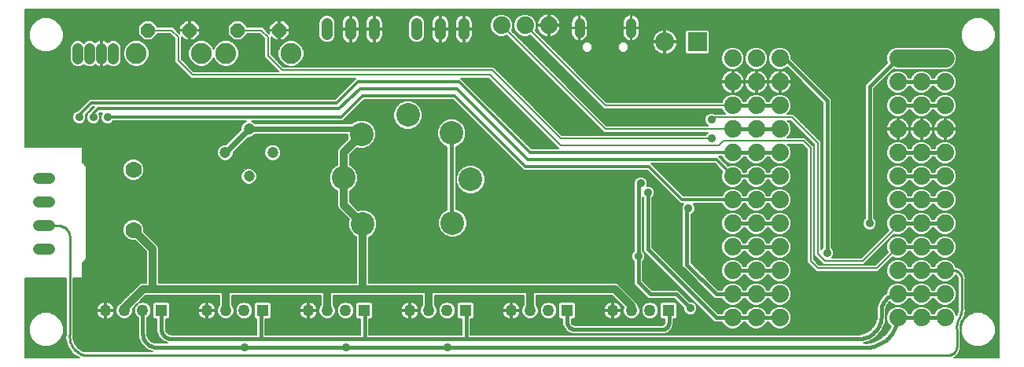
<source format=gbl>
G75*
%MOIN*%
%OFA0B0*%
%FSLAX24Y24*%
%IPPOS*%
%LPD*%
%AMOC8*
5,1,8,0,0,1.08239X$1,22.5*
%
%ADD10C,0.0740*%
%ADD11C,0.0472*%
%ADD12C,0.1000*%
%ADD13R,0.0500X0.0500*%
%ADD14C,0.0500*%
%ADD15C,0.0450*%
%ADD16C,0.0700*%
%ADD17R,0.0800X0.0800*%
%ADD18C,0.0800*%
%ADD19C,0.0480*%
%ADD20C,0.0472*%
%ADD21C,0.0433*%
%ADD22OC8,0.0600*%
%ADD23C,0.0885*%
%ADD24C,0.0060*%
%ADD25C,0.0360*%
%ADD26C,0.0320*%
%ADD27C,0.0240*%
%ADD28C,0.0160*%
%ADD29C,0.0080*%
%ADD30C,0.0120*%
%ADD31C,0.0100*%
%ADD32C,0.0760*%
D10*
X040350Y002852D03*
X041350Y002852D03*
X042350Y002852D03*
X042350Y003852D03*
X041350Y003852D03*
X040350Y003852D03*
X040350Y004852D03*
X041350Y004852D03*
X042350Y004852D03*
X042350Y005852D03*
X041350Y005852D03*
X040350Y005852D03*
X040350Y006852D03*
X041350Y006852D03*
X042350Y006852D03*
X042350Y007852D03*
X041350Y007852D03*
X040350Y007852D03*
X040350Y008852D03*
X041350Y008852D03*
X042350Y008852D03*
X042350Y009852D03*
X041350Y009852D03*
X040350Y009852D03*
X040350Y010852D03*
X041350Y010852D03*
X042350Y010852D03*
X042350Y011852D03*
X041350Y011852D03*
X040350Y011852D03*
X040350Y012852D03*
X041350Y012852D03*
X042350Y012852D03*
X042350Y013852D03*
X041350Y013852D03*
X040350Y013852D03*
X047350Y013852D03*
X048350Y013852D03*
X049350Y013852D03*
X049350Y012852D03*
X048350Y012852D03*
X047350Y012852D03*
X047350Y011852D03*
X048350Y011852D03*
X049350Y011852D03*
X049350Y010852D03*
X048350Y010852D03*
X047350Y010852D03*
X047350Y009852D03*
X048350Y009852D03*
X049350Y009852D03*
X049350Y008852D03*
X048350Y008852D03*
X047350Y008852D03*
X047350Y007852D03*
X048350Y007852D03*
X049350Y007852D03*
X049350Y006852D03*
X048350Y006852D03*
X047350Y006852D03*
X047350Y005852D03*
X048350Y005852D03*
X049350Y005852D03*
X049350Y004852D03*
X048350Y004852D03*
X047350Y004852D03*
X047350Y003852D03*
X048350Y003852D03*
X049350Y003852D03*
X049350Y002852D03*
X048350Y002852D03*
X047350Y002852D03*
X032550Y015252D03*
X031550Y015252D03*
X030550Y015252D03*
D11*
X019850Y010856D03*
X018846Y009852D03*
X020854Y009852D03*
X019850Y008848D03*
D12*
X023858Y008785D03*
X024669Y006825D03*
X028477Y006872D03*
X029242Y008719D03*
X028431Y010679D03*
X026583Y011445D03*
X024623Y010633D03*
D13*
X024731Y003152D03*
X020431Y003152D03*
X016131Y003152D03*
X029031Y003152D03*
X033331Y003152D03*
X037631Y003152D03*
D14*
X036844Y003152D03*
X036056Y003152D03*
X035269Y003152D03*
X032544Y003152D03*
X031756Y003152D03*
X030969Y003152D03*
X028244Y003152D03*
X027456Y003152D03*
X026669Y003152D03*
X023944Y003152D03*
X023156Y003152D03*
X022369Y003152D03*
X019644Y003152D03*
X018856Y003152D03*
X018069Y003152D03*
X015344Y003152D03*
X014556Y003152D03*
X013769Y003152D03*
D15*
X013600Y013827D02*
X013600Y014277D01*
X013100Y014277D02*
X013100Y013827D01*
X012600Y013827D02*
X012600Y014277D01*
X014100Y014277D02*
X014100Y013827D01*
D16*
X014950Y009132D03*
X014950Y006573D03*
D17*
X038850Y014552D03*
D18*
X037472Y014552D03*
D19*
X028950Y014862D02*
X028950Y015342D01*
X027950Y015342D02*
X027950Y014862D01*
X026950Y014862D02*
X026950Y015342D01*
X025150Y015342D02*
X025150Y014862D01*
X024150Y014862D02*
X024150Y015342D01*
X023150Y015342D02*
X023150Y014862D01*
D20*
X011386Y008752D02*
X010914Y008752D01*
X010914Y007752D02*
X011386Y007752D01*
X011386Y006752D02*
X010914Y006752D01*
X010914Y005752D02*
X011386Y005752D01*
D21*
X033857Y014936D02*
X033857Y015369D01*
X036043Y015369D02*
X036043Y014936D01*
D22*
X021140Y015042D03*
X019360Y015042D03*
X017340Y015042D03*
X015560Y015042D03*
D23*
X015070Y014062D03*
X017830Y014062D03*
X018870Y014062D03*
X021630Y014062D03*
D24*
X012660Y001162D02*
X010360Y001162D01*
X010360Y004522D01*
X012090Y004522D01*
X012090Y002162D01*
X012067Y001981D01*
X012169Y001611D01*
X012169Y001611D01*
X012405Y001307D01*
X012405Y001307D01*
X012405Y001307D01*
X012660Y001162D01*
X012648Y001169D02*
X010360Y001169D01*
X010360Y001228D02*
X012545Y001228D01*
X012442Y001286D02*
X010360Y001286D01*
X010360Y001345D02*
X012376Y001345D01*
X012331Y001403D02*
X010360Y001403D01*
X010360Y001462D02*
X012285Y001462D01*
X012240Y001520D02*
X010360Y001520D01*
X010360Y001579D02*
X012194Y001579D01*
X012162Y001637D02*
X011444Y001637D01*
X011396Y001617D02*
X011666Y001729D01*
X011873Y001936D01*
X011985Y002206D01*
X011985Y002498D01*
X011873Y002769D01*
X011666Y002975D01*
X011396Y003087D01*
X011104Y003087D01*
X010834Y002975D01*
X010627Y002769D01*
X010515Y002498D01*
X010515Y002206D01*
X010627Y001936D01*
X010834Y001729D01*
X011104Y001617D01*
X011396Y001617D01*
X011586Y001696D02*
X012146Y001696D01*
X012130Y001754D02*
X011691Y001754D01*
X011750Y001813D02*
X012114Y001813D01*
X012098Y001871D02*
X011808Y001871D01*
X011867Y001930D02*
X012082Y001930D01*
X012067Y001981D02*
X012067Y001981D01*
X012068Y001988D02*
X011895Y001988D01*
X011919Y002047D02*
X012076Y002047D01*
X012083Y002105D02*
X011943Y002105D01*
X011967Y002164D02*
X012090Y002164D01*
X012090Y002222D02*
X011985Y002222D01*
X011985Y002281D02*
X012090Y002281D01*
X012090Y002339D02*
X011985Y002339D01*
X011985Y002398D02*
X012090Y002398D01*
X012090Y002456D02*
X011985Y002456D01*
X011978Y002515D02*
X012090Y002515D01*
X012090Y002573D02*
X011954Y002573D01*
X011930Y002632D02*
X012090Y002632D01*
X012090Y002690D02*
X011906Y002690D01*
X011881Y002749D02*
X012090Y002749D01*
X012090Y002807D02*
X011834Y002807D01*
X011776Y002866D02*
X012090Y002866D01*
X012090Y002924D02*
X011717Y002924D01*
X011648Y002983D02*
X012090Y002983D01*
X012090Y003041D02*
X011507Y003041D01*
X010993Y003041D02*
X010360Y003041D01*
X010360Y002983D02*
X010852Y002983D01*
X010783Y002924D02*
X010360Y002924D01*
X010360Y002866D02*
X010724Y002866D01*
X010666Y002807D02*
X010360Y002807D01*
X010360Y002749D02*
X010619Y002749D01*
X010594Y002690D02*
X010360Y002690D01*
X010360Y002632D02*
X010570Y002632D01*
X010546Y002573D02*
X010360Y002573D01*
X010360Y002515D02*
X010522Y002515D01*
X010515Y002456D02*
X010360Y002456D01*
X010360Y002398D02*
X010515Y002398D01*
X010515Y002339D02*
X010360Y002339D01*
X010360Y002281D02*
X010515Y002281D01*
X010515Y002222D02*
X010360Y002222D01*
X010360Y002164D02*
X010533Y002164D01*
X010557Y002105D02*
X010360Y002105D01*
X010360Y002047D02*
X010581Y002047D01*
X010605Y001988D02*
X010360Y001988D01*
X010360Y001930D02*
X010633Y001930D01*
X010692Y001871D02*
X010360Y001871D01*
X010360Y001813D02*
X010750Y001813D01*
X010809Y001754D02*
X010360Y001754D01*
X010360Y001696D02*
X010914Y001696D01*
X011056Y001637D02*
X010360Y001637D01*
X012405Y002006D02*
X012407Y002083D01*
X012410Y002086D01*
X012410Y002142D01*
X012417Y002198D01*
X012410Y002207D01*
X012410Y004522D01*
X012762Y004522D01*
X012780Y004540D01*
X012780Y005169D01*
X012877Y005225D01*
X012877Y005225D01*
X012877Y005225D01*
X012960Y005369D01*
X012960Y009235D01*
X012877Y009379D01*
X012877Y009379D01*
X012780Y009435D01*
X012780Y010065D01*
X012762Y010082D01*
X010360Y010082D01*
X010360Y015942D01*
X051640Y015942D01*
X051640Y001162D01*
X049730Y001162D01*
X049767Y001177D01*
X049767Y001177D01*
X049925Y001335D01*
X050010Y001541D01*
X050010Y002297D01*
X050015Y002304D01*
X050015Y002206D01*
X050127Y001936D01*
X050334Y001729D01*
X050604Y001617D01*
X050896Y001617D01*
X051166Y001729D01*
X051373Y001936D01*
X051485Y002206D01*
X051485Y002498D01*
X051373Y002769D01*
X051166Y002975D01*
X050896Y003087D01*
X050604Y003087D01*
X050334Y002975D01*
X050127Y002769D01*
X050015Y002498D01*
X050015Y002322D01*
X050010Y002362D01*
X050010Y002419D01*
X050007Y002422D01*
X050004Y002476D01*
X050045Y002679D01*
X050088Y002772D01*
X050156Y002877D01*
X050156Y002877D01*
X050220Y003133D01*
X050220Y003133D01*
X050210Y003258D01*
X050210Y004441D01*
X050223Y004531D01*
X050172Y004729D01*
X050050Y004892D01*
X050050Y004892D01*
X050050Y004892D01*
X049874Y004996D01*
X049825Y005003D01*
X049816Y005012D01*
X049803Y005012D01*
X049757Y005124D01*
X049622Y005259D01*
X049445Y005332D01*
X049255Y005332D01*
X049078Y005259D01*
X048943Y005124D01*
X048909Y005042D01*
X048791Y005042D01*
X048757Y005124D01*
X048622Y005259D01*
X048445Y005332D01*
X048255Y005332D01*
X048078Y005259D01*
X047943Y005124D01*
X047909Y005042D01*
X047791Y005042D01*
X047757Y005124D01*
X047622Y005259D01*
X047445Y005332D01*
X047255Y005332D01*
X047078Y005259D01*
X046943Y005124D01*
X046870Y004948D01*
X046870Y004757D01*
X046943Y004580D01*
X047078Y004445D01*
X047255Y004372D01*
X047445Y004372D01*
X047622Y004445D01*
X047757Y004580D01*
X047791Y004662D01*
X047909Y004662D01*
X047943Y004580D01*
X048078Y004445D01*
X048255Y004372D01*
X048445Y004372D01*
X048622Y004445D01*
X048757Y004580D01*
X048791Y004662D01*
X048909Y004662D01*
X048943Y004580D01*
X049078Y004445D01*
X049255Y004372D01*
X049445Y004372D01*
X049622Y004445D01*
X049757Y004580D01*
X049793Y004668D01*
X049829Y004646D01*
X049875Y004586D01*
X049891Y004520D01*
X049890Y004519D01*
X049890Y004464D01*
X049882Y004409D01*
X049890Y004399D01*
X049890Y003311D01*
X049885Y003306D01*
X049890Y003246D01*
X049890Y003186D01*
X049890Y003186D01*
X049890Y003161D01*
X049852Y003008D01*
X049826Y002958D01*
X049757Y003124D01*
X049622Y003259D01*
X049445Y003332D01*
X049255Y003332D01*
X049078Y003259D01*
X048943Y003124D01*
X048909Y003042D01*
X048791Y003042D01*
X048757Y003124D01*
X048622Y003259D01*
X048445Y003332D01*
X048255Y003332D01*
X048078Y003259D01*
X047943Y003124D01*
X047909Y003042D01*
X047791Y003042D01*
X047757Y003124D01*
X047622Y003259D01*
X047445Y003332D01*
X047255Y003332D01*
X047078Y003259D01*
X046943Y003124D01*
X046870Y002948D01*
X046870Y002757D01*
X046943Y002580D01*
X047048Y002476D01*
X047026Y002419D01*
X046844Y002162D01*
X046602Y001961D01*
X046316Y001830D01*
X046005Y001777D01*
X045911Y001780D01*
X045909Y001782D01*
X045893Y001782D01*
X046089Y001825D01*
X046089Y001825D01*
X046416Y002016D01*
X046668Y002298D01*
X046820Y002645D01*
X046832Y002766D01*
X046840Y002774D01*
X046840Y002843D01*
X046847Y002912D01*
X046840Y002920D01*
X046840Y003152D01*
X046846Y003232D01*
X046896Y003384D01*
X046989Y003513D01*
X047002Y003522D01*
X047078Y003445D01*
X047255Y003372D01*
X047445Y003372D01*
X047622Y003445D01*
X047757Y003580D01*
X047791Y003662D01*
X047909Y003662D01*
X047943Y003580D01*
X048078Y003445D01*
X048255Y003372D01*
X048445Y003372D01*
X048622Y003445D01*
X048757Y003580D01*
X048791Y003662D01*
X048909Y003662D01*
X048943Y003580D01*
X049078Y003445D01*
X049255Y003372D01*
X049445Y003372D01*
X049622Y003445D01*
X049757Y003580D01*
X049830Y003757D01*
X049830Y003948D01*
X049757Y004124D01*
X049622Y004259D01*
X049445Y004332D01*
X049255Y004332D01*
X049078Y004259D01*
X048943Y004124D01*
X048909Y004042D01*
X048791Y004042D01*
X048757Y004124D01*
X048622Y004259D01*
X048445Y004332D01*
X048255Y004332D01*
X048078Y004259D01*
X047943Y004124D01*
X047909Y004042D01*
X047791Y004042D01*
X047757Y004124D01*
X047622Y004259D01*
X047445Y004332D01*
X047255Y004332D01*
X047078Y004259D01*
X046943Y004124D01*
X046870Y003948D01*
X046870Y003904D01*
X046713Y003789D01*
X046547Y003561D01*
X046460Y003293D01*
X046460Y002866D01*
X046438Y002745D01*
X046336Y002512D01*
X046166Y002321D01*
X045946Y002193D01*
X045697Y002139D01*
X045631Y002140D01*
X045629Y002142D01*
X045559Y002142D01*
X045491Y002149D01*
X045482Y002142D01*
X029240Y002142D01*
X029240Y002792D01*
X029327Y002792D01*
X029391Y002857D01*
X029391Y003448D01*
X029327Y003512D01*
X028736Y003512D01*
X028671Y003448D01*
X028671Y002857D01*
X028736Y002792D01*
X028860Y002792D01*
X028860Y002142D01*
X024940Y002142D01*
X024940Y002792D01*
X025027Y002792D01*
X025091Y002857D01*
X025091Y003448D01*
X025027Y003512D01*
X024436Y003512D01*
X024371Y003448D01*
X024371Y002857D01*
X024436Y002792D01*
X024560Y002792D01*
X024560Y002142D01*
X020540Y002142D01*
X020540Y002792D01*
X020727Y002792D01*
X020791Y002857D01*
X020791Y003448D01*
X020727Y003512D01*
X020136Y003512D01*
X020071Y003448D01*
X020071Y002857D01*
X020136Y002792D01*
X020160Y002792D01*
X020160Y002142D01*
X016550Y002142D01*
X016505Y002147D01*
X016423Y002181D01*
X016360Y002244D01*
X016325Y002326D01*
X016321Y002371D01*
X016321Y002792D01*
X016427Y002792D01*
X016491Y002857D01*
X016491Y003448D01*
X016427Y003512D01*
X015836Y003512D01*
X015771Y003448D01*
X015771Y002857D01*
X015836Y002792D01*
X015941Y002792D01*
X015941Y002250D01*
X016034Y002026D01*
X016205Y001855D01*
X016205Y001855D01*
X016381Y001782D01*
X016025Y001782D01*
X016022Y001785D01*
X015947Y001782D01*
X015942Y001782D01*
X015866Y001787D01*
X015721Y001841D01*
X015608Y001947D01*
X015544Y002088D01*
X015534Y002164D01*
X015534Y002841D01*
X015548Y002847D01*
X015649Y002948D01*
X015704Y003081D01*
X015704Y003224D01*
X015649Y003356D01*
X015548Y003457D01*
X015415Y003512D01*
X015272Y003512D01*
X015140Y003457D01*
X015039Y003356D01*
X014984Y003224D01*
X014984Y003081D01*
X015039Y002948D01*
X015140Y002847D01*
X015154Y002841D01*
X015154Y002233D01*
X015151Y002231D01*
X015154Y002155D01*
X015154Y002080D01*
X015156Y002077D01*
X015159Y001998D01*
X015159Y001998D01*
X015287Y001716D01*
X015513Y001506D01*
X015762Y001412D01*
X012964Y001412D01*
X012846Y001439D01*
X012627Y001564D01*
X012472Y001763D01*
X012405Y002006D01*
X012410Y001988D02*
X015163Y001988D01*
X015157Y002047D02*
X012407Y002047D01*
X012410Y002105D02*
X015154Y002105D01*
X015153Y002164D02*
X012413Y002164D01*
X012410Y002222D02*
X015151Y002222D01*
X015154Y002281D02*
X012410Y002281D01*
X012410Y002339D02*
X015154Y002339D01*
X015154Y002398D02*
X012410Y002398D01*
X012410Y002456D02*
X015154Y002456D01*
X015154Y002515D02*
X012410Y002515D01*
X012410Y002573D02*
X015154Y002573D01*
X015154Y002632D02*
X012410Y002632D01*
X012410Y002690D02*
X015154Y002690D01*
X015154Y002749D02*
X012410Y002749D01*
X012410Y002807D02*
X013609Y002807D01*
X013589Y002815D02*
X013658Y002787D01*
X013731Y002772D01*
X013739Y002772D01*
X013739Y003122D01*
X013799Y003122D01*
X013799Y002772D01*
X013806Y002772D01*
X013880Y002787D01*
X013949Y002815D01*
X014011Y002857D01*
X014064Y002910D01*
X014106Y002972D01*
X014134Y003041D01*
X014213Y003041D01*
X014196Y003081D02*
X014251Y002948D01*
X014352Y002847D01*
X014485Y002792D01*
X014628Y002792D01*
X014760Y002847D01*
X014861Y002948D01*
X014916Y003081D01*
X014916Y003224D01*
X014913Y003233D01*
X015462Y003782D01*
X018586Y003782D01*
X018586Y003391D01*
X018551Y003356D01*
X018496Y003224D01*
X018496Y003081D01*
X018551Y002948D01*
X018652Y002847D01*
X018785Y002792D01*
X018928Y002792D01*
X019060Y002847D01*
X019161Y002948D01*
X019216Y003081D01*
X019216Y003224D01*
X019161Y003356D01*
X019126Y003391D01*
X019126Y003782D01*
X022886Y003782D01*
X022886Y003391D01*
X022851Y003356D01*
X022796Y003224D01*
X022796Y003081D01*
X022851Y002948D01*
X022952Y002847D01*
X023085Y002792D01*
X023228Y002792D01*
X023360Y002847D01*
X023461Y002948D01*
X023516Y003081D01*
X023516Y003224D01*
X023461Y003356D01*
X023426Y003391D01*
X023426Y003782D01*
X027186Y003782D01*
X027186Y003391D01*
X027151Y003356D01*
X027096Y003224D01*
X027096Y003081D01*
X027151Y002948D01*
X027252Y002847D01*
X027385Y002792D01*
X027528Y002792D01*
X027660Y002847D01*
X027761Y002948D01*
X027816Y003081D01*
X027816Y003224D01*
X027761Y003356D01*
X027726Y003391D01*
X027726Y003782D01*
X031486Y003782D01*
X031486Y003391D01*
X031451Y003356D01*
X031396Y003224D01*
X031396Y003081D01*
X031451Y002948D01*
X031552Y002847D01*
X031685Y002792D01*
X031828Y002792D01*
X031960Y002847D01*
X032061Y002948D01*
X032116Y003081D01*
X032116Y003224D01*
X032061Y003356D01*
X032026Y003391D01*
X032026Y003782D01*
X035238Y003782D01*
X035726Y003295D01*
X035696Y003224D01*
X035696Y003081D01*
X035751Y002948D01*
X035852Y002847D01*
X035985Y002792D01*
X036128Y002792D01*
X036260Y002847D01*
X036361Y002948D01*
X036416Y003081D01*
X036416Y003224D01*
X036361Y003356D01*
X036326Y003391D01*
X036326Y003400D01*
X036285Y003499D01*
X036209Y003575D01*
X035579Y004205D01*
X035579Y004205D01*
X035503Y004281D01*
X035404Y004322D01*
X024920Y004322D01*
X024920Y006269D01*
X025015Y006308D01*
X025187Y006480D01*
X025279Y006704D01*
X025279Y006947D01*
X025187Y007171D01*
X025015Y007342D01*
X024791Y007435D01*
X024548Y007435D01*
X024473Y007404D01*
X024128Y007749D01*
X024128Y008237D01*
X024203Y008268D01*
X024375Y008440D01*
X024468Y008664D01*
X024468Y008906D01*
X024375Y009131D01*
X024203Y009302D01*
X024128Y009333D01*
X024128Y009756D01*
X024426Y010054D01*
X024502Y010023D01*
X024744Y010023D01*
X024969Y010116D01*
X025140Y010287D01*
X025233Y010511D01*
X025233Y010754D01*
X025140Y010978D01*
X024969Y011150D01*
X024744Y011243D01*
X024502Y011243D01*
X024277Y011150D01*
X024214Y011086D01*
X020110Y011086D01*
X020046Y011150D01*
X019968Y011182D01*
X023820Y011182D01*
X024720Y012082D01*
X028480Y012082D01*
X031380Y009182D01*
X031480Y009082D01*
X036730Y009082D01*
X038130Y007682D01*
X038250Y007682D01*
X038224Y007657D01*
X038180Y007550D01*
X038180Y007435D01*
X038210Y007362D01*
X038210Y005024D01*
X038321Y004912D01*
X039571Y003662D01*
X039909Y003662D01*
X039943Y003580D01*
X040078Y003445D01*
X040255Y003372D01*
X040445Y003372D01*
X040622Y003445D01*
X040757Y003580D01*
X040791Y003662D01*
X040909Y003662D01*
X040943Y003580D01*
X041078Y003445D01*
X041255Y003372D01*
X041445Y003372D01*
X041622Y003445D01*
X041757Y003580D01*
X041791Y003662D01*
X041909Y003662D01*
X041943Y003580D01*
X042078Y003445D01*
X042255Y003372D01*
X042445Y003372D01*
X042622Y003445D01*
X042757Y003580D01*
X042830Y003757D01*
X042830Y003948D01*
X042757Y004124D01*
X042622Y004259D01*
X042445Y004332D01*
X042255Y004332D01*
X042078Y004259D01*
X041943Y004124D01*
X041909Y004042D01*
X041791Y004042D01*
X041757Y004124D01*
X041622Y004259D01*
X041445Y004332D01*
X041255Y004332D01*
X041078Y004259D01*
X040943Y004124D01*
X040909Y004042D01*
X040791Y004042D01*
X040757Y004124D01*
X040622Y004259D01*
X040445Y004332D01*
X040255Y004332D01*
X040078Y004259D01*
X039943Y004124D01*
X039909Y004042D01*
X039729Y004042D01*
X038590Y005181D01*
X038590Y007228D01*
X038634Y007246D01*
X038716Y007328D01*
X038760Y007435D01*
X038760Y007550D01*
X038716Y007657D01*
X038690Y007682D01*
X039901Y007682D01*
X039943Y007580D01*
X040078Y007445D01*
X040255Y007372D01*
X040445Y007372D01*
X040622Y007445D01*
X040757Y007580D01*
X040799Y007682D01*
X040901Y007682D01*
X040943Y007580D01*
X041078Y007445D01*
X041255Y007372D01*
X041445Y007372D01*
X041622Y007445D01*
X041757Y007580D01*
X041799Y007682D01*
X041901Y007682D01*
X041943Y007580D01*
X042078Y007445D01*
X042255Y007372D01*
X042445Y007372D01*
X042622Y007445D01*
X042757Y007580D01*
X042830Y007757D01*
X042830Y007948D01*
X042757Y008124D01*
X042622Y008259D01*
X042445Y008332D01*
X042255Y008332D01*
X042078Y008259D01*
X041943Y008124D01*
X041901Y008022D01*
X041799Y008022D01*
X041757Y008124D01*
X041622Y008259D01*
X041445Y008332D01*
X041255Y008332D01*
X041078Y008259D01*
X040943Y008124D01*
X040901Y008022D01*
X040799Y008022D01*
X040757Y008124D01*
X040622Y008259D01*
X040445Y008332D01*
X040255Y008332D01*
X040078Y008259D01*
X039943Y008124D01*
X039901Y008022D01*
X038270Y008022D01*
X036910Y009382D01*
X039580Y009382D01*
X039912Y009050D01*
X039870Y008948D01*
X039870Y008757D01*
X039943Y008580D01*
X040078Y008445D01*
X040255Y008372D01*
X040445Y008372D01*
X040622Y008445D01*
X040757Y008580D01*
X040799Y008682D01*
X040901Y008682D01*
X040943Y008580D01*
X041078Y008445D01*
X041255Y008372D01*
X041445Y008372D01*
X041622Y008445D01*
X041757Y008580D01*
X041799Y008682D01*
X041901Y008682D01*
X041943Y008580D01*
X042078Y008445D01*
X042255Y008372D01*
X042445Y008372D01*
X042622Y008445D01*
X042757Y008580D01*
X042830Y008757D01*
X042830Y008948D01*
X042757Y009124D01*
X042622Y009259D01*
X042445Y009332D01*
X042255Y009332D01*
X042078Y009259D01*
X041943Y009124D01*
X041901Y009022D01*
X041799Y009022D01*
X041757Y009124D01*
X041622Y009259D01*
X041445Y009332D01*
X041255Y009332D01*
X041078Y009259D01*
X040943Y009124D01*
X040901Y009022D01*
X040799Y009022D01*
X040757Y009124D01*
X040622Y009259D01*
X040445Y009332D01*
X040255Y009332D01*
X040153Y009290D01*
X039760Y009682D01*
X039901Y009682D01*
X039943Y009580D01*
X040078Y009445D01*
X040255Y009372D01*
X040445Y009372D01*
X040622Y009445D01*
X040757Y009580D01*
X040791Y009662D01*
X040909Y009662D01*
X040943Y009580D01*
X041078Y009445D01*
X041255Y009372D01*
X041445Y009372D01*
X041622Y009445D01*
X041757Y009580D01*
X041791Y009662D01*
X041909Y009662D01*
X041943Y009580D01*
X042078Y009445D01*
X042255Y009372D01*
X042445Y009372D01*
X042622Y009445D01*
X042757Y009580D01*
X042830Y009757D01*
X042830Y009948D01*
X042757Y010124D01*
X042679Y010202D01*
X043288Y010202D01*
X043500Y009990D01*
X043500Y005190D01*
X043800Y004890D01*
X043888Y004802D01*
X046512Y004802D01*
X047133Y005423D01*
X047255Y005372D01*
X047445Y005372D01*
X047622Y005445D01*
X047757Y005580D01*
X047791Y005662D01*
X047909Y005662D01*
X047943Y005580D01*
X048078Y005445D01*
X048255Y005372D01*
X048445Y005372D01*
X048622Y005445D01*
X048757Y005580D01*
X048791Y005662D01*
X048909Y005662D01*
X048943Y005580D01*
X049078Y005445D01*
X049255Y005372D01*
X049445Y005372D01*
X049622Y005445D01*
X049757Y005580D01*
X049830Y005757D01*
X049830Y005948D01*
X049757Y006124D01*
X049622Y006259D01*
X049445Y006332D01*
X049255Y006332D01*
X049078Y006259D01*
X048943Y006124D01*
X048909Y006042D01*
X048791Y006042D01*
X048757Y006124D01*
X048622Y006259D01*
X048445Y006332D01*
X048255Y006332D01*
X048078Y006259D01*
X047943Y006124D01*
X047909Y006042D01*
X047791Y006042D01*
X047757Y006124D01*
X047622Y006259D01*
X047445Y006332D01*
X047255Y006332D01*
X047078Y006259D01*
X046943Y006124D01*
X046870Y005948D01*
X046870Y005757D01*
X046920Y005635D01*
X046388Y005102D01*
X044012Y005102D01*
X043800Y005314D01*
X043800Y010114D01*
X043712Y010202D01*
X043412Y010502D01*
X042679Y010502D01*
X042757Y010580D01*
X042830Y010757D01*
X042830Y010948D01*
X042757Y011124D01*
X042679Y011202D01*
X042788Y011202D01*
X043800Y010190D01*
X043800Y005490D01*
X043888Y005402D01*
X044188Y005102D01*
X045912Y005102D01*
X046000Y005190D01*
X047203Y006393D01*
X047255Y006372D01*
X047445Y006372D01*
X047622Y006445D01*
X047757Y006580D01*
X047791Y006662D01*
X047909Y006662D01*
X047943Y006580D01*
X048078Y006445D01*
X048255Y006372D01*
X048445Y006372D01*
X048622Y006445D01*
X048757Y006580D01*
X048791Y006662D01*
X048909Y006662D01*
X048943Y006580D01*
X049078Y006445D01*
X049255Y006372D01*
X049445Y006372D01*
X049622Y006445D01*
X049757Y006580D01*
X049830Y006757D01*
X049830Y006948D01*
X049757Y007124D01*
X049622Y007259D01*
X049445Y007332D01*
X049255Y007332D01*
X049078Y007259D01*
X048943Y007124D01*
X048909Y007042D01*
X048791Y007042D01*
X048757Y007124D01*
X048622Y007259D01*
X048445Y007332D01*
X048255Y007332D01*
X048078Y007259D01*
X047943Y007124D01*
X047909Y007042D01*
X047791Y007042D01*
X047757Y007124D01*
X047622Y007259D01*
X047445Y007332D01*
X047255Y007332D01*
X047078Y007259D01*
X046943Y007124D01*
X046870Y006948D01*
X046870Y006757D01*
X046943Y006580D01*
X046955Y006569D01*
X045788Y005402D01*
X044560Y005402D01*
X044596Y005438D01*
X044640Y005545D01*
X044640Y005660D01*
X044596Y005767D01*
X044540Y005822D01*
X044540Y012131D01*
X044429Y012242D01*
X042830Y013841D01*
X042830Y013948D01*
X042757Y014124D01*
X042622Y014259D01*
X042445Y014332D01*
X042255Y014332D01*
X042078Y014259D01*
X041943Y014124D01*
X041870Y013948D01*
X041870Y013757D01*
X041943Y013580D01*
X042078Y013445D01*
X042255Y013372D01*
X042445Y013372D01*
X042622Y013445D01*
X042655Y013478D01*
X044160Y011974D01*
X044160Y005822D01*
X044104Y005767D01*
X044100Y005756D01*
X044100Y010314D01*
X043000Y011414D01*
X042912Y011502D01*
X042679Y011502D01*
X042757Y011580D01*
X042830Y011757D01*
X042830Y011948D01*
X042757Y012124D01*
X042622Y012259D01*
X042445Y012332D01*
X042255Y012332D01*
X042078Y012259D01*
X041943Y012124D01*
X041909Y012042D01*
X041791Y012042D01*
X041757Y012124D01*
X041622Y012259D01*
X041445Y012332D01*
X041255Y012332D01*
X041078Y012259D01*
X040943Y012124D01*
X040909Y012042D01*
X040791Y012042D01*
X040757Y012124D01*
X040622Y012259D01*
X040445Y012332D01*
X040255Y012332D01*
X040078Y012259D01*
X039943Y012124D01*
X039893Y012002D01*
X035012Y012002D01*
X031980Y015035D01*
X032030Y015157D01*
X032030Y015348D01*
X031957Y015524D01*
X031822Y015659D01*
X031645Y015732D01*
X031455Y015732D01*
X031278Y015659D01*
X031143Y015524D01*
X031070Y015348D01*
X031070Y015157D01*
X031143Y014980D01*
X031278Y014845D01*
X031455Y014772D01*
X031645Y014772D01*
X031767Y014823D01*
X034888Y011702D01*
X039893Y011702D01*
X039943Y011580D01*
X040021Y011502D01*
X039604Y011502D01*
X039508Y011542D01*
X039392Y011542D01*
X039286Y011498D01*
X039204Y011417D01*
X039160Y011310D01*
X039160Y011195D01*
X039204Y011088D01*
X039286Y011006D01*
X039296Y011002D01*
X035012Y011002D01*
X030980Y015035D01*
X031030Y015157D01*
X031030Y015348D01*
X030957Y015524D01*
X030822Y015659D01*
X030645Y015732D01*
X030455Y015732D01*
X030278Y015659D01*
X030143Y015524D01*
X030070Y015348D01*
X030070Y015157D01*
X030143Y014980D01*
X030278Y014845D01*
X030455Y014772D01*
X030645Y014772D01*
X030767Y014823D01*
X034888Y010702D01*
X039296Y010702D01*
X039286Y010698D01*
X039204Y010617D01*
X039198Y010602D01*
X033112Y010602D01*
X030300Y013414D01*
X030300Y013414D01*
X030212Y013502D01*
X021312Y013502D01*
X020800Y014014D01*
X020800Y014774D01*
X020962Y014612D01*
X021110Y014612D01*
X021110Y015012D01*
X021170Y015012D01*
X021170Y014612D01*
X021318Y014612D01*
X021570Y014864D01*
X021570Y015012D01*
X021170Y015012D01*
X021170Y015072D01*
X021570Y015072D01*
X021570Y015220D01*
X021318Y015472D01*
X021170Y015472D01*
X021170Y015072D01*
X021110Y015072D01*
X021110Y015012D01*
X020710Y015012D01*
X020710Y014904D01*
X020422Y015192D01*
X019770Y015192D01*
X019770Y015212D01*
X019530Y015452D01*
X019190Y015452D01*
X018950Y015212D01*
X018950Y014872D01*
X019190Y014632D01*
X019530Y014632D01*
X019770Y014872D01*
X019770Y014892D01*
X020298Y014892D01*
X020500Y014690D01*
X020500Y013890D01*
X021088Y013302D01*
X017512Y013302D01*
X017000Y013814D01*
X017000Y014774D01*
X017162Y014612D01*
X017310Y014612D01*
X017310Y015012D01*
X017370Y015012D01*
X017370Y014612D01*
X017518Y014612D01*
X017770Y014864D01*
X017770Y015012D01*
X017370Y015012D01*
X017370Y015072D01*
X017770Y015072D01*
X017770Y015220D01*
X017518Y015472D01*
X017370Y015472D01*
X017370Y015072D01*
X017310Y015072D01*
X017310Y015012D01*
X016910Y015012D01*
X016910Y014904D01*
X016622Y015192D01*
X015970Y015192D01*
X015970Y015212D01*
X015730Y015452D01*
X015390Y015452D01*
X015150Y015212D01*
X015150Y014872D01*
X015390Y014632D01*
X015730Y014632D01*
X015970Y014872D01*
X015970Y014892D01*
X016498Y014892D01*
X016700Y014690D01*
X016700Y013690D01*
X017300Y013090D01*
X017388Y013002D01*
X024360Y013002D01*
X024280Y012923D01*
X024280Y012923D01*
X023480Y012122D01*
X013080Y012122D01*
X012600Y011642D01*
X012592Y011642D01*
X012486Y011598D01*
X012404Y011517D01*
X012360Y011410D01*
X012360Y011295D01*
X012404Y011188D01*
X012486Y011106D01*
X012592Y011062D01*
X012708Y011062D01*
X012814Y011106D01*
X012896Y011188D01*
X012940Y011295D01*
X012940Y011410D01*
X012913Y011475D01*
X013220Y011782D01*
X013280Y011782D01*
X013180Y011682D01*
X013102Y011605D01*
X013086Y011598D01*
X013004Y011517D01*
X012960Y011410D01*
X012960Y011295D01*
X013004Y011188D01*
X013086Y011106D01*
X013192Y011062D01*
X013308Y011062D01*
X013414Y011106D01*
X013496Y011188D01*
X013540Y011295D01*
X013540Y011410D01*
X013496Y011517D01*
X013495Y011517D01*
X013520Y011542D01*
X013630Y011542D01*
X013604Y011517D01*
X013560Y011410D01*
X013560Y011295D01*
X013604Y011188D01*
X013686Y011106D01*
X013792Y011062D01*
X013908Y011062D01*
X014014Y011106D01*
X014090Y011182D01*
X019732Y011182D01*
X019654Y011150D01*
X019556Y011052D01*
X019504Y010925D01*
X019504Y010835D01*
X018867Y010198D01*
X018777Y010198D01*
X018650Y010146D01*
X018553Y010048D01*
X018500Y009921D01*
X018500Y009783D01*
X018553Y009656D01*
X018650Y009559D01*
X018777Y009506D01*
X018915Y009506D01*
X019042Y009559D01*
X019140Y009656D01*
X019192Y009783D01*
X019192Y009873D01*
X019829Y010510D01*
X019919Y010510D01*
X020046Y010563D01*
X020110Y010626D01*
X024013Y010626D01*
X024013Y010511D01*
X024044Y010436D01*
X023629Y010020D01*
X023588Y009921D01*
X023588Y009333D01*
X023512Y009302D01*
X023340Y009131D01*
X023248Y008906D01*
X023248Y008664D01*
X023340Y008440D01*
X023512Y008268D01*
X023588Y008237D01*
X023588Y007583D01*
X023629Y007484D01*
X024091Y007022D01*
X024059Y006947D01*
X024059Y006704D01*
X024152Y006480D01*
X024324Y006308D01*
X024380Y006285D01*
X024380Y004322D01*
X016020Y004322D01*
X016020Y005826D01*
X015979Y005926D01*
X015903Y006002D01*
X015410Y006495D01*
X015410Y006664D01*
X015340Y006833D01*
X015211Y006963D01*
X015041Y007033D01*
X014858Y007033D01*
X014689Y006963D01*
X014560Y006833D01*
X014490Y006664D01*
X014490Y006481D01*
X014560Y006312D01*
X014689Y006183D01*
X014858Y006113D01*
X015028Y006113D01*
X015480Y005661D01*
X015480Y004322D01*
X015296Y004322D01*
X015197Y004281D01*
X015121Y004205D01*
X014403Y003487D01*
X014388Y003472D01*
X014352Y003457D01*
X014251Y003356D01*
X014196Y003224D01*
X014196Y003081D01*
X014196Y003100D02*
X014146Y003100D01*
X014149Y003115D02*
X014134Y003041D01*
X014110Y002983D02*
X014237Y002983D01*
X014275Y002924D02*
X014074Y002924D01*
X014020Y002866D02*
X014334Y002866D01*
X014448Y002807D02*
X013929Y002807D01*
X013799Y002807D02*
X013739Y002807D01*
X013739Y002866D02*
X013799Y002866D01*
X013799Y002924D02*
X013739Y002924D01*
X013739Y002983D02*
X013799Y002983D01*
X013799Y003041D02*
X013739Y003041D01*
X013739Y003100D02*
X013799Y003100D01*
X013799Y003122D02*
X013799Y003182D01*
X014149Y003182D01*
X014149Y003190D01*
X014134Y003263D01*
X014106Y003332D01*
X014064Y003394D01*
X014011Y003447D01*
X013949Y003489D01*
X013880Y003518D01*
X013806Y003532D01*
X013799Y003532D01*
X013799Y003182D01*
X013739Y003182D01*
X013739Y003122D01*
X013389Y003122D01*
X013389Y003115D01*
X013404Y003041D01*
X012410Y003041D01*
X012410Y002983D02*
X013428Y002983D01*
X013432Y002972D02*
X013474Y002910D01*
X013527Y002857D01*
X013589Y002815D01*
X013518Y002866D02*
X012410Y002866D01*
X012410Y002924D02*
X013464Y002924D01*
X013432Y002972D02*
X013404Y003041D01*
X013392Y003100D02*
X012410Y003100D01*
X012410Y003158D02*
X013739Y003158D01*
X013739Y003182D02*
X013389Y003182D01*
X013389Y003190D01*
X013404Y003263D01*
X013432Y003332D01*
X013474Y003394D01*
X013527Y003447D01*
X013589Y003489D01*
X013658Y003518D01*
X013731Y003532D01*
X013739Y003532D01*
X013739Y003182D01*
X013739Y003217D02*
X013799Y003217D01*
X013799Y003275D02*
X013739Y003275D01*
X013739Y003334D02*
X013799Y003334D01*
X013799Y003392D02*
X013739Y003392D01*
X013739Y003451D02*
X013799Y003451D01*
X013799Y003509D02*
X013739Y003509D01*
X013638Y003509D02*
X012410Y003509D01*
X012410Y003451D02*
X013532Y003451D01*
X013472Y003392D02*
X012410Y003392D01*
X012410Y003334D02*
X013433Y003334D01*
X013409Y003275D02*
X012410Y003275D01*
X012410Y003217D02*
X013394Y003217D01*
X013799Y003158D02*
X014196Y003158D01*
X014196Y003217D02*
X014144Y003217D01*
X014129Y003275D02*
X014218Y003275D01*
X014242Y003334D02*
X014105Y003334D01*
X014066Y003392D02*
X014287Y003392D01*
X014346Y003451D02*
X014006Y003451D01*
X013900Y003509D02*
X014425Y003509D01*
X014484Y003568D02*
X012410Y003568D01*
X012410Y003626D02*
X014542Y003626D01*
X014601Y003685D02*
X012410Y003685D01*
X012410Y003743D02*
X014659Y003743D01*
X014718Y003802D02*
X012410Y003802D01*
X012410Y003860D02*
X014776Y003860D01*
X014835Y003919D02*
X012410Y003919D01*
X012410Y003977D02*
X014893Y003977D01*
X014952Y004036D02*
X012410Y004036D01*
X012410Y004094D02*
X015010Y004094D01*
X015069Y004153D02*
X012410Y004153D01*
X012410Y004211D02*
X015127Y004211D01*
X015121Y004205D02*
X015121Y004205D01*
X015186Y004270D02*
X012410Y004270D01*
X012410Y004328D02*
X015480Y004328D01*
X015480Y004387D02*
X012410Y004387D01*
X012410Y004445D02*
X015480Y004445D01*
X015480Y004504D02*
X012410Y004504D01*
X012090Y004504D02*
X010360Y004504D01*
X010360Y004445D02*
X012090Y004445D01*
X012090Y004387D02*
X010360Y004387D01*
X010360Y004328D02*
X012090Y004328D01*
X012090Y004270D02*
X010360Y004270D01*
X010360Y004211D02*
X012090Y004211D01*
X012090Y004153D02*
X010360Y004153D01*
X010360Y004094D02*
X012090Y004094D01*
X012090Y004036D02*
X010360Y004036D01*
X010360Y003977D02*
X012090Y003977D01*
X012090Y003919D02*
X010360Y003919D01*
X010360Y003860D02*
X012090Y003860D01*
X012090Y003802D02*
X010360Y003802D01*
X010360Y003743D02*
X012090Y003743D01*
X012090Y003685D02*
X010360Y003685D01*
X010360Y003626D02*
X012090Y003626D01*
X012090Y003568D02*
X010360Y003568D01*
X010360Y003509D02*
X012090Y003509D01*
X012090Y003451D02*
X010360Y003451D01*
X010360Y003392D02*
X012090Y003392D01*
X012090Y003334D02*
X010360Y003334D01*
X010360Y003275D02*
X012090Y003275D01*
X012090Y003217D02*
X010360Y003217D01*
X010360Y003158D02*
X012090Y003158D01*
X012090Y003100D02*
X010360Y003100D01*
X012426Y001930D02*
X015190Y001930D01*
X015217Y001871D02*
X012442Y001871D01*
X012459Y001813D02*
X015243Y001813D01*
X015270Y001754D02*
X012479Y001754D01*
X012524Y001696D02*
X015309Y001696D01*
X015287Y001716D02*
X015287Y001716D01*
X015372Y001637D02*
X012570Y001637D01*
X012615Y001579D02*
X015434Y001579D01*
X015497Y001520D02*
X012703Y001520D01*
X012806Y001462D02*
X015630Y001462D01*
X015513Y001506D02*
X015513Y001506D01*
X015798Y001813D02*
X016307Y001813D01*
X016189Y001871D02*
X015689Y001871D01*
X015626Y001930D02*
X016130Y001930D01*
X016072Y001988D02*
X015589Y001988D01*
X015563Y002047D02*
X016025Y002047D01*
X016034Y002026D02*
X016034Y002026D01*
X016001Y002105D02*
X015542Y002105D01*
X015534Y002164D02*
X015977Y002164D01*
X015953Y002222D02*
X015534Y002222D01*
X015534Y002281D02*
X015941Y002281D01*
X015941Y002339D02*
X015534Y002339D01*
X015534Y002398D02*
X015941Y002398D01*
X015941Y002456D02*
X015534Y002456D01*
X015534Y002515D02*
X015941Y002515D01*
X015941Y002573D02*
X015534Y002573D01*
X015534Y002632D02*
X015941Y002632D01*
X015941Y002690D02*
X015534Y002690D01*
X015534Y002749D02*
X015941Y002749D01*
X015821Y002807D02*
X015534Y002807D01*
X015566Y002866D02*
X015771Y002866D01*
X015771Y002924D02*
X015625Y002924D01*
X015663Y002983D02*
X015771Y002983D01*
X015771Y003041D02*
X015687Y003041D01*
X015704Y003100D02*
X015771Y003100D01*
X015771Y003158D02*
X015704Y003158D01*
X015704Y003217D02*
X015771Y003217D01*
X015771Y003275D02*
X015682Y003275D01*
X015658Y003334D02*
X015771Y003334D01*
X015771Y003392D02*
X015613Y003392D01*
X015554Y003451D02*
X015774Y003451D01*
X015833Y003509D02*
X015423Y003509D01*
X015265Y003509D02*
X015189Y003509D01*
X015133Y003451D02*
X015130Y003451D01*
X015075Y003392D02*
X015072Y003392D01*
X015029Y003334D02*
X015013Y003334D01*
X015005Y003275D02*
X014955Y003275D01*
X014984Y003217D02*
X014916Y003217D01*
X014916Y003158D02*
X014984Y003158D01*
X014984Y003100D02*
X014916Y003100D01*
X014900Y003041D02*
X015000Y003041D01*
X015024Y002983D02*
X014876Y002983D01*
X014837Y002924D02*
X015063Y002924D01*
X015121Y002866D02*
X014779Y002866D01*
X014664Y002807D02*
X015154Y002807D01*
X014149Y003115D02*
X014149Y003122D01*
X013799Y003122D01*
X015247Y003568D02*
X018586Y003568D01*
X018586Y003626D02*
X015306Y003626D01*
X015364Y003685D02*
X018586Y003685D01*
X018586Y003743D02*
X015423Y003743D01*
X016430Y003509D02*
X017938Y003509D01*
X017958Y003518D02*
X017889Y003489D01*
X017827Y003447D01*
X017774Y003394D01*
X017732Y003332D01*
X017704Y003263D01*
X017689Y003190D01*
X017689Y003182D01*
X018039Y003182D01*
X018039Y003122D01*
X018099Y003122D01*
X018099Y002772D01*
X018106Y002772D01*
X018180Y002787D01*
X018249Y002815D01*
X018311Y002857D01*
X018364Y002910D01*
X018406Y002972D01*
X018434Y003041D01*
X018513Y003041D01*
X018496Y003100D02*
X018446Y003100D01*
X018449Y003115D02*
X018434Y003041D01*
X018410Y002983D02*
X018537Y002983D01*
X018575Y002924D02*
X018374Y002924D01*
X018320Y002866D02*
X018634Y002866D01*
X018748Y002807D02*
X018229Y002807D01*
X018099Y002807D02*
X018039Y002807D01*
X018039Y002772D02*
X018039Y003122D01*
X017689Y003122D01*
X017689Y003115D01*
X017704Y003041D01*
X016491Y003041D01*
X016491Y002983D02*
X017728Y002983D01*
X017732Y002972D02*
X017774Y002910D01*
X017827Y002857D01*
X017889Y002815D01*
X017958Y002787D01*
X018031Y002772D01*
X018039Y002772D01*
X018039Y002866D02*
X018099Y002866D01*
X018099Y002924D02*
X018039Y002924D01*
X018039Y002983D02*
X018099Y002983D01*
X018099Y003041D02*
X018039Y003041D01*
X018039Y003100D02*
X018099Y003100D01*
X018099Y003122D02*
X018099Y003182D01*
X018449Y003182D01*
X018449Y003190D01*
X018434Y003263D01*
X018406Y003332D01*
X018364Y003394D01*
X018311Y003447D01*
X018249Y003489D01*
X018180Y003518D01*
X018106Y003532D01*
X018099Y003532D01*
X018099Y003182D01*
X018039Y003182D01*
X018039Y003532D01*
X018031Y003532D01*
X017958Y003518D01*
X018039Y003509D02*
X018099Y003509D01*
X018099Y003451D02*
X018039Y003451D01*
X018039Y003392D02*
X018099Y003392D01*
X018099Y003334D02*
X018039Y003334D01*
X018039Y003275D02*
X018099Y003275D01*
X018099Y003217D02*
X018039Y003217D01*
X018039Y003158D02*
X016491Y003158D01*
X016491Y003100D02*
X017692Y003100D01*
X017704Y003041D02*
X017732Y002972D01*
X017764Y002924D02*
X016491Y002924D01*
X016491Y002866D02*
X017818Y002866D01*
X017909Y002807D02*
X016442Y002807D01*
X016321Y002749D02*
X020160Y002749D01*
X020160Y002690D02*
X016321Y002690D01*
X016321Y002632D02*
X020160Y002632D01*
X020160Y002573D02*
X016321Y002573D01*
X016321Y002515D02*
X020160Y002515D01*
X020160Y002456D02*
X016321Y002456D01*
X016321Y002398D02*
X020160Y002398D01*
X020160Y002339D02*
X016324Y002339D01*
X016344Y002281D02*
X020160Y002281D01*
X020160Y002222D02*
X016381Y002222D01*
X016464Y002164D02*
X020160Y002164D01*
X020540Y002164D02*
X024560Y002164D01*
X024560Y002222D02*
X020540Y002222D01*
X020540Y002281D02*
X024560Y002281D01*
X024560Y002339D02*
X020540Y002339D01*
X020540Y002398D02*
X024560Y002398D01*
X024560Y002456D02*
X020540Y002456D01*
X020540Y002515D02*
X024560Y002515D01*
X024560Y002573D02*
X020540Y002573D01*
X020540Y002632D02*
X024560Y002632D01*
X024560Y002690D02*
X020540Y002690D01*
X020540Y002749D02*
X024560Y002749D01*
X024421Y002807D02*
X024052Y002807D01*
X024015Y002792D02*
X024148Y002847D01*
X024249Y002948D01*
X024304Y003081D01*
X024304Y003224D01*
X024249Y003356D01*
X024148Y003457D01*
X024015Y003512D01*
X023872Y003512D01*
X023740Y003457D01*
X023639Y003356D01*
X023584Y003224D01*
X023584Y003081D01*
X023639Y002948D01*
X023740Y002847D01*
X023872Y002792D01*
X024015Y002792D01*
X024166Y002866D02*
X024371Y002866D01*
X024371Y002924D02*
X024225Y002924D01*
X024263Y002983D02*
X024371Y002983D01*
X024371Y003041D02*
X024287Y003041D01*
X024304Y003100D02*
X024371Y003100D01*
X024371Y003158D02*
X024304Y003158D01*
X024304Y003217D02*
X024371Y003217D01*
X024371Y003275D02*
X024282Y003275D01*
X024258Y003334D02*
X024371Y003334D01*
X024371Y003392D02*
X024213Y003392D01*
X024154Y003451D02*
X024374Y003451D01*
X024433Y003509D02*
X024023Y003509D01*
X023865Y003509D02*
X023426Y003509D01*
X023426Y003451D02*
X023733Y003451D01*
X023675Y003392D02*
X023426Y003392D01*
X023471Y003334D02*
X023629Y003334D01*
X023605Y003275D02*
X023495Y003275D01*
X023516Y003217D02*
X023584Y003217D01*
X023584Y003158D02*
X023516Y003158D01*
X023516Y003100D02*
X023584Y003100D01*
X023600Y003041D02*
X023500Y003041D01*
X023476Y002983D02*
X023624Y002983D01*
X023663Y002924D02*
X023437Y002924D01*
X023379Y002866D02*
X023721Y002866D01*
X023836Y002807D02*
X023264Y002807D01*
X023048Y002807D02*
X022529Y002807D01*
X022549Y002815D02*
X022611Y002857D01*
X022664Y002910D01*
X022706Y002972D01*
X022734Y003041D01*
X022813Y003041D01*
X022796Y003100D02*
X022746Y003100D01*
X022749Y003115D02*
X022734Y003041D01*
X022710Y002983D02*
X022837Y002983D01*
X022875Y002924D02*
X022674Y002924D01*
X022620Y002866D02*
X022934Y002866D01*
X022549Y002815D02*
X022480Y002787D01*
X022406Y002772D01*
X022399Y002772D01*
X022399Y003122D01*
X022339Y003122D01*
X022339Y002772D01*
X022331Y002772D01*
X022258Y002787D01*
X022189Y002815D01*
X022127Y002857D01*
X022074Y002910D01*
X022032Y002972D01*
X022004Y003041D01*
X020791Y003041D01*
X020791Y002983D02*
X022028Y002983D01*
X022004Y003041D02*
X021989Y003115D01*
X021989Y003122D01*
X022339Y003122D01*
X022339Y003182D01*
X021989Y003182D01*
X021989Y003190D01*
X022004Y003263D01*
X022032Y003332D01*
X022074Y003394D01*
X022127Y003447D01*
X022189Y003489D01*
X022258Y003518D01*
X022331Y003532D01*
X022339Y003532D01*
X022339Y003182D01*
X022399Y003182D01*
X022749Y003182D01*
X022749Y003190D01*
X022734Y003263D01*
X022706Y003332D01*
X022664Y003394D01*
X022611Y003447D01*
X022549Y003489D01*
X022480Y003518D01*
X022406Y003532D01*
X022399Y003532D01*
X022399Y003182D01*
X022399Y003122D01*
X022749Y003122D01*
X022749Y003115D01*
X022796Y003158D02*
X022399Y003158D01*
X022399Y003100D02*
X022339Y003100D01*
X022339Y003158D02*
X020791Y003158D01*
X020791Y003100D02*
X021992Y003100D01*
X021994Y003217D02*
X020791Y003217D01*
X020791Y003275D02*
X022009Y003275D01*
X022033Y003334D02*
X020791Y003334D01*
X020791Y003392D02*
X022072Y003392D01*
X022132Y003451D02*
X020788Y003451D01*
X020730Y003509D02*
X022238Y003509D01*
X022339Y003509D02*
X022399Y003509D01*
X022399Y003451D02*
X022339Y003451D01*
X022339Y003392D02*
X022399Y003392D01*
X022399Y003334D02*
X022339Y003334D01*
X022339Y003275D02*
X022399Y003275D01*
X022399Y003217D02*
X022339Y003217D01*
X022339Y003041D02*
X022399Y003041D01*
X022399Y002983D02*
X022339Y002983D01*
X022339Y002924D02*
X022399Y002924D01*
X022399Y002866D02*
X022339Y002866D01*
X022339Y002807D02*
X022399Y002807D01*
X022209Y002807D02*
X020742Y002807D01*
X020791Y002866D02*
X022118Y002866D01*
X022064Y002924D02*
X020791Y002924D01*
X020121Y002807D02*
X019752Y002807D01*
X019715Y002792D02*
X019848Y002847D01*
X019949Y002948D01*
X020004Y003081D01*
X020004Y003224D01*
X019949Y003356D01*
X019848Y003457D01*
X019715Y003512D01*
X019572Y003512D01*
X019440Y003457D01*
X019339Y003356D01*
X019284Y003224D01*
X019284Y003081D01*
X019339Y002948D01*
X019440Y002847D01*
X019572Y002792D01*
X019715Y002792D01*
X019866Y002866D02*
X020071Y002866D01*
X020071Y002924D02*
X019925Y002924D01*
X019963Y002983D02*
X020071Y002983D01*
X020071Y003041D02*
X019987Y003041D01*
X020004Y003100D02*
X020071Y003100D01*
X020071Y003158D02*
X020004Y003158D01*
X020004Y003217D02*
X020071Y003217D01*
X020071Y003275D02*
X019982Y003275D01*
X019958Y003334D02*
X020071Y003334D01*
X020071Y003392D02*
X019913Y003392D01*
X019854Y003451D02*
X020074Y003451D01*
X020133Y003509D02*
X019723Y003509D01*
X019565Y003509D02*
X019126Y003509D01*
X019126Y003451D02*
X019433Y003451D01*
X019375Y003392D02*
X019126Y003392D01*
X019171Y003334D02*
X019329Y003334D01*
X019305Y003275D02*
X019195Y003275D01*
X019216Y003217D02*
X019284Y003217D01*
X019284Y003158D02*
X019216Y003158D01*
X019216Y003100D02*
X019284Y003100D01*
X019300Y003041D02*
X019200Y003041D01*
X019176Y002983D02*
X019324Y002983D01*
X019363Y002924D02*
X019137Y002924D01*
X019079Y002866D02*
X019421Y002866D01*
X019536Y002807D02*
X018964Y002807D01*
X018496Y003158D02*
X018099Y003158D01*
X018099Y003122D02*
X018449Y003122D01*
X018449Y003115D01*
X018444Y003217D02*
X018496Y003217D01*
X018518Y003275D02*
X018429Y003275D01*
X018405Y003334D02*
X018542Y003334D01*
X018586Y003392D02*
X018366Y003392D01*
X018306Y003451D02*
X018586Y003451D01*
X018586Y003509D02*
X018200Y003509D01*
X017832Y003451D02*
X016488Y003451D01*
X016491Y003392D02*
X017772Y003392D01*
X017733Y003334D02*
X016491Y003334D01*
X016491Y003275D02*
X017709Y003275D01*
X017694Y003217D02*
X016491Y003217D01*
X019126Y003568D02*
X022886Y003568D01*
X022886Y003626D02*
X019126Y003626D01*
X019126Y003685D02*
X022886Y003685D01*
X022886Y003743D02*
X019126Y003743D01*
X016020Y004328D02*
X024380Y004328D01*
X024380Y004387D02*
X016020Y004387D01*
X016020Y004445D02*
X024380Y004445D01*
X024380Y004504D02*
X016020Y004504D01*
X016020Y004562D02*
X024380Y004562D01*
X024380Y004621D02*
X016020Y004621D01*
X016020Y004679D02*
X024380Y004679D01*
X024380Y004738D02*
X016020Y004738D01*
X016020Y004796D02*
X024380Y004796D01*
X024380Y004855D02*
X016020Y004855D01*
X016020Y004913D02*
X024380Y004913D01*
X024380Y004972D02*
X016020Y004972D01*
X016020Y005030D02*
X024380Y005030D01*
X024380Y005089D02*
X016020Y005089D01*
X016020Y005147D02*
X024380Y005147D01*
X024380Y005206D02*
X016020Y005206D01*
X016020Y005264D02*
X024380Y005264D01*
X024380Y005323D02*
X016020Y005323D01*
X016020Y005381D02*
X024380Y005381D01*
X024380Y005440D02*
X016020Y005440D01*
X016020Y005498D02*
X024380Y005498D01*
X024380Y005557D02*
X016020Y005557D01*
X016020Y005615D02*
X024380Y005615D01*
X024380Y005674D02*
X016020Y005674D01*
X016020Y005732D02*
X024380Y005732D01*
X024380Y005791D02*
X016020Y005791D01*
X016011Y005849D02*
X024380Y005849D01*
X024380Y005908D02*
X015986Y005908D01*
X015938Y005966D02*
X024380Y005966D01*
X024380Y006025D02*
X015880Y006025D01*
X015903Y006002D02*
X015903Y006002D01*
X015821Y006083D02*
X024380Y006083D01*
X024380Y006142D02*
X015763Y006142D01*
X015704Y006200D02*
X024380Y006200D01*
X024380Y006259D02*
X015646Y006259D01*
X015587Y006317D02*
X024315Y006317D01*
X024256Y006376D02*
X015529Y006376D01*
X015470Y006434D02*
X024198Y006434D01*
X024147Y006493D02*
X015412Y006493D01*
X015410Y006551D02*
X024123Y006551D01*
X024098Y006610D02*
X015410Y006610D01*
X015408Y006668D02*
X024074Y006668D01*
X024059Y006727D02*
X015384Y006727D01*
X015360Y006785D02*
X024059Y006785D01*
X024059Y006844D02*
X015329Y006844D01*
X015271Y006902D02*
X024059Y006902D01*
X024065Y006961D02*
X015212Y006961D01*
X015074Y007019D02*
X024090Y007019D01*
X024035Y007078D02*
X012960Y007078D01*
X012960Y007136D02*
X023977Y007136D01*
X023918Y007195D02*
X012960Y007195D01*
X012960Y007253D02*
X023860Y007253D01*
X023801Y007312D02*
X012960Y007312D01*
X012960Y007370D02*
X023743Y007370D01*
X023684Y007429D02*
X012960Y007429D01*
X012960Y007487D02*
X023627Y007487D01*
X023603Y007546D02*
X012960Y007546D01*
X012960Y007604D02*
X023588Y007604D01*
X023588Y007663D02*
X012960Y007663D01*
X012960Y007721D02*
X023588Y007721D01*
X023588Y007780D02*
X012960Y007780D01*
X012960Y007838D02*
X023588Y007838D01*
X023588Y007897D02*
X012960Y007897D01*
X012960Y007955D02*
X023588Y007955D01*
X023588Y008014D02*
X012960Y008014D01*
X012960Y008072D02*
X023588Y008072D01*
X023588Y008131D02*
X012960Y008131D01*
X012960Y008189D02*
X023588Y008189D01*
X023561Y008248D02*
X012960Y008248D01*
X012960Y008306D02*
X023474Y008306D01*
X023415Y008365D02*
X012960Y008365D01*
X012960Y008423D02*
X023357Y008423D01*
X023323Y008482D02*
X012960Y008482D01*
X012960Y008540D02*
X019689Y008540D01*
X019654Y008555D02*
X019781Y008502D01*
X019919Y008502D01*
X020046Y008555D01*
X020144Y008652D01*
X020196Y008779D01*
X020196Y008917D01*
X020144Y009044D01*
X020046Y009142D01*
X019919Y009195D01*
X019781Y009195D01*
X019654Y009142D01*
X019556Y009044D01*
X019504Y008917D01*
X019504Y008779D01*
X019556Y008652D01*
X019654Y008555D01*
X019610Y008599D02*
X012960Y008599D01*
X012960Y008657D02*
X019554Y008657D01*
X019530Y008716D02*
X015148Y008716D01*
X015211Y008742D02*
X015340Y008871D01*
X015410Y009040D01*
X015410Y009223D01*
X015340Y009392D01*
X015211Y009522D01*
X015041Y009592D01*
X014858Y009592D01*
X014689Y009522D01*
X014560Y009392D01*
X014490Y009223D01*
X014490Y009040D01*
X014560Y008871D01*
X014689Y008742D01*
X014858Y008672D01*
X015041Y008672D01*
X015211Y008742D01*
X015243Y008774D02*
X019506Y008774D01*
X019504Y008833D02*
X015302Y008833D01*
X015348Y008891D02*
X019504Y008891D01*
X019517Y008950D02*
X015373Y008950D01*
X015397Y009008D02*
X019542Y009008D01*
X019579Y009067D02*
X015410Y009067D01*
X015410Y009125D02*
X019637Y009125D01*
X019755Y009184D02*
X015410Y009184D01*
X015402Y009242D02*
X023452Y009242D01*
X023394Y009184D02*
X019945Y009184D01*
X020063Y009125D02*
X023338Y009125D01*
X023314Y009067D02*
X020121Y009067D01*
X020158Y009008D02*
X023290Y009008D01*
X023266Y008950D02*
X020183Y008950D01*
X020196Y008891D02*
X023248Y008891D01*
X023248Y008833D02*
X020196Y008833D01*
X020194Y008774D02*
X023248Y008774D01*
X023248Y008716D02*
X020170Y008716D01*
X020146Y008657D02*
X023250Y008657D01*
X023275Y008599D02*
X020090Y008599D01*
X020011Y008540D02*
X023299Y008540D01*
X024154Y008248D02*
X028241Y008248D01*
X028241Y008306D02*
X024241Y008306D01*
X024300Y008365D02*
X028241Y008365D01*
X028241Y008423D02*
X024358Y008423D01*
X024392Y008482D02*
X028241Y008482D01*
X028241Y008540D02*
X024416Y008540D01*
X024441Y008599D02*
X028241Y008599D01*
X028241Y008657D02*
X024465Y008657D01*
X024468Y008716D02*
X028241Y008716D01*
X028241Y008774D02*
X024468Y008774D01*
X024468Y008833D02*
X028241Y008833D01*
X028241Y008891D02*
X024468Y008891D01*
X024450Y008950D02*
X028241Y008950D01*
X028241Y009008D02*
X024425Y009008D01*
X024401Y009067D02*
X028241Y009067D01*
X028241Y009125D02*
X024377Y009125D01*
X024322Y009184D02*
X028241Y009184D01*
X028241Y009242D02*
X024263Y009242D01*
X024205Y009301D02*
X028241Y009301D01*
X028241Y009359D02*
X024128Y009359D01*
X024128Y009418D02*
X028241Y009418D01*
X028241Y009476D02*
X024128Y009476D01*
X024128Y009535D02*
X028241Y009535D01*
X028241Y009593D02*
X024128Y009593D01*
X024128Y009652D02*
X028241Y009652D01*
X028241Y009710D02*
X024128Y009710D01*
X024141Y009769D02*
X028241Y009769D01*
X028241Y009827D02*
X024199Y009827D01*
X024258Y009886D02*
X028241Y009886D01*
X028241Y009944D02*
X024316Y009944D01*
X024375Y010003D02*
X028241Y010003D01*
X028241Y010061D02*
X024837Y010061D01*
X024973Y010120D02*
X028187Y010120D01*
X028241Y010098D02*
X028241Y007434D01*
X028131Y007389D01*
X027960Y007217D01*
X027867Y006993D01*
X027867Y006750D01*
X027960Y006526D01*
X028131Y006355D01*
X028356Y006262D01*
X028598Y006262D01*
X028823Y006355D01*
X028994Y006526D01*
X029087Y006750D01*
X029087Y006993D01*
X028994Y007217D01*
X028823Y007389D01*
X028621Y007472D01*
X028621Y010098D01*
X028776Y010162D01*
X028948Y010334D01*
X029041Y010558D01*
X029041Y010801D01*
X028948Y011025D01*
X028776Y011196D01*
X028552Y011289D01*
X028309Y011289D01*
X028085Y011196D01*
X027913Y011025D01*
X027821Y010801D01*
X027821Y010558D01*
X027913Y010334D01*
X028085Y010162D01*
X028241Y010098D01*
X028069Y010178D02*
X025031Y010178D01*
X025090Y010237D02*
X028010Y010237D01*
X027952Y010295D02*
X025143Y010295D01*
X025168Y010354D02*
X027905Y010354D01*
X027881Y010412D02*
X025192Y010412D01*
X025216Y010471D02*
X027857Y010471D01*
X027832Y010529D02*
X025233Y010529D01*
X025233Y010588D02*
X027821Y010588D01*
X027821Y010646D02*
X025233Y010646D01*
X025233Y010705D02*
X027821Y010705D01*
X027821Y010763D02*
X025229Y010763D01*
X025205Y010822D02*
X027829Y010822D01*
X027854Y010880D02*
X026814Y010880D01*
X026704Y010835D02*
X026928Y010927D01*
X027100Y011099D01*
X027193Y011323D01*
X027193Y011566D01*
X027100Y011790D01*
X026928Y011962D01*
X026704Y012055D01*
X026461Y012055D01*
X026237Y011962D01*
X026066Y011790D01*
X025973Y011566D01*
X025973Y011323D01*
X026066Y011099D01*
X026237Y010927D01*
X026461Y010835D01*
X026704Y010835D01*
X026940Y010939D02*
X027878Y010939D01*
X027902Y010997D02*
X026998Y010997D01*
X027057Y011056D02*
X027944Y011056D01*
X028003Y011114D02*
X027106Y011114D01*
X027130Y011173D02*
X028061Y011173D01*
X028169Y011231D02*
X027155Y011231D01*
X027179Y011290D02*
X029272Y011290D01*
X029214Y011348D02*
X027193Y011348D01*
X027193Y011407D02*
X029155Y011407D01*
X029097Y011465D02*
X027193Y011465D01*
X027193Y011524D02*
X029038Y011524D01*
X028980Y011582D02*
X027186Y011582D01*
X027162Y011641D02*
X028921Y011641D01*
X028863Y011699D02*
X027138Y011699D01*
X027113Y011758D02*
X028804Y011758D01*
X028746Y011816D02*
X027074Y011816D01*
X027015Y011875D02*
X028687Y011875D01*
X028629Y011933D02*
X026957Y011933D01*
X026856Y011992D02*
X028570Y011992D01*
X028512Y012050D02*
X026715Y012050D01*
X026451Y012050D02*
X024688Y012050D01*
X024630Y011992D02*
X026310Y011992D01*
X026209Y011933D02*
X024571Y011933D01*
X024513Y011875D02*
X026150Y011875D01*
X026092Y011816D02*
X024454Y011816D01*
X024396Y011758D02*
X026052Y011758D01*
X026028Y011699D02*
X024337Y011699D01*
X024279Y011641D02*
X026004Y011641D01*
X025980Y011582D02*
X024220Y011582D01*
X024162Y011524D02*
X025973Y011524D01*
X025973Y011465D02*
X024103Y011465D01*
X024045Y011407D02*
X025973Y011407D01*
X025973Y011348D02*
X023986Y011348D01*
X023928Y011290D02*
X025987Y011290D01*
X026011Y011231D02*
X024772Y011231D01*
X024913Y011173D02*
X026035Y011173D01*
X026059Y011114D02*
X025004Y011114D01*
X025063Y011056D02*
X026109Y011056D01*
X026167Y010997D02*
X025121Y010997D01*
X025157Y010939D02*
X026226Y010939D01*
X026351Y010880D02*
X025181Y010880D01*
X024474Y011231D02*
X023869Y011231D01*
X024242Y011114D02*
X020082Y011114D01*
X019990Y011173D02*
X024333Y011173D01*
X024013Y010588D02*
X020071Y010588D01*
X019966Y010529D02*
X024013Y010529D01*
X024030Y010471D02*
X019790Y010471D01*
X019731Y010412D02*
X024021Y010412D01*
X023962Y010354D02*
X019673Y010354D01*
X019614Y010295D02*
X023904Y010295D01*
X023845Y010237D02*
X019556Y010237D01*
X019497Y010178D02*
X020736Y010178D01*
X020785Y010198D02*
X020658Y010146D01*
X020560Y010048D01*
X020508Y009921D01*
X020508Y009783D01*
X020560Y009656D01*
X020658Y009559D01*
X020785Y009506D01*
X020923Y009506D01*
X021050Y009559D01*
X021147Y009656D01*
X021200Y009783D01*
X021200Y009921D01*
X021147Y010048D01*
X021050Y010146D01*
X020923Y010198D01*
X020785Y010198D01*
X020632Y010120D02*
X019439Y010120D01*
X019380Y010061D02*
X020573Y010061D01*
X020542Y010003D02*
X019322Y010003D01*
X019263Y009944D02*
X020517Y009944D01*
X020508Y009886D02*
X019205Y009886D01*
X019192Y009827D02*
X020508Y009827D01*
X020514Y009769D02*
X019186Y009769D01*
X019162Y009710D02*
X020538Y009710D01*
X020565Y009652D02*
X019135Y009652D01*
X019077Y009593D02*
X020623Y009593D01*
X020716Y009535D02*
X018984Y009535D01*
X018708Y009535D02*
X015179Y009535D01*
X015256Y009476D02*
X023588Y009476D01*
X023588Y009418D02*
X015315Y009418D01*
X015354Y009359D02*
X023588Y009359D01*
X023511Y009301D02*
X015378Y009301D01*
X014644Y009476D02*
X012780Y009476D01*
X012780Y009535D02*
X014721Y009535D01*
X014585Y009418D02*
X012810Y009418D01*
X012877Y009379D02*
X012877Y009379D01*
X012888Y009359D02*
X014546Y009359D01*
X014522Y009301D02*
X012922Y009301D01*
X012956Y009242D02*
X014498Y009242D01*
X014490Y009184D02*
X012960Y009184D01*
X012960Y009125D02*
X014490Y009125D01*
X014490Y009067D02*
X012960Y009067D01*
X012960Y009008D02*
X014503Y009008D01*
X014527Y008950D02*
X012960Y008950D01*
X012960Y008891D02*
X014552Y008891D01*
X014598Y008833D02*
X012960Y008833D01*
X012960Y008774D02*
X014657Y008774D01*
X014752Y008716D02*
X012960Y008716D01*
X012780Y009593D02*
X018615Y009593D01*
X018557Y009652D02*
X012780Y009652D01*
X012780Y009710D02*
X018530Y009710D01*
X018506Y009769D02*
X012780Y009769D01*
X012780Y009827D02*
X018500Y009827D01*
X018500Y009886D02*
X012780Y009886D01*
X012780Y009944D02*
X018509Y009944D01*
X018534Y010003D02*
X012780Y010003D01*
X012780Y010061D02*
X018565Y010061D01*
X018624Y010120D02*
X010360Y010120D01*
X010360Y010178D02*
X018728Y010178D01*
X018905Y010237D02*
X010360Y010237D01*
X010360Y010295D02*
X018964Y010295D01*
X019022Y010354D02*
X010360Y010354D01*
X010360Y010412D02*
X019081Y010412D01*
X019139Y010471D02*
X010360Y010471D01*
X010360Y010529D02*
X019198Y010529D01*
X019256Y010588D02*
X010360Y010588D01*
X010360Y010646D02*
X019315Y010646D01*
X019373Y010705D02*
X010360Y010705D01*
X010360Y010763D02*
X019432Y010763D01*
X019490Y010822D02*
X010360Y010822D01*
X010360Y010880D02*
X019504Y010880D01*
X019509Y010939D02*
X010360Y010939D01*
X010360Y010997D02*
X019534Y010997D01*
X019560Y011056D02*
X010360Y011056D01*
X010360Y011114D02*
X012478Y011114D01*
X012419Y011173D02*
X010360Y011173D01*
X010360Y011231D02*
X012386Y011231D01*
X012362Y011290D02*
X010360Y011290D01*
X010360Y011348D02*
X012360Y011348D01*
X012360Y011407D02*
X010360Y011407D01*
X010360Y011465D02*
X012383Y011465D01*
X012411Y011524D02*
X010360Y011524D01*
X010360Y011582D02*
X012470Y011582D01*
X012589Y011641D02*
X010360Y011641D01*
X010360Y011699D02*
X012657Y011699D01*
X012715Y011758D02*
X010360Y011758D01*
X010360Y011816D02*
X012774Y011816D01*
X012832Y011875D02*
X010360Y011875D01*
X010360Y011933D02*
X012891Y011933D01*
X012949Y011992D02*
X010360Y011992D01*
X010360Y012050D02*
X013008Y012050D01*
X013066Y012109D02*
X010360Y012109D01*
X010360Y012167D02*
X023525Y012167D01*
X023583Y012226D02*
X010360Y012226D01*
X010360Y012284D02*
X023642Y012284D01*
X023700Y012343D02*
X010360Y012343D01*
X010360Y012401D02*
X023759Y012401D01*
X023817Y012460D02*
X010360Y012460D01*
X010360Y012518D02*
X023876Y012518D01*
X023934Y012577D02*
X010360Y012577D01*
X010360Y012635D02*
X023993Y012635D01*
X024051Y012694D02*
X010360Y012694D01*
X010360Y012752D02*
X024110Y012752D01*
X024168Y012811D02*
X010360Y012811D01*
X010360Y012869D02*
X024227Y012869D01*
X024285Y012928D02*
X010360Y012928D01*
X010360Y012986D02*
X024344Y012986D01*
X022146Y013864D02*
X031726Y013864D01*
X031668Y013922D02*
X022170Y013922D01*
X022182Y013952D02*
X022098Y013749D01*
X021943Y013594D01*
X021740Y013510D01*
X021520Y013510D01*
X021317Y013594D01*
X021162Y013749D01*
X021078Y013952D01*
X021078Y014172D01*
X021162Y014375D01*
X021317Y014531D01*
X021520Y014615D01*
X021740Y014615D01*
X021943Y014531D01*
X022098Y014375D01*
X022182Y014172D01*
X022182Y013952D01*
X022182Y013981D02*
X031609Y013981D01*
X031551Y014039D02*
X022182Y014039D01*
X022182Y014098D02*
X031492Y014098D01*
X031434Y014156D02*
X022182Y014156D01*
X022165Y014215D02*
X031375Y014215D01*
X031317Y014273D02*
X022141Y014273D01*
X022116Y014332D02*
X031258Y014332D01*
X031200Y014390D02*
X022083Y014390D01*
X022025Y014449D02*
X031141Y014449D01*
X031083Y014507D02*
X029060Y014507D01*
X029058Y014506D02*
X029125Y014534D01*
X029186Y014575D01*
X029237Y014626D01*
X029278Y014687D01*
X029306Y014754D01*
X029320Y014826D01*
X029320Y015072D01*
X028980Y015072D01*
X028980Y014492D01*
X028986Y014492D01*
X029058Y014506D01*
X028980Y014507D02*
X028920Y014507D01*
X028920Y014492D02*
X028920Y015072D01*
X028980Y015072D01*
X028980Y015132D01*
X029320Y015132D01*
X029320Y015379D01*
X029306Y015450D01*
X029278Y015517D01*
X029237Y015578D01*
X029186Y015630D01*
X029125Y015670D01*
X029058Y015698D01*
X028986Y015712D01*
X028980Y015712D01*
X028980Y015132D01*
X028920Y015132D01*
X028920Y015072D01*
X028580Y015072D01*
X028580Y014826D01*
X028594Y014754D01*
X028622Y014687D01*
X028663Y014626D01*
X028714Y014575D01*
X028775Y014534D01*
X028842Y014506D01*
X028914Y014492D01*
X028920Y014492D01*
X028920Y014566D02*
X028980Y014566D01*
X028980Y014624D02*
X028920Y014624D01*
X028920Y014683D02*
X028980Y014683D01*
X028980Y014741D02*
X028920Y014741D01*
X028920Y014800D02*
X028980Y014800D01*
X028980Y014858D02*
X028920Y014858D01*
X028920Y014917D02*
X028980Y014917D01*
X028980Y014975D02*
X028920Y014975D01*
X028920Y015034D02*
X028980Y015034D01*
X028980Y015092D02*
X030097Y015092D01*
X030121Y015034D02*
X029320Y015034D01*
X029320Y014975D02*
X030148Y014975D01*
X030207Y014917D02*
X029320Y014917D01*
X029320Y014858D02*
X030265Y014858D01*
X030388Y014800D02*
X029315Y014800D01*
X029300Y014741D02*
X030849Y014741D01*
X030907Y014683D02*
X029275Y014683D01*
X029235Y014624D02*
X030966Y014624D01*
X031024Y014566D02*
X029172Y014566D01*
X028840Y014507D02*
X028060Y014507D01*
X028058Y014506D02*
X028125Y014534D01*
X028186Y014575D01*
X028237Y014626D01*
X028278Y014687D01*
X028306Y014754D01*
X028320Y014826D01*
X028320Y015072D01*
X027980Y015072D01*
X027980Y014492D01*
X027986Y014492D01*
X028058Y014506D01*
X027980Y014507D02*
X027920Y014507D01*
X027920Y014492D02*
X027920Y015072D01*
X027980Y015072D01*
X027980Y015132D01*
X028320Y015132D01*
X028320Y015379D01*
X028306Y015450D01*
X028278Y015517D01*
X028237Y015578D01*
X028186Y015630D01*
X028125Y015670D01*
X028058Y015698D01*
X027986Y015712D01*
X027980Y015712D01*
X027980Y015132D01*
X027920Y015132D01*
X027920Y015072D01*
X027580Y015072D01*
X027580Y014826D01*
X027594Y014754D01*
X027622Y014687D01*
X027663Y014626D01*
X027714Y014575D01*
X027775Y014534D01*
X027842Y014506D01*
X027914Y014492D01*
X027920Y014492D01*
X027920Y014566D02*
X027980Y014566D01*
X027980Y014624D02*
X027920Y014624D01*
X027920Y014683D02*
X027980Y014683D01*
X027980Y014741D02*
X027920Y014741D01*
X027920Y014800D02*
X027980Y014800D01*
X027980Y014858D02*
X027920Y014858D01*
X027920Y014917D02*
X027980Y014917D01*
X027980Y014975D02*
X027920Y014975D01*
X027920Y015034D02*
X027980Y015034D01*
X027980Y015092D02*
X028920Y015092D01*
X028920Y015132D02*
X028580Y015132D01*
X028580Y015379D01*
X028594Y015450D01*
X028622Y015517D01*
X028663Y015578D01*
X028714Y015630D01*
X028775Y015670D01*
X028842Y015698D01*
X028914Y015712D01*
X028920Y015712D01*
X028920Y015132D01*
X028920Y015151D02*
X028980Y015151D01*
X028980Y015209D02*
X028920Y015209D01*
X028920Y015268D02*
X028980Y015268D01*
X028980Y015326D02*
X028920Y015326D01*
X028920Y015385D02*
X028980Y015385D01*
X028980Y015443D02*
X028920Y015443D01*
X028920Y015502D02*
X028980Y015502D01*
X028980Y015560D02*
X028920Y015560D01*
X028920Y015619D02*
X028980Y015619D01*
X028980Y015677D02*
X028920Y015677D01*
X028792Y015677D02*
X028108Y015677D01*
X028197Y015619D02*
X028703Y015619D01*
X028651Y015560D02*
X028249Y015560D01*
X028284Y015502D02*
X028616Y015502D01*
X028593Y015443D02*
X028307Y015443D01*
X028319Y015385D02*
X028581Y015385D01*
X028580Y015326D02*
X028320Y015326D01*
X028320Y015268D02*
X028580Y015268D01*
X028580Y015209D02*
X028320Y015209D01*
X028320Y015151D02*
X028580Y015151D01*
X028580Y015034D02*
X028320Y015034D01*
X028320Y014975D02*
X028580Y014975D01*
X028580Y014917D02*
X028320Y014917D01*
X028320Y014858D02*
X028580Y014858D01*
X028585Y014800D02*
X028315Y014800D01*
X028300Y014741D02*
X028600Y014741D01*
X028625Y014683D02*
X028275Y014683D01*
X028235Y014624D02*
X028665Y014624D01*
X028728Y014566D02*
X028172Y014566D01*
X027840Y014507D02*
X025260Y014507D01*
X025258Y014506D02*
X025325Y014534D01*
X025386Y014575D01*
X025437Y014626D01*
X025478Y014687D01*
X025506Y014754D01*
X025520Y014826D01*
X025520Y015072D01*
X025180Y015072D01*
X025180Y014492D01*
X025186Y014492D01*
X025258Y014506D01*
X025180Y014507D02*
X025120Y014507D01*
X025120Y014492D02*
X025120Y015072D01*
X025180Y015072D01*
X025180Y015132D01*
X025520Y015132D01*
X025520Y015379D01*
X025506Y015450D01*
X025478Y015517D01*
X025437Y015578D01*
X025386Y015630D01*
X025325Y015670D01*
X025258Y015698D01*
X025186Y015712D01*
X025180Y015712D01*
X025180Y015132D01*
X025120Y015132D01*
X025120Y015072D01*
X024780Y015072D01*
X024780Y014826D01*
X024794Y014754D01*
X024822Y014687D01*
X024863Y014626D01*
X024914Y014575D01*
X024975Y014534D01*
X025042Y014506D01*
X025114Y014492D01*
X025120Y014492D01*
X025120Y014566D02*
X025180Y014566D01*
X025180Y014624D02*
X025120Y014624D01*
X025120Y014683D02*
X025180Y014683D01*
X025180Y014741D02*
X025120Y014741D01*
X025120Y014800D02*
X025180Y014800D01*
X025180Y014858D02*
X025120Y014858D01*
X025120Y014917D02*
X025180Y014917D01*
X025180Y014975D02*
X025120Y014975D01*
X025120Y015034D02*
X025180Y015034D01*
X025180Y015092D02*
X026600Y015092D01*
X026600Y015034D02*
X025520Y015034D01*
X025520Y014975D02*
X026600Y014975D01*
X026600Y014917D02*
X025520Y014917D01*
X025520Y014858D02*
X026600Y014858D01*
X026600Y014800D02*
X025515Y014800D01*
X025500Y014741D02*
X026621Y014741D01*
X026600Y014793D02*
X026653Y014664D01*
X026752Y014566D01*
X026880Y014512D01*
X027020Y014512D01*
X027148Y014566D01*
X027247Y014664D01*
X027300Y014793D01*
X027300Y015412D01*
X027247Y015540D01*
X027148Y015639D01*
X027020Y015692D01*
X026880Y015692D01*
X026752Y015639D01*
X026653Y015540D01*
X026600Y015412D01*
X026600Y014793D01*
X026645Y014683D02*
X025475Y014683D01*
X025435Y014624D02*
X026693Y014624D01*
X026751Y014566D02*
X025372Y014566D01*
X025040Y014507D02*
X024260Y014507D01*
X024258Y014506D02*
X024325Y014534D01*
X024386Y014575D01*
X024437Y014626D01*
X024478Y014687D01*
X024506Y014754D01*
X024520Y014826D01*
X024520Y015072D01*
X024180Y015072D01*
X024180Y014492D01*
X024186Y014492D01*
X024258Y014506D01*
X024180Y014507D02*
X024120Y014507D01*
X024120Y014492D02*
X024120Y015072D01*
X024180Y015072D01*
X024180Y015132D01*
X024520Y015132D01*
X024520Y015379D01*
X024506Y015450D01*
X024478Y015517D01*
X024437Y015578D01*
X024386Y015630D01*
X024325Y015670D01*
X024258Y015698D01*
X024186Y015712D01*
X024180Y015712D01*
X024180Y015132D01*
X024120Y015132D01*
X024120Y015072D01*
X023780Y015072D01*
X023780Y014826D01*
X023794Y014754D01*
X023822Y014687D01*
X023863Y014626D01*
X023914Y014575D01*
X023975Y014534D01*
X024042Y014506D01*
X024114Y014492D01*
X024120Y014492D01*
X024120Y014566D02*
X024180Y014566D01*
X024180Y014624D02*
X024120Y014624D01*
X024120Y014683D02*
X024180Y014683D01*
X024180Y014741D02*
X024120Y014741D01*
X024120Y014800D02*
X024180Y014800D01*
X024180Y014858D02*
X024120Y014858D01*
X024120Y014917D02*
X024180Y014917D01*
X024180Y014975D02*
X024120Y014975D01*
X024120Y015034D02*
X024180Y015034D01*
X024180Y015092D02*
X025120Y015092D01*
X025120Y015132D02*
X024780Y015132D01*
X024780Y015379D01*
X024794Y015450D01*
X024822Y015517D01*
X024863Y015578D01*
X024914Y015630D01*
X024975Y015670D01*
X025042Y015698D01*
X025114Y015712D01*
X025120Y015712D01*
X025120Y015132D01*
X025120Y015151D02*
X025180Y015151D01*
X025180Y015209D02*
X025120Y015209D01*
X025120Y015268D02*
X025180Y015268D01*
X025180Y015326D02*
X025120Y015326D01*
X025120Y015385D02*
X025180Y015385D01*
X025180Y015443D02*
X025120Y015443D01*
X025120Y015502D02*
X025180Y015502D01*
X025180Y015560D02*
X025120Y015560D01*
X025120Y015619D02*
X025180Y015619D01*
X025180Y015677D02*
X025120Y015677D01*
X024992Y015677D02*
X024308Y015677D01*
X024397Y015619D02*
X024903Y015619D01*
X024851Y015560D02*
X024449Y015560D01*
X024484Y015502D02*
X024816Y015502D01*
X024793Y015443D02*
X024507Y015443D01*
X024519Y015385D02*
X024781Y015385D01*
X024780Y015326D02*
X024520Y015326D01*
X024520Y015268D02*
X024780Y015268D01*
X024780Y015209D02*
X024520Y015209D01*
X024520Y015151D02*
X024780Y015151D01*
X024780Y015034D02*
X024520Y015034D01*
X024520Y014975D02*
X024780Y014975D01*
X024780Y014917D02*
X024520Y014917D01*
X024520Y014858D02*
X024780Y014858D01*
X024785Y014800D02*
X024515Y014800D01*
X024500Y014741D02*
X024800Y014741D01*
X024825Y014683D02*
X024475Y014683D01*
X024435Y014624D02*
X024865Y014624D01*
X024928Y014566D02*
X024372Y014566D01*
X024040Y014507D02*
X021966Y014507D01*
X021858Y014566D02*
X022951Y014566D01*
X022952Y014566D02*
X023080Y014512D01*
X023220Y014512D01*
X023348Y014566D01*
X023447Y014664D01*
X023500Y014793D01*
X023500Y015412D01*
X023447Y015540D01*
X023348Y015639D01*
X023220Y015692D01*
X023080Y015692D01*
X022952Y015639D01*
X022853Y015540D01*
X022800Y015412D01*
X022800Y014793D01*
X022853Y014664D01*
X022952Y014566D01*
X022893Y014624D02*
X021330Y014624D01*
X021389Y014683D02*
X022845Y014683D01*
X022821Y014741D02*
X021447Y014741D01*
X021506Y014800D02*
X022800Y014800D01*
X022800Y014858D02*
X021564Y014858D01*
X021570Y014917D02*
X022800Y014917D01*
X022800Y014975D02*
X021570Y014975D01*
X021570Y015092D02*
X022800Y015092D01*
X022800Y015034D02*
X021170Y015034D01*
X021170Y015092D02*
X021110Y015092D01*
X021110Y015072D02*
X021110Y015472D01*
X020962Y015472D01*
X020710Y015220D01*
X020710Y015072D01*
X021110Y015072D01*
X021110Y015034D02*
X020581Y015034D01*
X020639Y014975D02*
X020710Y014975D01*
X020710Y014917D02*
X020698Y014917D01*
X020710Y015092D02*
X020522Y015092D01*
X020464Y015151D02*
X020710Y015151D01*
X020710Y015209D02*
X019770Y015209D01*
X019714Y015268D02*
X020757Y015268D01*
X020816Y015326D02*
X019656Y015326D01*
X019597Y015385D02*
X020874Y015385D01*
X020933Y015443D02*
X019539Y015443D01*
X019181Y015443D02*
X017547Y015443D01*
X017606Y015385D02*
X019123Y015385D01*
X019064Y015326D02*
X017664Y015326D01*
X017723Y015268D02*
X019006Y015268D01*
X018950Y015209D02*
X017770Y015209D01*
X017770Y015151D02*
X018950Y015151D01*
X018950Y015092D02*
X017770Y015092D01*
X017770Y014975D02*
X018950Y014975D01*
X018950Y014917D02*
X017770Y014917D01*
X017764Y014858D02*
X018964Y014858D01*
X019023Y014800D02*
X017706Y014800D01*
X017647Y014741D02*
X019081Y014741D01*
X019140Y014683D02*
X017589Y014683D01*
X017530Y014624D02*
X020500Y014624D01*
X020500Y014566D02*
X019098Y014566D01*
X019183Y014531D02*
X018980Y014615D01*
X018760Y014615D01*
X018557Y014531D01*
X018402Y014375D01*
X018350Y014251D01*
X018298Y014375D01*
X018143Y014531D01*
X017940Y014615D01*
X017720Y014615D01*
X017517Y014531D01*
X017362Y014375D01*
X017278Y014172D01*
X017278Y013952D01*
X017362Y013749D01*
X017517Y013594D01*
X017720Y013510D01*
X017940Y013510D01*
X018143Y013594D01*
X018298Y013749D01*
X018350Y013874D01*
X018402Y013749D01*
X018557Y013594D01*
X018760Y013510D01*
X018980Y013510D01*
X019183Y013594D01*
X019338Y013749D01*
X019422Y013952D01*
X019422Y014172D01*
X019338Y014375D01*
X019183Y014531D01*
X019206Y014507D02*
X020500Y014507D01*
X020500Y014449D02*
X019265Y014449D01*
X019323Y014390D02*
X020500Y014390D01*
X020500Y014332D02*
X019356Y014332D01*
X019381Y014273D02*
X020500Y014273D01*
X020500Y014215D02*
X019405Y014215D01*
X019422Y014156D02*
X020500Y014156D01*
X020500Y014098D02*
X019422Y014098D01*
X019422Y014039D02*
X020500Y014039D01*
X020500Y013981D02*
X019422Y013981D01*
X019410Y013922D02*
X020500Y013922D01*
X020526Y013864D02*
X019386Y013864D01*
X019362Y013805D02*
X020585Y013805D01*
X020643Y013747D02*
X019336Y013747D01*
X019277Y013688D02*
X020702Y013688D01*
X020760Y013630D02*
X019219Y013630D01*
X019128Y013571D02*
X020819Y013571D01*
X020877Y013513D02*
X018987Y013513D01*
X018753Y013513D02*
X017947Y013513D01*
X018088Y013571D02*
X018611Y013571D01*
X018521Y013630D02*
X018179Y013630D01*
X018237Y013688D02*
X018463Y013688D01*
X018404Y013747D02*
X018296Y013747D01*
X018322Y013805D02*
X018378Y013805D01*
X018354Y013864D02*
X018346Y013864D01*
X017571Y013571D02*
X017243Y013571D01*
X017302Y013513D02*
X017713Y013513D01*
X017481Y013630D02*
X017185Y013630D01*
X017126Y013688D02*
X017423Y013688D01*
X017364Y013747D02*
X017068Y013747D01*
X017009Y013805D02*
X017338Y013805D01*
X017314Y013864D02*
X017000Y013864D01*
X017000Y013922D02*
X017290Y013922D01*
X017278Y013981D02*
X017000Y013981D01*
X017000Y014039D02*
X017278Y014039D01*
X017278Y014098D02*
X017000Y014098D01*
X017000Y014156D02*
X017278Y014156D01*
X017295Y014215D02*
X017000Y014215D01*
X017000Y014273D02*
X017319Y014273D01*
X017344Y014332D02*
X017000Y014332D01*
X017000Y014390D02*
X017377Y014390D01*
X017435Y014449D02*
X017000Y014449D01*
X017000Y014507D02*
X017494Y014507D01*
X017602Y014566D02*
X017000Y014566D01*
X017000Y014624D02*
X017150Y014624D01*
X017091Y014683D02*
X017000Y014683D01*
X017000Y014741D02*
X017033Y014741D01*
X016910Y014917D02*
X016898Y014917D01*
X016910Y014975D02*
X016839Y014975D01*
X016781Y015034D02*
X017310Y015034D01*
X017310Y015072D02*
X016910Y015072D01*
X016910Y015220D01*
X017162Y015472D01*
X017310Y015472D01*
X017310Y015072D01*
X017310Y015092D02*
X017370Y015092D01*
X017370Y015034D02*
X018950Y015034D01*
X019756Y014858D02*
X020332Y014858D01*
X020390Y014800D02*
X019697Y014800D01*
X019639Y014741D02*
X020449Y014741D01*
X020500Y014683D02*
X019580Y014683D01*
X018642Y014566D02*
X018058Y014566D01*
X018166Y014507D02*
X018534Y014507D01*
X018475Y014449D02*
X018225Y014449D01*
X018283Y014390D02*
X018417Y014390D01*
X018384Y014332D02*
X018316Y014332D01*
X018341Y014273D02*
X018359Y014273D01*
X017370Y014624D02*
X017310Y014624D01*
X017310Y014683D02*
X017370Y014683D01*
X017370Y014741D02*
X017310Y014741D01*
X017310Y014800D02*
X017370Y014800D01*
X017370Y014858D02*
X017310Y014858D01*
X017310Y014917D02*
X017370Y014917D01*
X017370Y014975D02*
X017310Y014975D01*
X017310Y015151D02*
X017370Y015151D01*
X017370Y015209D02*
X017310Y015209D01*
X017310Y015268D02*
X017370Y015268D01*
X017370Y015326D02*
X017310Y015326D01*
X017310Y015385D02*
X017370Y015385D01*
X017370Y015443D02*
X017310Y015443D01*
X017133Y015443D02*
X015739Y015443D01*
X015797Y015385D02*
X017074Y015385D01*
X017016Y015326D02*
X015856Y015326D01*
X015914Y015268D02*
X016957Y015268D01*
X016910Y015209D02*
X015970Y015209D01*
X015381Y015443D02*
X011698Y015443D01*
X011666Y015475D02*
X011396Y015587D01*
X011104Y015587D01*
X010834Y015475D01*
X010627Y015269D01*
X010515Y014998D01*
X010515Y014706D01*
X010627Y014436D01*
X010834Y014229D01*
X011104Y014117D01*
X011396Y014117D01*
X011666Y014229D01*
X011873Y014436D01*
X011985Y014706D01*
X011985Y014998D01*
X011873Y015269D01*
X011666Y015475D01*
X011602Y015502D02*
X022837Y015502D01*
X022813Y015443D02*
X021347Y015443D01*
X021406Y015385D02*
X022800Y015385D01*
X022800Y015326D02*
X021464Y015326D01*
X021523Y015268D02*
X022800Y015268D01*
X022800Y015209D02*
X021570Y015209D01*
X021570Y015151D02*
X022800Y015151D01*
X023500Y015151D02*
X023780Y015151D01*
X023780Y015132D02*
X024120Y015132D01*
X024120Y015712D01*
X024114Y015712D01*
X024042Y015698D01*
X023975Y015670D01*
X023914Y015630D01*
X023863Y015578D01*
X023822Y015517D01*
X023794Y015450D01*
X023780Y015379D01*
X023780Y015132D01*
X023780Y015209D02*
X023500Y015209D01*
X023500Y015268D02*
X023780Y015268D01*
X023780Y015326D02*
X023500Y015326D01*
X023500Y015385D02*
X023781Y015385D01*
X023793Y015443D02*
X023487Y015443D01*
X023463Y015502D02*
X023816Y015502D01*
X023851Y015560D02*
X023427Y015560D01*
X023368Y015619D02*
X023903Y015619D01*
X023992Y015677D02*
X023256Y015677D01*
X023044Y015677D02*
X010360Y015677D01*
X010360Y015619D02*
X022932Y015619D01*
X022873Y015560D02*
X011461Y015560D01*
X011757Y015385D02*
X015323Y015385D01*
X015264Y015326D02*
X011815Y015326D01*
X011873Y015268D02*
X015206Y015268D01*
X015150Y015209D02*
X011898Y015209D01*
X011922Y015151D02*
X015150Y015151D01*
X015150Y015092D02*
X011946Y015092D01*
X011970Y015034D02*
X015150Y015034D01*
X015150Y014975D02*
X011985Y014975D01*
X011985Y014917D02*
X015150Y014917D01*
X015164Y014858D02*
X011985Y014858D01*
X011985Y014800D02*
X015223Y014800D01*
X015281Y014741D02*
X011985Y014741D01*
X011975Y014683D02*
X015340Y014683D01*
X015298Y014566D02*
X016700Y014566D01*
X016700Y014624D02*
X013675Y014624D01*
X013704Y014619D02*
X013635Y014632D01*
X013630Y014632D01*
X013630Y014082D01*
X013570Y014082D01*
X013570Y014632D01*
X013565Y014632D01*
X013496Y014619D01*
X013432Y014592D01*
X013374Y014553D01*
X013336Y014515D01*
X013290Y014561D01*
X013167Y014612D01*
X013033Y014612D01*
X012910Y014561D01*
X012850Y014501D01*
X012790Y014561D01*
X012667Y014612D01*
X012533Y014612D01*
X012410Y014561D01*
X012316Y014467D01*
X012265Y014344D01*
X012265Y013761D01*
X012316Y013637D01*
X012410Y013543D01*
X012533Y013492D01*
X012667Y013492D01*
X012790Y013543D01*
X012850Y013603D01*
X012910Y013543D01*
X013033Y013492D01*
X013167Y013492D01*
X013290Y013543D01*
X013336Y013589D01*
X013374Y013551D01*
X013432Y013513D01*
X013496Y013486D01*
X013565Y013472D01*
X013570Y013472D01*
X013570Y014022D01*
X013630Y014022D01*
X013630Y013472D01*
X013635Y013472D01*
X013704Y013486D01*
X013768Y013513D01*
X013826Y013551D01*
X013864Y013589D01*
X013910Y013543D01*
X014033Y013492D01*
X014167Y013492D01*
X014290Y013543D01*
X014384Y013637D01*
X014435Y013761D01*
X014435Y014344D01*
X014384Y014467D01*
X014290Y014561D01*
X014167Y014612D01*
X014033Y014612D01*
X013910Y014561D01*
X013864Y014515D01*
X013826Y014553D01*
X013768Y014592D01*
X013704Y014619D01*
X013630Y014624D02*
X013570Y014624D01*
X013525Y014624D02*
X011951Y014624D01*
X011927Y014566D02*
X012421Y014566D01*
X012356Y014507D02*
X011903Y014507D01*
X011878Y014449D02*
X012308Y014449D01*
X012284Y014390D02*
X011828Y014390D01*
X011769Y014332D02*
X012265Y014332D01*
X012265Y014273D02*
X011711Y014273D01*
X011632Y014215D02*
X012265Y014215D01*
X012265Y014156D02*
X011490Y014156D01*
X011010Y014156D02*
X010360Y014156D01*
X010360Y014098D02*
X012265Y014098D01*
X012265Y014039D02*
X010360Y014039D01*
X010360Y013981D02*
X012265Y013981D01*
X012265Y013922D02*
X010360Y013922D01*
X010360Y013864D02*
X012265Y013864D01*
X012265Y013805D02*
X010360Y013805D01*
X010360Y013747D02*
X012271Y013747D01*
X012295Y013688D02*
X010360Y013688D01*
X010360Y013630D02*
X012324Y013630D01*
X012382Y013571D02*
X010360Y013571D01*
X010360Y013513D02*
X012484Y013513D01*
X012716Y013513D02*
X012984Y013513D01*
X012882Y013571D02*
X012818Y013571D01*
X013216Y013513D02*
X013432Y013513D01*
X013354Y013571D02*
X013318Y013571D01*
X013570Y013571D02*
X013630Y013571D01*
X013630Y013513D02*
X013570Y013513D01*
X013570Y013630D02*
X013630Y013630D01*
X013630Y013688D02*
X013570Y013688D01*
X013570Y013747D02*
X013630Y013747D01*
X013630Y013805D02*
X013570Y013805D01*
X013570Y013864D02*
X013630Y013864D01*
X013630Y013922D02*
X013570Y013922D01*
X013570Y013981D02*
X013630Y013981D01*
X013630Y014098D02*
X013570Y014098D01*
X013570Y014156D02*
X013630Y014156D01*
X013630Y014215D02*
X013570Y014215D01*
X013570Y014273D02*
X013630Y014273D01*
X013630Y014332D02*
X013570Y014332D01*
X013570Y014390D02*
X013630Y014390D01*
X013630Y014449D02*
X013570Y014449D01*
X013570Y014507D02*
X013630Y014507D01*
X013630Y014566D02*
X013570Y014566D01*
X013393Y014566D02*
X013279Y014566D01*
X012921Y014566D02*
X012779Y014566D01*
X012844Y014507D02*
X012856Y014507D01*
X013807Y014566D02*
X013921Y014566D01*
X014279Y014566D02*
X014842Y014566D01*
X014757Y014531D02*
X014602Y014375D01*
X014518Y014172D01*
X014518Y013952D01*
X014602Y013749D01*
X014757Y013594D01*
X014960Y013510D01*
X015180Y013510D01*
X015383Y013594D01*
X015538Y013749D01*
X015622Y013952D01*
X015622Y014172D01*
X015538Y014375D01*
X015383Y014531D01*
X015180Y014615D01*
X014960Y014615D01*
X014757Y014531D01*
X014734Y014507D02*
X014344Y014507D01*
X014392Y014449D02*
X014675Y014449D01*
X014617Y014390D02*
X014416Y014390D01*
X014435Y014332D02*
X014584Y014332D01*
X014559Y014273D02*
X014435Y014273D01*
X014435Y014215D02*
X014535Y014215D01*
X014518Y014156D02*
X014435Y014156D01*
X014435Y014098D02*
X014518Y014098D01*
X014518Y014039D02*
X014435Y014039D01*
X014435Y013981D02*
X014518Y013981D01*
X014530Y013922D02*
X014435Y013922D01*
X014435Y013864D02*
X014554Y013864D01*
X014578Y013805D02*
X014435Y013805D01*
X014429Y013747D02*
X014604Y013747D01*
X014663Y013688D02*
X014405Y013688D01*
X014376Y013630D02*
X014721Y013630D01*
X014811Y013571D02*
X014318Y013571D01*
X014216Y013513D02*
X014953Y013513D01*
X015187Y013513D02*
X016877Y013513D01*
X016819Y013571D02*
X015328Y013571D01*
X015419Y013630D02*
X016760Y013630D01*
X016702Y013688D02*
X015477Y013688D01*
X015536Y013747D02*
X016700Y013747D01*
X016700Y013805D02*
X015562Y013805D01*
X015586Y013864D02*
X016700Y013864D01*
X016700Y013922D02*
X015610Y013922D01*
X015622Y013981D02*
X016700Y013981D01*
X016700Y014039D02*
X015622Y014039D01*
X015622Y014098D02*
X016700Y014098D01*
X016700Y014156D02*
X015622Y014156D01*
X015605Y014215D02*
X016700Y014215D01*
X016700Y014273D02*
X015581Y014273D01*
X015556Y014332D02*
X016700Y014332D01*
X016700Y014390D02*
X015523Y014390D01*
X015465Y014449D02*
X016700Y014449D01*
X016700Y014507D02*
X015406Y014507D01*
X015780Y014683D02*
X016700Y014683D01*
X016649Y014741D02*
X015839Y014741D01*
X015897Y014800D02*
X016590Y014800D01*
X016532Y014858D02*
X015956Y014858D01*
X016664Y015151D02*
X016910Y015151D01*
X016910Y015092D02*
X016722Y015092D01*
X013882Y013571D02*
X013846Y013571D01*
X013768Y013513D02*
X013984Y013513D01*
X010868Y014215D02*
X010360Y014215D01*
X010360Y014273D02*
X010789Y014273D01*
X010731Y014332D02*
X010360Y014332D01*
X010360Y014390D02*
X010672Y014390D01*
X010622Y014449D02*
X010360Y014449D01*
X010360Y014507D02*
X010597Y014507D01*
X010573Y014566D02*
X010360Y014566D01*
X010360Y014624D02*
X010549Y014624D01*
X010525Y014683D02*
X010360Y014683D01*
X010360Y014741D02*
X010515Y014741D01*
X010515Y014800D02*
X010360Y014800D01*
X010360Y014858D02*
X010515Y014858D01*
X010515Y014917D02*
X010360Y014917D01*
X010360Y014975D02*
X010515Y014975D01*
X010530Y015034D02*
X010360Y015034D01*
X010360Y015092D02*
X010554Y015092D01*
X010578Y015151D02*
X010360Y015151D01*
X010360Y015209D02*
X010602Y015209D01*
X010627Y015268D02*
X010360Y015268D01*
X010360Y015326D02*
X010685Y015326D01*
X010743Y015385D02*
X010360Y015385D01*
X010360Y015443D02*
X010802Y015443D01*
X010898Y015502D02*
X010360Y015502D01*
X010360Y015560D02*
X011039Y015560D01*
X010360Y015736D02*
X032420Y015736D01*
X032433Y015740D02*
X032358Y015716D01*
X032288Y015680D01*
X032224Y015634D01*
X032169Y015578D01*
X032122Y015514D01*
X032087Y015444D01*
X032062Y015369D01*
X032050Y015292D01*
X032050Y015282D01*
X032520Y015282D01*
X032520Y015222D01*
X032580Y015222D01*
X032580Y014752D01*
X032589Y014752D01*
X032667Y014765D01*
X032742Y014789D01*
X032812Y014825D01*
X032876Y014871D01*
X032931Y014927D01*
X032978Y014990D01*
X033013Y015060D01*
X033038Y015135D01*
X033050Y015213D01*
X033050Y015222D01*
X032580Y015222D01*
X032580Y015282D01*
X033050Y015282D01*
X033050Y015292D01*
X033038Y015369D01*
X033013Y015444D01*
X032978Y015514D01*
X032931Y015578D01*
X032876Y015634D01*
X032812Y015680D01*
X032742Y015716D01*
X032667Y015740D01*
X032589Y015752D01*
X032580Y015752D01*
X032580Y015282D01*
X032520Y015282D01*
X032520Y015752D01*
X032511Y015752D01*
X032433Y015740D01*
X032520Y015736D02*
X032580Y015736D01*
X032580Y015677D02*
X032520Y015677D01*
X032520Y015619D02*
X032580Y015619D01*
X032580Y015560D02*
X032520Y015560D01*
X032520Y015502D02*
X032580Y015502D01*
X032580Y015443D02*
X032520Y015443D01*
X032520Y015385D02*
X032580Y015385D01*
X032580Y015326D02*
X032520Y015326D01*
X032520Y015268D02*
X032030Y015268D01*
X032050Y015222D02*
X032050Y015213D01*
X032062Y015135D01*
X032087Y015060D01*
X032122Y014990D01*
X032169Y014927D01*
X032224Y014871D01*
X032288Y014825D01*
X032358Y014789D01*
X032433Y014765D01*
X032511Y014752D01*
X032520Y014752D01*
X032520Y015222D01*
X032050Y015222D01*
X032051Y015209D02*
X032030Y015209D01*
X032028Y015151D02*
X032060Y015151D01*
X032076Y015092D02*
X032003Y015092D01*
X031981Y015034D02*
X032100Y015034D01*
X032133Y014975D02*
X032039Y014975D01*
X032098Y014917D02*
X032178Y014917D01*
X032156Y014858D02*
X032242Y014858D01*
X032215Y014800D02*
X032337Y014800D01*
X032273Y014741D02*
X033571Y014741D01*
X033588Y014715D02*
X033637Y014667D01*
X033693Y014629D01*
X033756Y014602D01*
X033823Y014589D01*
X033838Y014589D01*
X033838Y015133D01*
X033511Y015133D01*
X033511Y014902D01*
X033524Y014835D01*
X033550Y014772D01*
X033588Y014715D01*
X033620Y014683D02*
X032332Y014683D01*
X032390Y014624D02*
X033704Y014624D01*
X033838Y014624D02*
X033877Y014624D01*
X033877Y014589D02*
X033892Y014589D01*
X033959Y014602D01*
X034022Y014629D01*
X034078Y014667D01*
X034127Y014715D01*
X034165Y014772D01*
X034191Y014835D01*
X034204Y014902D01*
X034204Y015133D01*
X033877Y015133D01*
X033877Y015171D01*
X034204Y015171D01*
X034204Y015403D01*
X034191Y015470D01*
X034165Y015533D01*
X034127Y015590D01*
X034078Y015638D01*
X034022Y015676D01*
X033959Y015702D01*
X033892Y015715D01*
X033877Y015715D01*
X033877Y015171D01*
X033838Y015171D01*
X033838Y015133D01*
X033877Y015133D01*
X033877Y014589D01*
X033877Y014683D02*
X033838Y014683D01*
X033838Y014741D02*
X033877Y014741D01*
X033877Y014800D02*
X033838Y014800D01*
X033838Y014858D02*
X033877Y014858D01*
X033877Y014917D02*
X033838Y014917D01*
X033838Y014975D02*
X033877Y014975D01*
X033877Y015034D02*
X033838Y015034D01*
X033838Y015092D02*
X033877Y015092D01*
X033877Y015151D02*
X036023Y015151D01*
X036023Y015133D02*
X035696Y015133D01*
X035696Y014902D01*
X035709Y014835D01*
X035735Y014772D01*
X035773Y014715D01*
X035822Y014667D01*
X035878Y014629D01*
X035941Y014602D01*
X036008Y014589D01*
X036023Y014589D01*
X036023Y015133D01*
X036023Y015171D01*
X035696Y015171D01*
X035696Y015403D01*
X035709Y015470D01*
X035735Y015533D01*
X035773Y015590D01*
X035822Y015638D01*
X035878Y015676D01*
X035941Y015702D01*
X036008Y015715D01*
X036023Y015715D01*
X036023Y015171D01*
X036062Y015171D01*
X036389Y015171D01*
X036389Y015403D01*
X036376Y015470D01*
X036350Y015533D01*
X036312Y015590D01*
X036263Y015638D01*
X036207Y015676D01*
X036144Y015702D01*
X036077Y015715D01*
X036062Y015715D01*
X036062Y015171D01*
X036062Y015133D01*
X036389Y015133D01*
X036389Y014902D01*
X036376Y014835D01*
X036350Y014772D01*
X036312Y014715D01*
X036263Y014667D01*
X036207Y014629D01*
X036144Y014602D01*
X036077Y014589D01*
X036062Y014589D01*
X036062Y015133D01*
X036023Y015133D01*
X036023Y015092D02*
X036062Y015092D01*
X036062Y015034D02*
X036023Y015034D01*
X036023Y014975D02*
X036062Y014975D01*
X036062Y014917D02*
X036023Y014917D01*
X036023Y014858D02*
X036062Y014858D01*
X036062Y014800D02*
X036023Y014800D01*
X036023Y014741D02*
X036062Y014741D01*
X036062Y014683D02*
X036023Y014683D01*
X036023Y014624D02*
X036062Y014624D01*
X036196Y014624D02*
X036947Y014624D01*
X036942Y014594D02*
X036942Y014582D01*
X037442Y014582D01*
X037442Y014522D01*
X037502Y014522D01*
X037502Y014022D01*
X037514Y014022D01*
X037596Y014035D01*
X037675Y014061D01*
X037750Y014099D01*
X037817Y014148D01*
X037876Y014207D01*
X037925Y014274D01*
X037963Y014349D01*
X037989Y014428D01*
X038002Y014511D01*
X038002Y014522D01*
X037502Y014522D01*
X037502Y014582D01*
X038002Y014582D01*
X038002Y014594D01*
X037989Y014676D01*
X037963Y014756D01*
X037925Y014830D01*
X037876Y014898D01*
X037817Y014956D01*
X037750Y015006D01*
X037675Y015043D01*
X037596Y015069D01*
X037514Y015082D01*
X037502Y015082D01*
X037502Y014582D01*
X037442Y014582D01*
X037442Y015082D01*
X037430Y015082D01*
X037348Y015069D01*
X037269Y015043D01*
X037194Y015006D01*
X037127Y014956D01*
X037068Y014898D01*
X037019Y014830D01*
X036981Y014756D01*
X036955Y014676D01*
X036942Y014594D01*
X036942Y014522D02*
X036942Y014511D01*
X036955Y014428D01*
X036981Y014349D01*
X037019Y014274D01*
X037068Y014207D01*
X037127Y014148D01*
X037194Y014099D01*
X037269Y014061D01*
X037348Y014035D01*
X037430Y014022D01*
X037442Y014022D01*
X037442Y014522D01*
X036942Y014522D01*
X036943Y014507D02*
X035858Y014507D01*
X035812Y014554D02*
X035623Y014554D01*
X035490Y014420D01*
X035490Y014231D01*
X035623Y014097D01*
X035812Y014097D01*
X035946Y014231D01*
X035946Y014420D01*
X035812Y014554D01*
X035889Y014624D02*
X034011Y014624D01*
X034095Y014683D02*
X035805Y014683D01*
X035756Y014741D02*
X034144Y014741D01*
X034176Y014800D02*
X035724Y014800D01*
X035705Y014858D02*
X034195Y014858D01*
X034204Y014917D02*
X035696Y014917D01*
X035696Y014975D02*
X034204Y014975D01*
X034204Y015034D02*
X035696Y015034D01*
X035696Y015092D02*
X034204Y015092D01*
X034204Y015209D02*
X035696Y015209D01*
X035696Y015268D02*
X034204Y015268D01*
X034204Y015326D02*
X035696Y015326D01*
X035696Y015385D02*
X034204Y015385D01*
X034196Y015443D02*
X035704Y015443D01*
X035723Y015502D02*
X034177Y015502D01*
X034146Y015560D02*
X035754Y015560D01*
X035802Y015619D02*
X034098Y015619D01*
X034018Y015677D02*
X035882Y015677D01*
X036023Y015677D02*
X036062Y015677D01*
X036062Y015619D02*
X036023Y015619D01*
X036023Y015560D02*
X036062Y015560D01*
X036062Y015502D02*
X036023Y015502D01*
X036023Y015443D02*
X036062Y015443D01*
X036062Y015385D02*
X036023Y015385D01*
X036023Y015326D02*
X036062Y015326D01*
X036062Y015268D02*
X036023Y015268D01*
X036023Y015209D02*
X036062Y015209D01*
X036062Y015151D02*
X050078Y015151D01*
X050102Y015209D02*
X036389Y015209D01*
X036389Y015268D02*
X050127Y015268D01*
X050127Y015269D02*
X050015Y014998D01*
X050015Y014706D01*
X050127Y014436D01*
X050334Y014229D01*
X050604Y014117D01*
X050896Y014117D01*
X051166Y014229D01*
X051373Y014436D01*
X051485Y014706D01*
X051485Y014998D01*
X051373Y015269D01*
X051166Y015475D01*
X050896Y015587D01*
X050604Y015587D01*
X050334Y015475D01*
X050127Y015269D01*
X050185Y015326D02*
X036389Y015326D01*
X036389Y015385D02*
X050243Y015385D01*
X050302Y015443D02*
X036381Y015443D01*
X036363Y015502D02*
X050398Y015502D01*
X050539Y015560D02*
X036331Y015560D01*
X036283Y015619D02*
X051640Y015619D01*
X051640Y015677D02*
X036203Y015677D01*
X036389Y015092D02*
X050054Y015092D01*
X050030Y015034D02*
X039324Y015034D01*
X039296Y015062D02*
X038404Y015062D01*
X038340Y014998D01*
X038340Y014107D01*
X038404Y014042D01*
X039296Y014042D01*
X039360Y014107D01*
X039360Y014998D01*
X039296Y015062D01*
X039360Y014975D02*
X050015Y014975D01*
X050015Y014917D02*
X039360Y014917D01*
X039360Y014858D02*
X050015Y014858D01*
X050015Y014800D02*
X039360Y014800D01*
X039360Y014741D02*
X050015Y014741D01*
X050025Y014683D02*
X039360Y014683D01*
X039360Y014624D02*
X050049Y014624D01*
X050073Y014566D02*
X039360Y014566D01*
X039360Y014507D02*
X050097Y014507D01*
X050122Y014449D02*
X039360Y014449D01*
X039360Y014390D02*
X050172Y014390D01*
X050231Y014332D02*
X049473Y014332D01*
X049447Y014342D02*
X048253Y014342D01*
X047253Y014342D01*
X047072Y014268D01*
X046935Y014130D01*
X046860Y013950D01*
X046860Y013755D01*
X046896Y013667D01*
X046071Y012842D01*
X045960Y012731D01*
X045960Y007072D01*
X045904Y007017D01*
X045860Y006910D01*
X045860Y006795D01*
X045904Y006688D01*
X045986Y006606D01*
X046092Y006562D01*
X046208Y006562D01*
X046314Y006606D01*
X046396Y006688D01*
X046440Y006795D01*
X046440Y006910D01*
X046396Y007017D01*
X046340Y007072D01*
X046340Y012574D01*
X047165Y013399D01*
X047253Y013362D01*
X049447Y013362D01*
X049628Y013437D01*
X049765Y013575D01*
X049840Y013755D01*
X049840Y013950D01*
X049765Y014130D01*
X049628Y014268D01*
X049447Y014342D01*
X049614Y014273D02*
X050289Y014273D01*
X050368Y014215D02*
X049680Y014215D01*
X049739Y014156D02*
X050510Y014156D01*
X050990Y014156D02*
X051640Y014156D01*
X051640Y014098D02*
X049779Y014098D01*
X049803Y014039D02*
X051640Y014039D01*
X051640Y013981D02*
X049827Y013981D01*
X049840Y013922D02*
X051640Y013922D01*
X051640Y013864D02*
X049840Y013864D01*
X049840Y013805D02*
X051640Y013805D01*
X051640Y013747D02*
X049837Y013747D01*
X049812Y013688D02*
X051640Y013688D01*
X051640Y013630D02*
X049788Y013630D01*
X049762Y013571D02*
X051640Y013571D01*
X051640Y013513D02*
X049704Y013513D01*
X049645Y013454D02*
X051640Y013454D01*
X051640Y013396D02*
X049528Y013396D01*
X049445Y013332D02*
X049255Y013332D01*
X049078Y013259D01*
X048943Y013124D01*
X048909Y013042D01*
X048791Y013042D01*
X048757Y013124D01*
X048622Y013259D01*
X048445Y013332D01*
X048255Y013332D01*
X048078Y013259D01*
X047943Y013124D01*
X047909Y013042D01*
X047791Y013042D01*
X047757Y013124D01*
X047622Y013259D01*
X047445Y013332D01*
X047255Y013332D01*
X047078Y013259D01*
X046943Y013124D01*
X046870Y012948D01*
X046870Y012757D01*
X046943Y012580D01*
X047078Y012445D01*
X047255Y012372D01*
X047445Y012372D01*
X047622Y012445D01*
X047757Y012580D01*
X047791Y012662D01*
X047909Y012662D01*
X047943Y012580D01*
X048078Y012445D01*
X048255Y012372D01*
X048445Y012372D01*
X048622Y012445D01*
X048757Y012580D01*
X048791Y012662D01*
X048909Y012662D01*
X048943Y012580D01*
X049078Y012445D01*
X049255Y012372D01*
X049445Y012372D01*
X049622Y012445D01*
X049757Y012580D01*
X049830Y012757D01*
X049830Y012948D01*
X049757Y013124D01*
X049622Y013259D01*
X049445Y013332D01*
X049575Y013279D02*
X051640Y013279D01*
X051640Y013337D02*
X047104Y013337D01*
X047125Y013279D02*
X047045Y013279D01*
X047039Y013220D02*
X046987Y013220D01*
X046981Y013162D02*
X046928Y013162D01*
X046934Y013103D02*
X046870Y013103D01*
X046910Y013045D02*
X046811Y013045D01*
X046753Y012986D02*
X046886Y012986D01*
X046870Y012928D02*
X046694Y012928D01*
X046636Y012869D02*
X046870Y012869D01*
X046870Y012811D02*
X046577Y012811D01*
X046519Y012752D02*
X046872Y012752D01*
X046896Y012694D02*
X046460Y012694D01*
X046402Y012635D02*
X046920Y012635D01*
X046947Y012577D02*
X046343Y012577D01*
X046340Y012518D02*
X047005Y012518D01*
X047064Y012460D02*
X046340Y012460D01*
X046340Y012401D02*
X047184Y012401D01*
X047255Y012332D02*
X047078Y012259D01*
X046943Y012124D01*
X046870Y011948D01*
X046870Y011757D01*
X046943Y011580D01*
X047078Y011445D01*
X047255Y011372D01*
X047445Y011372D01*
X047622Y011445D01*
X047757Y011580D01*
X047791Y011662D01*
X047909Y011662D01*
X047943Y011580D01*
X048078Y011445D01*
X048255Y011372D01*
X048445Y011372D01*
X048622Y011445D01*
X048757Y011580D01*
X048791Y011662D01*
X048909Y011662D01*
X048943Y011580D01*
X049078Y011445D01*
X049255Y011372D01*
X049445Y011372D01*
X049622Y011445D01*
X049757Y011580D01*
X049830Y011757D01*
X049830Y011948D01*
X049757Y012124D01*
X049622Y012259D01*
X049445Y012332D01*
X049255Y012332D01*
X049078Y012259D01*
X048943Y012124D01*
X048909Y012042D01*
X048791Y012042D01*
X048757Y012124D01*
X048622Y012259D01*
X048445Y012332D01*
X048255Y012332D01*
X048078Y012259D01*
X047943Y012124D01*
X047909Y012042D01*
X047791Y012042D01*
X047757Y012124D01*
X047622Y012259D01*
X047445Y012332D01*
X047255Y012332D01*
X047139Y012284D02*
X046340Y012284D01*
X046340Y012226D02*
X047045Y012226D01*
X046986Y012167D02*
X046340Y012167D01*
X046340Y012109D02*
X046937Y012109D01*
X046912Y012050D02*
X046340Y012050D01*
X046340Y011992D02*
X046888Y011992D01*
X046870Y011933D02*
X046340Y011933D01*
X046340Y011875D02*
X046870Y011875D01*
X046870Y011816D02*
X046340Y011816D01*
X046340Y011758D02*
X046870Y011758D01*
X046894Y011699D02*
X046340Y011699D01*
X046340Y011641D02*
X046918Y011641D01*
X046942Y011582D02*
X046340Y011582D01*
X046340Y011524D02*
X047000Y011524D01*
X047058Y011465D02*
X046340Y011465D01*
X046340Y011407D02*
X047171Y011407D01*
X047233Y011340D02*
X047158Y011316D01*
X047088Y011280D01*
X047024Y011234D01*
X046969Y011178D01*
X046922Y011114D01*
X046340Y011114D01*
X046340Y011056D02*
X046893Y011056D01*
X046887Y011044D02*
X046862Y010969D01*
X046850Y010892D01*
X046850Y010882D01*
X047320Y010882D01*
X047320Y010822D01*
X047380Y010822D01*
X047380Y010352D01*
X047389Y010352D01*
X047467Y010365D01*
X047542Y010389D01*
X047612Y010425D01*
X047676Y010471D01*
X047731Y010527D01*
X047778Y010590D01*
X047813Y010660D01*
X047838Y010735D01*
X047850Y010813D01*
X047850Y010822D01*
X047850Y010822D01*
X047380Y010822D01*
X047320Y010822D01*
X047320Y010352D01*
X047311Y010352D01*
X047233Y010365D01*
X047158Y010389D01*
X047088Y010425D01*
X047024Y010471D01*
X046969Y010527D01*
X046922Y010590D01*
X046887Y010660D01*
X046862Y010735D01*
X046850Y010813D01*
X046850Y010822D01*
X046340Y010822D01*
X046340Y010880D02*
X047320Y010880D01*
X047320Y010882D02*
X047320Y011352D01*
X047311Y011352D01*
X047233Y011340D01*
X047286Y011348D02*
X046340Y011348D01*
X046340Y011290D02*
X047107Y011290D01*
X047022Y011231D02*
X046340Y011231D01*
X046340Y011173D02*
X046965Y011173D01*
X046922Y011114D02*
X046887Y011044D01*
X046871Y010997D02*
X046340Y010997D01*
X046340Y010939D02*
X046857Y010939D01*
X046850Y010822D02*
X047320Y010822D01*
X047320Y010763D02*
X047380Y010763D01*
X047380Y010705D02*
X047320Y010705D01*
X047320Y010646D02*
X047380Y010646D01*
X047380Y010588D02*
X047320Y010588D01*
X047320Y010529D02*
X047380Y010529D01*
X047380Y010471D02*
X047320Y010471D01*
X047320Y010412D02*
X047380Y010412D01*
X047380Y010354D02*
X047320Y010354D01*
X047301Y010354D02*
X046340Y010354D01*
X046340Y010412D02*
X047112Y010412D01*
X047024Y010471D02*
X046340Y010471D01*
X046340Y010529D02*
X046967Y010529D01*
X046924Y010588D02*
X046340Y010588D01*
X046340Y010646D02*
X046894Y010646D01*
X046872Y010705D02*
X046340Y010705D01*
X046340Y010763D02*
X046858Y010763D01*
X047320Y010882D02*
X047380Y010882D01*
X047850Y010882D01*
X047850Y010892D01*
X047838Y010969D01*
X047813Y011044D01*
X047778Y011114D01*
X047922Y011114D01*
X047887Y011044D01*
X047862Y010969D01*
X047850Y010892D01*
X047850Y010882D01*
X048320Y010882D01*
X048320Y010822D01*
X048380Y010822D01*
X048380Y010352D01*
X048389Y010352D01*
X048467Y010365D01*
X048542Y010389D01*
X048612Y010425D01*
X048676Y010471D01*
X048731Y010527D01*
X048778Y010590D01*
X048813Y010660D01*
X048838Y010735D01*
X048850Y010813D01*
X048862Y010735D01*
X048887Y010660D01*
X048922Y010590D01*
X048969Y010527D01*
X049024Y010471D01*
X049088Y010425D01*
X049158Y010389D01*
X049233Y010365D01*
X049311Y010352D01*
X049320Y010352D01*
X049320Y010822D01*
X049380Y010822D01*
X049380Y010352D01*
X049389Y010352D01*
X049467Y010365D01*
X049542Y010389D01*
X049612Y010425D01*
X049676Y010471D01*
X049731Y010527D01*
X049778Y010590D01*
X049813Y010660D01*
X049838Y010735D01*
X049850Y010813D01*
X049850Y010822D01*
X051640Y010822D01*
X051640Y010880D02*
X049380Y010880D01*
X049380Y010882D02*
X049850Y010882D01*
X049850Y010892D01*
X049838Y010969D01*
X049813Y011044D01*
X049778Y011114D01*
X051640Y011114D01*
X051640Y011056D02*
X049807Y011056D01*
X049829Y010997D02*
X051640Y010997D01*
X051640Y010939D02*
X049843Y010939D01*
X049850Y010822D02*
X049380Y010822D01*
X049320Y010822D01*
X048850Y010822D01*
X048850Y010822D01*
X048850Y010813D01*
X048850Y010822D01*
X048380Y010822D01*
X048320Y010822D01*
X048320Y010352D01*
X048311Y010352D01*
X048233Y010365D01*
X048158Y010389D01*
X048088Y010425D01*
X048024Y010471D01*
X047969Y010527D01*
X047922Y010590D01*
X047887Y010660D01*
X047862Y010735D01*
X047850Y010813D01*
X047850Y010822D01*
X048320Y010822D01*
X048320Y010880D02*
X047380Y010880D01*
X047380Y010882D02*
X047380Y010822D01*
X047380Y010882D02*
X047380Y011352D01*
X047389Y011352D01*
X047467Y011340D01*
X047542Y011316D01*
X047612Y011280D01*
X047676Y011234D01*
X047731Y011178D01*
X047778Y011114D01*
X047807Y011056D02*
X047893Y011056D01*
X047871Y010997D02*
X047829Y010997D01*
X047843Y010939D02*
X047857Y010939D01*
X047842Y010763D02*
X047858Y010763D01*
X047872Y010705D02*
X047828Y010705D01*
X047806Y010646D02*
X047894Y010646D01*
X047924Y010588D02*
X047776Y010588D01*
X047733Y010529D02*
X047967Y010529D01*
X048024Y010471D02*
X047676Y010471D01*
X047588Y010412D02*
X048112Y010412D01*
X048165Y010295D02*
X047535Y010295D01*
X047622Y010259D02*
X047445Y010332D01*
X047255Y010332D01*
X047078Y010259D01*
X046943Y010124D01*
X046870Y009948D01*
X046870Y009757D01*
X046943Y009580D01*
X047078Y009445D01*
X047255Y009372D01*
X047445Y009372D01*
X047622Y009445D01*
X047757Y009580D01*
X047791Y009662D01*
X047909Y009662D01*
X047943Y009580D01*
X048078Y009445D01*
X048255Y009372D01*
X048445Y009372D01*
X048622Y009445D01*
X048757Y009580D01*
X048791Y009662D01*
X048909Y009662D01*
X048943Y009580D01*
X049078Y009445D01*
X049255Y009372D01*
X049445Y009372D01*
X049622Y009445D01*
X049757Y009580D01*
X049830Y009757D01*
X049830Y009948D01*
X049757Y010124D01*
X049622Y010259D01*
X049445Y010332D01*
X049255Y010332D01*
X049078Y010259D01*
X048943Y010124D01*
X048909Y010042D01*
X048791Y010042D01*
X048757Y010124D01*
X048622Y010259D01*
X048445Y010332D01*
X048255Y010332D01*
X048078Y010259D01*
X047943Y010124D01*
X047909Y010042D01*
X047791Y010042D01*
X047757Y010124D01*
X047622Y010259D01*
X047644Y010237D02*
X048056Y010237D01*
X047997Y010178D02*
X047703Y010178D01*
X047759Y010120D02*
X047941Y010120D01*
X047917Y010061D02*
X047783Y010061D01*
X047056Y010237D02*
X046340Y010237D01*
X046340Y010295D02*
X047165Y010295D01*
X046997Y010178D02*
X046340Y010178D01*
X046340Y010120D02*
X046941Y010120D01*
X046917Y010061D02*
X046340Y010061D01*
X046340Y010003D02*
X046893Y010003D01*
X046870Y009944D02*
X046340Y009944D01*
X046340Y009886D02*
X046870Y009886D01*
X046870Y009827D02*
X046340Y009827D01*
X046340Y009769D02*
X046870Y009769D01*
X046889Y009710D02*
X046340Y009710D01*
X046340Y009652D02*
X046913Y009652D01*
X046938Y009593D02*
X046340Y009593D01*
X046340Y009535D02*
X046989Y009535D01*
X047047Y009476D02*
X046340Y009476D01*
X046340Y009418D02*
X047145Y009418D01*
X047179Y009301D02*
X046340Y009301D01*
X046340Y009359D02*
X051640Y009359D01*
X051640Y009301D02*
X049521Y009301D01*
X049445Y009332D02*
X049255Y009332D01*
X049078Y009259D01*
X048943Y009124D01*
X048909Y009042D01*
X048791Y009042D01*
X048757Y009124D01*
X048622Y009259D01*
X048445Y009332D01*
X048255Y009332D01*
X048078Y009259D01*
X047943Y009124D01*
X047909Y009042D01*
X047791Y009042D01*
X047757Y009124D01*
X047622Y009259D01*
X047445Y009332D01*
X047255Y009332D01*
X047078Y009259D01*
X046943Y009124D01*
X046870Y008948D01*
X046870Y008757D01*
X046943Y008580D01*
X047078Y008445D01*
X047255Y008372D01*
X047445Y008372D01*
X047622Y008445D01*
X047757Y008580D01*
X047791Y008662D01*
X047909Y008662D01*
X047943Y008580D01*
X048078Y008445D01*
X048255Y008372D01*
X048445Y008372D01*
X048622Y008445D01*
X048757Y008580D01*
X048791Y008662D01*
X048909Y008662D01*
X048943Y008580D01*
X049078Y008445D01*
X049255Y008372D01*
X049445Y008372D01*
X049622Y008445D01*
X049757Y008580D01*
X049830Y008757D01*
X049830Y008948D01*
X049757Y009124D01*
X049622Y009259D01*
X049445Y009332D01*
X049555Y009418D02*
X051640Y009418D01*
X051640Y009476D02*
X049653Y009476D01*
X049711Y009535D02*
X051640Y009535D01*
X051640Y009593D02*
X049762Y009593D01*
X049787Y009652D02*
X051640Y009652D01*
X051640Y009710D02*
X049811Y009710D01*
X049830Y009769D02*
X051640Y009769D01*
X051640Y009827D02*
X049830Y009827D01*
X049830Y009886D02*
X051640Y009886D01*
X051640Y009944D02*
X049830Y009944D01*
X049807Y010003D02*
X051640Y010003D01*
X051640Y010061D02*
X049783Y010061D01*
X049759Y010120D02*
X051640Y010120D01*
X051640Y010178D02*
X049703Y010178D01*
X049644Y010237D02*
X051640Y010237D01*
X051640Y010295D02*
X049535Y010295D01*
X049588Y010412D02*
X051640Y010412D01*
X051640Y010354D02*
X049399Y010354D01*
X049380Y010354D02*
X049320Y010354D01*
X049301Y010354D02*
X048399Y010354D01*
X048380Y010354D02*
X048320Y010354D01*
X048301Y010354D02*
X047399Y010354D01*
X048320Y010412D02*
X048380Y010412D01*
X048380Y010471D02*
X048320Y010471D01*
X048320Y010529D02*
X048380Y010529D01*
X048380Y010588D02*
X048320Y010588D01*
X048320Y010646D02*
X048380Y010646D01*
X048380Y010705D02*
X048320Y010705D01*
X048320Y010763D02*
X048380Y010763D01*
X048380Y010822D02*
X048380Y010882D01*
X048850Y010882D01*
X049320Y010882D01*
X049320Y010822D01*
X049320Y010880D02*
X048380Y010880D01*
X048380Y010882D02*
X048320Y010882D01*
X048320Y011352D01*
X048311Y011352D01*
X048233Y011340D01*
X048158Y011316D01*
X048088Y011280D01*
X048024Y011234D01*
X047969Y011178D01*
X047922Y011114D01*
X047965Y011173D02*
X047735Y011173D01*
X047678Y011231D02*
X048022Y011231D01*
X048107Y011290D02*
X047593Y011290D01*
X047529Y011407D02*
X048171Y011407D01*
X048058Y011465D02*
X047642Y011465D01*
X047700Y011524D02*
X048000Y011524D01*
X047942Y011582D02*
X047758Y011582D01*
X047782Y011641D02*
X047918Y011641D01*
X048529Y011407D02*
X049171Y011407D01*
X049233Y011340D02*
X049158Y011316D01*
X049088Y011280D01*
X049024Y011234D01*
X048969Y011178D01*
X048922Y011114D01*
X048778Y011114D01*
X048731Y011178D01*
X048676Y011234D01*
X048612Y011280D01*
X048542Y011316D01*
X048467Y011340D01*
X048389Y011352D01*
X048380Y011352D01*
X048380Y010882D01*
X048380Y010939D02*
X048320Y010939D01*
X048320Y010997D02*
X048380Y010997D01*
X048380Y011056D02*
X048320Y011056D01*
X048320Y011114D02*
X048380Y011114D01*
X048380Y011173D02*
X048320Y011173D01*
X048320Y011231D02*
X048380Y011231D01*
X048380Y011290D02*
X048320Y011290D01*
X048320Y011348D02*
X048380Y011348D01*
X048414Y011348D02*
X049286Y011348D01*
X049311Y011352D02*
X049233Y011340D01*
X049311Y011352D02*
X049320Y011352D01*
X049320Y010882D01*
X049380Y010882D01*
X049380Y010822D01*
X049380Y010763D02*
X049320Y010763D01*
X049320Y010705D02*
X049380Y010705D01*
X049380Y010646D02*
X049320Y010646D01*
X049320Y010588D02*
X049380Y010588D01*
X049380Y010529D02*
X049320Y010529D01*
X049320Y010471D02*
X049380Y010471D01*
X049380Y010412D02*
X049320Y010412D01*
X049165Y010295D02*
X048535Y010295D01*
X048644Y010237D02*
X049056Y010237D01*
X048997Y010178D02*
X048703Y010178D01*
X048759Y010120D02*
X048941Y010120D01*
X048917Y010061D02*
X048783Y010061D01*
X048588Y010412D02*
X049112Y010412D01*
X049024Y010471D02*
X048676Y010471D01*
X048733Y010529D02*
X048967Y010529D01*
X048924Y010588D02*
X048776Y010588D01*
X048806Y010646D02*
X048894Y010646D01*
X048872Y010705D02*
X048828Y010705D01*
X048842Y010763D02*
X048858Y010763D01*
X048850Y010882D02*
X048850Y010892D01*
X048862Y010969D01*
X048887Y011044D01*
X048922Y011114D01*
X048893Y011056D02*
X048807Y011056D01*
X048813Y011044D02*
X048778Y011114D01*
X048735Y011173D02*
X048965Y011173D01*
X049022Y011231D02*
X048678Y011231D01*
X048593Y011290D02*
X049107Y011290D01*
X049058Y011465D02*
X048642Y011465D01*
X048700Y011524D02*
X049000Y011524D01*
X048942Y011582D02*
X048758Y011582D01*
X048782Y011641D02*
X048918Y011641D01*
X049529Y011407D02*
X051640Y011407D01*
X051640Y011465D02*
X049642Y011465D01*
X049700Y011524D02*
X051640Y011524D01*
X051640Y011582D02*
X049758Y011582D01*
X049782Y011641D02*
X051640Y011641D01*
X051640Y011699D02*
X049806Y011699D01*
X049830Y011758D02*
X051640Y011758D01*
X051640Y011816D02*
X049830Y011816D01*
X049830Y011875D02*
X051640Y011875D01*
X051640Y011933D02*
X049830Y011933D01*
X049812Y011992D02*
X051640Y011992D01*
X051640Y012050D02*
X049788Y012050D01*
X049763Y012109D02*
X051640Y012109D01*
X051640Y012167D02*
X049714Y012167D01*
X049655Y012226D02*
X051640Y012226D01*
X051640Y012284D02*
X049561Y012284D01*
X049516Y012401D02*
X051640Y012401D01*
X051640Y012343D02*
X046340Y012343D01*
X045960Y012343D02*
X044328Y012343D01*
X044270Y012401D02*
X045960Y012401D01*
X045960Y012460D02*
X044211Y012460D01*
X044153Y012518D02*
X045960Y012518D01*
X045960Y012577D02*
X044094Y012577D01*
X044036Y012635D02*
X045960Y012635D01*
X045960Y012694D02*
X043977Y012694D01*
X043919Y012752D02*
X045981Y012752D01*
X046040Y012811D02*
X043860Y012811D01*
X043802Y012869D02*
X046098Y012869D01*
X046071Y012842D02*
X046071Y012842D01*
X046157Y012928D02*
X043743Y012928D01*
X043685Y012986D02*
X046215Y012986D01*
X046274Y013045D02*
X043626Y013045D01*
X043568Y013103D02*
X046332Y013103D01*
X046391Y013162D02*
X043509Y013162D01*
X043451Y013220D02*
X046449Y013220D01*
X046508Y013279D02*
X043392Y013279D01*
X043334Y013337D02*
X046566Y013337D01*
X046625Y013396D02*
X043275Y013396D01*
X043217Y013454D02*
X046683Y013454D01*
X046742Y013513D02*
X043158Y013513D01*
X043100Y013571D02*
X046800Y013571D01*
X046859Y013630D02*
X043041Y013630D01*
X042983Y013688D02*
X046888Y013688D01*
X046863Y013747D02*
X042924Y013747D01*
X042866Y013805D02*
X046860Y013805D01*
X046860Y013864D02*
X042830Y013864D01*
X042830Y013922D02*
X046860Y013922D01*
X046873Y013981D02*
X042816Y013981D01*
X042792Y014039D02*
X046897Y014039D01*
X046921Y014098D02*
X042768Y014098D01*
X042725Y014156D02*
X046961Y014156D01*
X047020Y014215D02*
X042666Y014215D01*
X042588Y014273D02*
X047086Y014273D01*
X047227Y014332D02*
X042447Y014332D01*
X042253Y014332D02*
X041447Y014332D01*
X041445Y014332D02*
X041255Y014332D01*
X041078Y014259D01*
X040943Y014124D01*
X040870Y013948D01*
X040870Y013757D01*
X040943Y013580D01*
X041078Y013445D01*
X041255Y013372D01*
X041445Y013372D01*
X041622Y013445D01*
X041757Y013580D01*
X041830Y013757D01*
X041830Y013948D01*
X041757Y014124D01*
X041622Y014259D01*
X041445Y014332D01*
X041588Y014273D02*
X042112Y014273D01*
X042034Y014215D02*
X041666Y014215D01*
X041725Y014156D02*
X041975Y014156D01*
X041932Y014098D02*
X041768Y014098D01*
X041792Y014039D02*
X041908Y014039D01*
X041884Y013981D02*
X041816Y013981D01*
X041830Y013922D02*
X041870Y013922D01*
X041870Y013864D02*
X041830Y013864D01*
X041830Y013805D02*
X041870Y013805D01*
X041874Y013747D02*
X041826Y013747D01*
X041802Y013688D02*
X041898Y013688D01*
X041923Y013630D02*
X041777Y013630D01*
X041748Y013571D02*
X041952Y013571D01*
X042011Y013513D02*
X041689Y013513D01*
X041631Y013454D02*
X042069Y013454D01*
X042198Y013396D02*
X041502Y013396D01*
X041475Y013337D02*
X042225Y013337D01*
X042233Y013340D02*
X042158Y013316D01*
X042088Y013280D01*
X042024Y013234D01*
X041969Y013178D01*
X041922Y013114D01*
X041887Y013044D01*
X041862Y012969D01*
X041850Y012892D01*
X041838Y012969D01*
X041813Y013044D01*
X041778Y013114D01*
X041731Y013178D01*
X041676Y013234D01*
X041612Y013280D01*
X041542Y013316D01*
X041467Y013340D01*
X041389Y013352D01*
X041380Y013352D01*
X041380Y012882D01*
X041850Y012882D01*
X041850Y012892D01*
X041850Y012882D01*
X042320Y012882D01*
X042320Y012822D01*
X042380Y012822D01*
X042380Y012352D01*
X042389Y012352D01*
X042467Y012365D01*
X042542Y012389D01*
X042612Y012425D01*
X042676Y012471D01*
X042731Y012527D01*
X042778Y012590D01*
X042813Y012660D01*
X042838Y012735D01*
X042850Y012813D01*
X042850Y012822D01*
X042380Y012822D01*
X042380Y012882D01*
X042850Y012882D01*
X042850Y012892D01*
X042838Y012969D01*
X042813Y013044D01*
X042778Y013114D01*
X042731Y013178D01*
X042676Y013234D01*
X042612Y013280D01*
X042542Y013316D01*
X042467Y013340D01*
X042389Y013352D01*
X042380Y013352D01*
X042380Y012882D01*
X042320Y012882D01*
X042320Y013352D01*
X042311Y013352D01*
X042233Y013340D01*
X042320Y013337D02*
X042380Y013337D01*
X042380Y013279D02*
X042320Y013279D01*
X042320Y013220D02*
X042380Y013220D01*
X042380Y013162D02*
X042320Y013162D01*
X042320Y013103D02*
X042380Y013103D01*
X042380Y013045D02*
X042320Y013045D01*
X042320Y012986D02*
X042380Y012986D01*
X042380Y012928D02*
X042320Y012928D01*
X042320Y012869D02*
X041380Y012869D01*
X041380Y012882D02*
X041380Y012822D01*
X041380Y012352D01*
X041389Y012352D01*
X041467Y012365D01*
X041542Y012389D01*
X041612Y012425D01*
X041676Y012471D01*
X041731Y012527D01*
X041778Y012590D01*
X041813Y012660D01*
X041838Y012735D01*
X041850Y012813D01*
X041850Y012822D01*
X041380Y012822D01*
X041320Y012822D01*
X041320Y012352D01*
X041311Y012352D01*
X041233Y012365D01*
X041158Y012389D01*
X041088Y012425D01*
X041024Y012471D01*
X040969Y012527D01*
X040922Y012590D01*
X040887Y012660D01*
X040862Y012735D01*
X040850Y012813D01*
X040850Y012822D01*
X041320Y012822D01*
X041320Y012882D01*
X040850Y012882D01*
X040850Y012892D01*
X040862Y012969D01*
X040887Y013044D01*
X040922Y013114D01*
X040969Y013178D01*
X041024Y013234D01*
X041088Y013280D01*
X041158Y013316D01*
X041233Y013340D01*
X041311Y013352D01*
X041320Y013352D01*
X041320Y012882D01*
X041380Y012882D01*
X041380Y012928D02*
X041320Y012928D01*
X041320Y012986D02*
X041380Y012986D01*
X041380Y013045D02*
X041320Y013045D01*
X041320Y013103D02*
X041380Y013103D01*
X041380Y013162D02*
X041320Y013162D01*
X041320Y013220D02*
X041380Y013220D01*
X041380Y013279D02*
X041320Y013279D01*
X041320Y013337D02*
X041380Y013337D01*
X041225Y013337D02*
X040475Y013337D01*
X040467Y013340D02*
X040389Y013352D01*
X040380Y013352D01*
X040380Y012882D01*
X040850Y012882D01*
X040850Y012892D01*
X040838Y012969D01*
X040813Y013044D01*
X040778Y013114D01*
X040731Y013178D01*
X040676Y013234D01*
X040612Y013280D01*
X040542Y013316D01*
X040467Y013340D01*
X040445Y013372D02*
X040622Y013445D01*
X040757Y013580D01*
X040830Y013757D01*
X040830Y013948D01*
X040757Y014124D01*
X040622Y014259D01*
X040445Y014332D01*
X040255Y014332D01*
X040078Y014259D01*
X039943Y014124D01*
X039870Y013948D01*
X039870Y013757D01*
X039943Y013580D01*
X040078Y013445D01*
X040255Y013372D01*
X040445Y013372D01*
X040502Y013396D02*
X041198Y013396D01*
X041069Y013454D02*
X040631Y013454D01*
X040689Y013513D02*
X041011Y013513D01*
X040952Y013571D02*
X040748Y013571D01*
X040777Y013630D02*
X040923Y013630D01*
X040898Y013688D02*
X040802Y013688D01*
X040826Y013747D02*
X040874Y013747D01*
X040870Y013805D02*
X040830Y013805D01*
X040830Y013864D02*
X040870Y013864D01*
X040870Y013922D02*
X040830Y013922D01*
X040816Y013981D02*
X040884Y013981D01*
X040908Y014039D02*
X040792Y014039D01*
X040768Y014098D02*
X040932Y014098D01*
X040975Y014156D02*
X040725Y014156D01*
X040666Y014215D02*
X041034Y014215D01*
X041112Y014273D02*
X040588Y014273D01*
X040447Y014332D02*
X041253Y014332D01*
X040253Y014332D02*
X039360Y014332D01*
X039360Y014273D02*
X040112Y014273D01*
X040034Y014215D02*
X039360Y014215D01*
X039360Y014156D02*
X039975Y014156D01*
X039932Y014098D02*
X039351Y014098D01*
X039884Y013981D02*
X033034Y013981D01*
X033092Y013922D02*
X039870Y013922D01*
X039870Y013864D02*
X033151Y013864D01*
X033209Y013805D02*
X039870Y013805D01*
X039874Y013747D02*
X033268Y013747D01*
X033326Y013688D02*
X039898Y013688D01*
X039923Y013630D02*
X033385Y013630D01*
X033443Y013571D02*
X039952Y013571D01*
X040011Y013513D02*
X033502Y013513D01*
X033560Y013454D02*
X040069Y013454D01*
X040198Y013396D02*
X033619Y013396D01*
X033677Y013337D02*
X040225Y013337D01*
X040233Y013340D02*
X040158Y013316D01*
X040088Y013280D01*
X040024Y013234D01*
X039969Y013178D01*
X039922Y013114D01*
X039887Y013044D01*
X039862Y012969D01*
X039850Y012892D01*
X039850Y012882D01*
X040320Y012882D01*
X040320Y012822D01*
X040380Y012822D01*
X040380Y012352D01*
X040389Y012352D01*
X040467Y012365D01*
X040542Y012389D01*
X040612Y012425D01*
X040676Y012471D01*
X040731Y012527D01*
X040778Y012590D01*
X040813Y012660D01*
X040838Y012735D01*
X040850Y012813D01*
X040850Y012822D01*
X040380Y012822D01*
X040380Y012882D01*
X040320Y012882D01*
X040320Y013352D01*
X040311Y013352D01*
X040233Y013340D01*
X040320Y013337D02*
X040380Y013337D01*
X040380Y013279D02*
X040320Y013279D01*
X040320Y013220D02*
X040380Y013220D01*
X040380Y013162D02*
X040320Y013162D01*
X040320Y013103D02*
X040380Y013103D01*
X040380Y013045D02*
X040320Y013045D01*
X040320Y012986D02*
X040380Y012986D01*
X040380Y012928D02*
X040320Y012928D01*
X040320Y012869D02*
X034145Y012869D01*
X034204Y012811D02*
X039850Y012811D01*
X039850Y012813D02*
X039862Y012735D01*
X039887Y012660D01*
X039922Y012590D01*
X039969Y012527D01*
X040024Y012471D01*
X040088Y012425D01*
X040158Y012389D01*
X040233Y012365D01*
X040311Y012352D01*
X040320Y012352D01*
X040320Y012822D01*
X039850Y012822D01*
X039850Y012813D01*
X039860Y012752D02*
X034262Y012752D01*
X034321Y012694D02*
X039876Y012694D01*
X039899Y012635D02*
X034379Y012635D01*
X034438Y012577D02*
X039932Y012577D01*
X039977Y012518D02*
X034496Y012518D01*
X034555Y012460D02*
X040040Y012460D01*
X040134Y012401D02*
X034613Y012401D01*
X034672Y012343D02*
X043791Y012343D01*
X043849Y012284D02*
X042561Y012284D01*
X042655Y012226D02*
X043908Y012226D01*
X043966Y012167D02*
X042714Y012167D01*
X042763Y012109D02*
X044025Y012109D01*
X044083Y012050D02*
X042788Y012050D01*
X042812Y011992D02*
X044142Y011992D01*
X044160Y011933D02*
X042830Y011933D01*
X042830Y011875D02*
X044160Y011875D01*
X044160Y011816D02*
X042830Y011816D01*
X042830Y011758D02*
X044160Y011758D01*
X044160Y011699D02*
X042806Y011699D01*
X042782Y011641D02*
X044160Y011641D01*
X044160Y011582D02*
X042758Y011582D01*
X042700Y011524D02*
X044160Y011524D01*
X044160Y011465D02*
X042949Y011465D01*
X043008Y011407D02*
X044160Y011407D01*
X044160Y011348D02*
X043066Y011348D01*
X043125Y011290D02*
X044160Y011290D01*
X044160Y011231D02*
X043183Y011231D01*
X043242Y011173D02*
X044160Y011173D01*
X044160Y011114D02*
X043300Y011114D01*
X043359Y011056D02*
X044160Y011056D01*
X044160Y010997D02*
X043417Y010997D01*
X043476Y010939D02*
X044160Y010939D01*
X044160Y010880D02*
X043534Y010880D01*
X043593Y010822D02*
X044160Y010822D01*
X044160Y010763D02*
X043651Y010763D01*
X043710Y010705D02*
X044160Y010705D01*
X044160Y010646D02*
X043768Y010646D01*
X043827Y010588D02*
X044160Y010588D01*
X044160Y010529D02*
X043885Y010529D01*
X043944Y010471D02*
X044160Y010471D01*
X044160Y010412D02*
X044002Y010412D01*
X044061Y010354D02*
X044160Y010354D01*
X044160Y010295D02*
X044100Y010295D01*
X044100Y010237D02*
X044160Y010237D01*
X044160Y010178D02*
X044100Y010178D01*
X044100Y010120D02*
X044160Y010120D01*
X044160Y010061D02*
X044100Y010061D01*
X044100Y010003D02*
X044160Y010003D01*
X044160Y009944D02*
X044100Y009944D01*
X044100Y009886D02*
X044160Y009886D01*
X044160Y009827D02*
X044100Y009827D01*
X044100Y009769D02*
X044160Y009769D01*
X044160Y009710D02*
X044100Y009710D01*
X044100Y009652D02*
X044160Y009652D01*
X044160Y009593D02*
X044100Y009593D01*
X044100Y009535D02*
X044160Y009535D01*
X044160Y009476D02*
X044100Y009476D01*
X044100Y009418D02*
X044160Y009418D01*
X044160Y009359D02*
X044100Y009359D01*
X044100Y009301D02*
X044160Y009301D01*
X044160Y009242D02*
X044100Y009242D01*
X044100Y009184D02*
X044160Y009184D01*
X044160Y009125D02*
X044100Y009125D01*
X044100Y009067D02*
X044160Y009067D01*
X044160Y009008D02*
X044100Y009008D01*
X044100Y008950D02*
X044160Y008950D01*
X044160Y008891D02*
X044100Y008891D01*
X044100Y008833D02*
X044160Y008833D01*
X044160Y008774D02*
X044100Y008774D01*
X044100Y008716D02*
X044160Y008716D01*
X044160Y008657D02*
X044100Y008657D01*
X044100Y008599D02*
X044160Y008599D01*
X044160Y008540D02*
X044100Y008540D01*
X044100Y008482D02*
X044160Y008482D01*
X044160Y008423D02*
X044100Y008423D01*
X044100Y008365D02*
X044160Y008365D01*
X044160Y008306D02*
X044100Y008306D01*
X044100Y008248D02*
X044160Y008248D01*
X044160Y008189D02*
X044100Y008189D01*
X044100Y008131D02*
X044160Y008131D01*
X044160Y008072D02*
X044100Y008072D01*
X044100Y008014D02*
X044160Y008014D01*
X044160Y007955D02*
X044100Y007955D01*
X044100Y007897D02*
X044160Y007897D01*
X044160Y007838D02*
X044100Y007838D01*
X044100Y007780D02*
X044160Y007780D01*
X044160Y007721D02*
X044100Y007721D01*
X044100Y007663D02*
X044160Y007663D01*
X044160Y007604D02*
X044100Y007604D01*
X044100Y007546D02*
X044160Y007546D01*
X044160Y007487D02*
X044100Y007487D01*
X044100Y007429D02*
X044160Y007429D01*
X044160Y007370D02*
X044100Y007370D01*
X044100Y007312D02*
X044160Y007312D01*
X044160Y007253D02*
X044100Y007253D01*
X044100Y007195D02*
X044160Y007195D01*
X044160Y007136D02*
X044100Y007136D01*
X044100Y007078D02*
X044160Y007078D01*
X044160Y007019D02*
X044100Y007019D01*
X044100Y006961D02*
X044160Y006961D01*
X044160Y006902D02*
X044100Y006902D01*
X044100Y006844D02*
X044160Y006844D01*
X044160Y006785D02*
X044100Y006785D01*
X044100Y006727D02*
X044160Y006727D01*
X044160Y006668D02*
X044100Y006668D01*
X044100Y006610D02*
X044160Y006610D01*
X044160Y006551D02*
X044100Y006551D01*
X044100Y006493D02*
X044160Y006493D01*
X044160Y006434D02*
X044100Y006434D01*
X044100Y006376D02*
X044160Y006376D01*
X044160Y006317D02*
X044100Y006317D01*
X044100Y006259D02*
X044160Y006259D01*
X044160Y006200D02*
X044100Y006200D01*
X044100Y006142D02*
X044160Y006142D01*
X044160Y006083D02*
X044100Y006083D01*
X044100Y006025D02*
X044160Y006025D01*
X044160Y005966D02*
X044100Y005966D01*
X044100Y005908D02*
X044160Y005908D01*
X044160Y005849D02*
X044100Y005849D01*
X044100Y005791D02*
X044128Y005791D01*
X043800Y005791D02*
X043800Y005791D01*
X043800Y005849D02*
X043800Y005849D01*
X043800Y005908D02*
X043800Y005908D01*
X043800Y005966D02*
X043800Y005966D01*
X043800Y006025D02*
X043800Y006025D01*
X043800Y006083D02*
X043800Y006083D01*
X043800Y006142D02*
X043800Y006142D01*
X043800Y006200D02*
X043800Y006200D01*
X043800Y006259D02*
X043800Y006259D01*
X043800Y006317D02*
X043800Y006317D01*
X043800Y006376D02*
X043800Y006376D01*
X043800Y006434D02*
X043800Y006434D01*
X043800Y006493D02*
X043800Y006493D01*
X043800Y006551D02*
X043800Y006551D01*
X043800Y006610D02*
X043800Y006610D01*
X043800Y006668D02*
X043800Y006668D01*
X043800Y006727D02*
X043800Y006727D01*
X043800Y006785D02*
X043800Y006785D01*
X043800Y006844D02*
X043800Y006844D01*
X043800Y006902D02*
X043800Y006902D01*
X043800Y006961D02*
X043800Y006961D01*
X043800Y007019D02*
X043800Y007019D01*
X043800Y007078D02*
X043800Y007078D01*
X043800Y007136D02*
X043800Y007136D01*
X043800Y007195D02*
X043800Y007195D01*
X043800Y007253D02*
X043800Y007253D01*
X043800Y007312D02*
X043800Y007312D01*
X043800Y007370D02*
X043800Y007370D01*
X043800Y007429D02*
X043800Y007429D01*
X043800Y007487D02*
X043800Y007487D01*
X043800Y007546D02*
X043800Y007546D01*
X043800Y007604D02*
X043800Y007604D01*
X043800Y007663D02*
X043800Y007663D01*
X043800Y007721D02*
X043800Y007721D01*
X043800Y007780D02*
X043800Y007780D01*
X043800Y007838D02*
X043800Y007838D01*
X043800Y007897D02*
X043800Y007897D01*
X043800Y007955D02*
X043800Y007955D01*
X043800Y008014D02*
X043800Y008014D01*
X043800Y008072D02*
X043800Y008072D01*
X043800Y008131D02*
X043800Y008131D01*
X043800Y008189D02*
X043800Y008189D01*
X043800Y008248D02*
X043800Y008248D01*
X043800Y008306D02*
X043800Y008306D01*
X043800Y008365D02*
X043800Y008365D01*
X043800Y008423D02*
X043800Y008423D01*
X043800Y008482D02*
X043800Y008482D01*
X043800Y008540D02*
X043800Y008540D01*
X043800Y008599D02*
X043800Y008599D01*
X043800Y008657D02*
X043800Y008657D01*
X043800Y008716D02*
X043800Y008716D01*
X043800Y008774D02*
X043800Y008774D01*
X043800Y008833D02*
X043800Y008833D01*
X043800Y008891D02*
X043800Y008891D01*
X043800Y008950D02*
X043800Y008950D01*
X043800Y009008D02*
X043800Y009008D01*
X043800Y009067D02*
X043800Y009067D01*
X043800Y009125D02*
X043800Y009125D01*
X043800Y009184D02*
X043800Y009184D01*
X043800Y009242D02*
X043800Y009242D01*
X043800Y009301D02*
X043800Y009301D01*
X043800Y009359D02*
X043800Y009359D01*
X043800Y009418D02*
X043800Y009418D01*
X043800Y009476D02*
X043800Y009476D01*
X043800Y009535D02*
X043800Y009535D01*
X043800Y009593D02*
X043800Y009593D01*
X043800Y009652D02*
X043800Y009652D01*
X043800Y009710D02*
X043800Y009710D01*
X043800Y009769D02*
X043800Y009769D01*
X043800Y009827D02*
X043800Y009827D01*
X043800Y009886D02*
X043800Y009886D01*
X043800Y009944D02*
X043800Y009944D01*
X043800Y010003D02*
X043800Y010003D01*
X043800Y010061D02*
X043800Y010061D01*
X043795Y010120D02*
X043800Y010120D01*
X043800Y010178D02*
X043736Y010178D01*
X043753Y010237D02*
X043678Y010237D01*
X043695Y010295D02*
X043619Y010295D01*
X043636Y010354D02*
X043561Y010354D01*
X043578Y010412D02*
X043502Y010412D01*
X043519Y010471D02*
X043444Y010471D01*
X043461Y010529D02*
X042706Y010529D01*
X042760Y010588D02*
X043402Y010588D01*
X043344Y010646D02*
X042784Y010646D01*
X042808Y010705D02*
X043285Y010705D01*
X043227Y010763D02*
X042830Y010763D01*
X042830Y010822D02*
X043168Y010822D01*
X043110Y010880D02*
X042830Y010880D01*
X042830Y010939D02*
X043051Y010939D01*
X042993Y010997D02*
X042809Y010997D01*
X042785Y011056D02*
X042934Y011056D01*
X042876Y011114D02*
X042761Y011114D01*
X042708Y011173D02*
X042817Y011173D01*
X044540Y011173D02*
X045960Y011173D01*
X045960Y011231D02*
X044540Y011231D01*
X044540Y011290D02*
X045960Y011290D01*
X045960Y011348D02*
X044540Y011348D01*
X044540Y011407D02*
X045960Y011407D01*
X045960Y011465D02*
X044540Y011465D01*
X044540Y011524D02*
X045960Y011524D01*
X045960Y011582D02*
X044540Y011582D01*
X044540Y011641D02*
X045960Y011641D01*
X045960Y011699D02*
X044540Y011699D01*
X044540Y011758D02*
X045960Y011758D01*
X045960Y011816D02*
X044540Y011816D01*
X044540Y011875D02*
X045960Y011875D01*
X045960Y011933D02*
X044540Y011933D01*
X044540Y011992D02*
X045960Y011992D01*
X045960Y012050D02*
X044540Y012050D01*
X044540Y012109D02*
X045960Y012109D01*
X045960Y012167D02*
X044504Y012167D01*
X044445Y012226D02*
X045960Y012226D01*
X045960Y012284D02*
X044387Y012284D01*
X043732Y012401D02*
X042566Y012401D01*
X042660Y012460D02*
X043674Y012460D01*
X043615Y012518D02*
X042723Y012518D01*
X042768Y012577D02*
X043557Y012577D01*
X043498Y012635D02*
X042801Y012635D01*
X042824Y012694D02*
X043440Y012694D01*
X043381Y012752D02*
X042840Y012752D01*
X042850Y012811D02*
X043323Y012811D01*
X043264Y012869D02*
X042380Y012869D01*
X042380Y012811D02*
X042320Y012811D01*
X042320Y012822D02*
X042320Y012352D01*
X042311Y012352D01*
X042233Y012365D01*
X042158Y012389D01*
X042088Y012425D01*
X042024Y012471D01*
X041969Y012527D01*
X041922Y012590D01*
X041887Y012660D01*
X041862Y012735D01*
X041850Y012813D01*
X041850Y012822D01*
X042320Y012822D01*
X042320Y012752D02*
X042380Y012752D01*
X042380Y012694D02*
X042320Y012694D01*
X042320Y012635D02*
X042380Y012635D01*
X042380Y012577D02*
X042320Y012577D01*
X042320Y012518D02*
X042380Y012518D01*
X042380Y012460D02*
X042320Y012460D01*
X042320Y012401D02*
X042380Y012401D01*
X042134Y012401D02*
X041566Y012401D01*
X041660Y012460D02*
X042040Y012460D01*
X041977Y012518D02*
X041723Y012518D01*
X041768Y012577D02*
X041932Y012577D01*
X041899Y012635D02*
X041801Y012635D01*
X041824Y012694D02*
X041876Y012694D01*
X041860Y012752D02*
X041840Y012752D01*
X041850Y012811D02*
X041850Y012811D01*
X041844Y012928D02*
X041856Y012928D01*
X041868Y012986D02*
X041832Y012986D01*
X041813Y013045D02*
X041887Y013045D01*
X041917Y013103D02*
X041783Y013103D01*
X041743Y013162D02*
X041957Y013162D01*
X042011Y013220D02*
X041689Y013220D01*
X041614Y013279D02*
X042086Y013279D01*
X042475Y013337D02*
X042796Y013337D01*
X042855Y013279D02*
X042614Y013279D01*
X042689Y013220D02*
X042913Y013220D01*
X042972Y013162D02*
X042743Y013162D01*
X042783Y013103D02*
X043030Y013103D01*
X043089Y013045D02*
X042813Y013045D01*
X042832Y012986D02*
X043147Y012986D01*
X043206Y012928D02*
X042844Y012928D01*
X042738Y013396D02*
X042502Y013396D01*
X042631Y013454D02*
X042679Y013454D01*
X041086Y013279D02*
X040614Y013279D01*
X040689Y013220D02*
X041011Y013220D01*
X040957Y013162D02*
X040743Y013162D01*
X040783Y013103D02*
X040917Y013103D01*
X040887Y013045D02*
X040813Y013045D01*
X040832Y012986D02*
X040868Y012986D01*
X040856Y012928D02*
X040844Y012928D01*
X040850Y012811D02*
X040850Y012811D01*
X040840Y012752D02*
X040860Y012752D01*
X040876Y012694D02*
X040824Y012694D01*
X040801Y012635D02*
X040899Y012635D01*
X040932Y012577D02*
X040768Y012577D01*
X040723Y012518D02*
X040977Y012518D01*
X041040Y012460D02*
X040660Y012460D01*
X040566Y012401D02*
X041134Y012401D01*
X041139Y012284D02*
X040561Y012284D01*
X040655Y012226D02*
X041045Y012226D01*
X040986Y012167D02*
X040714Y012167D01*
X040763Y012109D02*
X040937Y012109D01*
X040912Y012050D02*
X040788Y012050D01*
X040045Y012226D02*
X034789Y012226D01*
X034847Y012167D02*
X039986Y012167D01*
X039937Y012109D02*
X034906Y012109D01*
X034964Y012050D02*
X039912Y012050D01*
X040139Y012284D02*
X034730Y012284D01*
X034481Y012109D02*
X033906Y012109D01*
X033964Y012050D02*
X034540Y012050D01*
X034598Y011992D02*
X034023Y011992D01*
X034081Y011933D02*
X034657Y011933D01*
X034715Y011875D02*
X034140Y011875D01*
X034198Y011816D02*
X034774Y011816D01*
X034832Y011758D02*
X034257Y011758D01*
X034315Y011699D02*
X039894Y011699D01*
X039918Y011641D02*
X034374Y011641D01*
X034432Y011582D02*
X039942Y011582D01*
X040000Y011524D02*
X039552Y011524D01*
X039348Y011524D02*
X034491Y011524D01*
X034549Y011465D02*
X039253Y011465D01*
X039200Y011407D02*
X034608Y011407D01*
X034666Y011348D02*
X039176Y011348D01*
X039160Y011290D02*
X034725Y011290D01*
X034783Y011231D02*
X039160Y011231D01*
X039169Y011173D02*
X034842Y011173D01*
X034900Y011114D02*
X039193Y011114D01*
X039236Y011056D02*
X034959Y011056D01*
X034768Y010822D02*
X032893Y010822D01*
X032951Y010763D02*
X034827Y010763D01*
X034885Y010705D02*
X033010Y010705D01*
X033068Y010646D02*
X039234Y010646D01*
X039791Y009652D02*
X039913Y009652D01*
X039938Y009593D02*
X039849Y009593D01*
X039908Y009535D02*
X039989Y009535D01*
X039966Y009476D02*
X040047Y009476D01*
X040025Y009418D02*
X040145Y009418D01*
X040083Y009359D02*
X043500Y009359D01*
X043500Y009301D02*
X042521Y009301D01*
X042555Y009418D02*
X043500Y009418D01*
X043500Y009476D02*
X042653Y009476D01*
X042711Y009535D02*
X043500Y009535D01*
X043500Y009593D02*
X042762Y009593D01*
X042787Y009652D02*
X043500Y009652D01*
X043500Y009710D02*
X042811Y009710D01*
X042830Y009769D02*
X043500Y009769D01*
X043500Y009827D02*
X042830Y009827D01*
X042830Y009886D02*
X043500Y009886D01*
X043500Y009944D02*
X042830Y009944D01*
X042807Y010003D02*
X043487Y010003D01*
X043429Y010061D02*
X042783Y010061D01*
X042759Y010120D02*
X043370Y010120D01*
X043312Y010178D02*
X042703Y010178D01*
X041913Y009652D02*
X041787Y009652D01*
X041762Y009593D02*
X041938Y009593D01*
X041989Y009535D02*
X041711Y009535D01*
X041653Y009476D02*
X042047Y009476D01*
X042145Y009418D02*
X041555Y009418D01*
X041521Y009301D02*
X042179Y009301D01*
X042061Y009242D02*
X041639Y009242D01*
X041697Y009184D02*
X042003Y009184D01*
X041944Y009125D02*
X041756Y009125D01*
X041781Y009067D02*
X041919Y009067D01*
X042639Y009242D02*
X043500Y009242D01*
X043500Y009184D02*
X042697Y009184D01*
X042756Y009125D02*
X043500Y009125D01*
X043500Y009067D02*
X042781Y009067D01*
X042805Y009008D02*
X043500Y009008D01*
X043500Y008950D02*
X042829Y008950D01*
X042830Y008891D02*
X043500Y008891D01*
X043500Y008833D02*
X042830Y008833D01*
X042830Y008774D02*
X043500Y008774D01*
X043500Y008716D02*
X042813Y008716D01*
X042789Y008657D02*
X043500Y008657D01*
X043500Y008599D02*
X042765Y008599D01*
X042717Y008540D02*
X043500Y008540D01*
X043500Y008482D02*
X042658Y008482D01*
X042569Y008423D02*
X043500Y008423D01*
X043500Y008365D02*
X037928Y008365D01*
X037869Y008423D02*
X040131Y008423D01*
X040042Y008482D02*
X037811Y008482D01*
X037752Y008540D02*
X039983Y008540D01*
X039935Y008599D02*
X037694Y008599D01*
X037635Y008657D02*
X039911Y008657D01*
X039887Y008716D02*
X037577Y008716D01*
X037518Y008774D02*
X039870Y008774D01*
X039870Y008833D02*
X037460Y008833D01*
X037401Y008891D02*
X039870Y008891D01*
X039871Y008950D02*
X037343Y008950D01*
X037284Y009008D02*
X039895Y009008D01*
X039895Y009067D02*
X037226Y009067D01*
X037167Y009125D02*
X039837Y009125D01*
X039778Y009184D02*
X037109Y009184D01*
X037050Y009242D02*
X039720Y009242D01*
X039661Y009301D02*
X036992Y009301D01*
X036933Y009359D02*
X039603Y009359D01*
X040142Y009301D02*
X040179Y009301D01*
X040521Y009301D02*
X041179Y009301D01*
X041145Y009418D02*
X040555Y009418D01*
X040653Y009476D02*
X041047Y009476D01*
X040989Y009535D02*
X040711Y009535D01*
X040762Y009593D02*
X040938Y009593D01*
X040913Y009652D02*
X040787Y009652D01*
X040639Y009242D02*
X041061Y009242D01*
X041003Y009184D02*
X040697Y009184D01*
X040756Y009125D02*
X040944Y009125D01*
X040919Y009067D02*
X040781Y009067D01*
X040789Y008657D02*
X040911Y008657D01*
X040935Y008599D02*
X040765Y008599D01*
X040717Y008540D02*
X040983Y008540D01*
X041042Y008482D02*
X040658Y008482D01*
X040569Y008423D02*
X041131Y008423D01*
X041192Y008306D02*
X040508Y008306D01*
X040633Y008248D02*
X041067Y008248D01*
X041008Y008189D02*
X040692Y008189D01*
X040750Y008131D02*
X040950Y008131D01*
X040922Y008072D02*
X040778Y008072D01*
X040192Y008306D02*
X037986Y008306D01*
X038045Y008248D02*
X040067Y008248D01*
X040008Y008189D02*
X038103Y008189D01*
X038162Y008131D02*
X039950Y008131D01*
X039922Y008072D02*
X038220Y008072D01*
X037915Y007897D02*
X036940Y007897D01*
X036940Y007932D02*
X036996Y007988D01*
X037040Y008095D01*
X037040Y008210D01*
X036996Y008317D01*
X036914Y008398D01*
X036808Y008442D01*
X036718Y008442D01*
X036740Y008495D01*
X036740Y008610D01*
X036696Y008717D01*
X036614Y008798D01*
X036508Y008842D01*
X036392Y008842D01*
X036286Y008798D01*
X036204Y008717D01*
X036160Y008610D01*
X036160Y005672D01*
X036104Y005617D01*
X036060Y005510D01*
X036060Y005395D01*
X036104Y005288D01*
X036160Y005232D01*
X036160Y004274D01*
X036660Y003774D01*
X036771Y003662D01*
X037871Y003662D01*
X038260Y003274D01*
X038260Y003195D01*
X038304Y003088D01*
X038386Y003006D01*
X038492Y002962D01*
X038608Y002962D01*
X038714Y003006D01*
X038796Y003088D01*
X038840Y003195D01*
X038840Y003310D01*
X038796Y003417D01*
X038714Y003498D01*
X038608Y003542D01*
X038529Y003542D01*
X038029Y004042D01*
X036929Y004042D01*
X036540Y004431D01*
X036540Y005232D01*
X036596Y005288D01*
X036640Y005395D01*
X036640Y005510D01*
X036596Y005617D01*
X036540Y005672D01*
X036540Y007952D01*
X036560Y007932D01*
X036560Y005674D01*
X036540Y005674D01*
X036560Y005674D02*
X036671Y005562D01*
X039571Y002662D01*
X039909Y002662D01*
X039943Y002580D01*
X040078Y002445D01*
X040255Y002372D01*
X040445Y002372D01*
X040622Y002445D01*
X040757Y002580D01*
X040791Y002662D01*
X040909Y002662D01*
X040943Y002580D01*
X041078Y002445D01*
X041255Y002372D01*
X041445Y002372D01*
X041622Y002445D01*
X041757Y002580D01*
X041791Y002662D01*
X041909Y002662D01*
X041943Y002580D01*
X042078Y002445D01*
X042255Y002372D01*
X042445Y002372D01*
X042622Y002445D01*
X042757Y002580D01*
X042830Y002757D01*
X042830Y002948D01*
X042757Y003124D01*
X042622Y003259D01*
X042445Y003332D01*
X042255Y003332D01*
X042078Y003259D01*
X041943Y003124D01*
X041909Y003042D01*
X041791Y003042D01*
X041757Y003124D01*
X041622Y003259D01*
X041445Y003332D01*
X041255Y003332D01*
X041078Y003259D01*
X040943Y003124D01*
X040909Y003042D01*
X040791Y003042D01*
X040757Y003124D01*
X040622Y003259D01*
X040445Y003332D01*
X040255Y003332D01*
X040078Y003259D01*
X039943Y003124D01*
X039909Y003042D01*
X039729Y003042D01*
X036940Y005831D01*
X036940Y007932D01*
X036963Y007955D02*
X037857Y007955D01*
X037798Y008014D02*
X037007Y008014D01*
X037031Y008072D02*
X037740Y008072D01*
X037681Y008131D02*
X037040Y008131D01*
X037040Y008189D02*
X037623Y008189D01*
X037564Y008248D02*
X037024Y008248D01*
X037000Y008306D02*
X037506Y008306D01*
X037447Y008365D02*
X036948Y008365D01*
X036853Y008423D02*
X037389Y008423D01*
X037330Y008482D02*
X036735Y008482D01*
X036740Y008540D02*
X037272Y008540D01*
X037213Y008599D02*
X036740Y008599D01*
X036720Y008657D02*
X037155Y008657D01*
X037096Y008716D02*
X036696Y008716D01*
X036638Y008774D02*
X037038Y008774D01*
X036979Y008833D02*
X036531Y008833D01*
X036369Y008833D02*
X029852Y008833D01*
X029852Y008841D02*
X029760Y009065D01*
X029588Y009237D01*
X029364Y009329D01*
X029121Y009329D01*
X028897Y009237D01*
X028725Y009065D01*
X028632Y008841D01*
X028632Y008598D01*
X028725Y008374D01*
X028897Y008202D01*
X029121Y008109D01*
X029364Y008109D01*
X029588Y008202D01*
X029760Y008374D01*
X029852Y008598D01*
X029852Y008841D01*
X029831Y008891D02*
X036921Y008891D01*
X036862Y008950D02*
X029807Y008950D01*
X029783Y009008D02*
X036804Y009008D01*
X036745Y009067D02*
X029758Y009067D01*
X029699Y009125D02*
X031437Y009125D01*
X031378Y009184D02*
X029641Y009184D01*
X029574Y009242D02*
X031320Y009242D01*
X031261Y009301D02*
X029433Y009301D01*
X029052Y009301D02*
X028621Y009301D01*
X028621Y009359D02*
X031203Y009359D01*
X031144Y009418D02*
X028621Y009418D01*
X028621Y009476D02*
X031086Y009476D01*
X031027Y009535D02*
X028621Y009535D01*
X028621Y009593D02*
X030969Y009593D01*
X030910Y009652D02*
X028621Y009652D01*
X028621Y009710D02*
X030852Y009710D01*
X030793Y009769D02*
X028621Y009769D01*
X028621Y009827D02*
X030735Y009827D01*
X030676Y009886D02*
X028621Y009886D01*
X028621Y009944D02*
X030618Y009944D01*
X030559Y010003D02*
X028621Y010003D01*
X028621Y010061D02*
X030501Y010061D01*
X030442Y010120D02*
X028674Y010120D01*
X028792Y010178D02*
X030384Y010178D01*
X030325Y010237D02*
X028851Y010237D01*
X028909Y010295D02*
X030267Y010295D01*
X030208Y010354D02*
X028956Y010354D01*
X028980Y010412D02*
X030150Y010412D01*
X030091Y010471D02*
X029004Y010471D01*
X029029Y010529D02*
X030033Y010529D01*
X029974Y010588D02*
X029041Y010588D01*
X029041Y010646D02*
X029916Y010646D01*
X029857Y010705D02*
X029041Y010705D01*
X029041Y010763D02*
X029799Y010763D01*
X029740Y010822D02*
X029032Y010822D01*
X029008Y010880D02*
X029682Y010880D01*
X029623Y010939D02*
X028983Y010939D01*
X028959Y010997D02*
X029565Y010997D01*
X029506Y011056D02*
X028917Y011056D01*
X028858Y011114D02*
X029448Y011114D01*
X029389Y011173D02*
X028800Y011173D01*
X028692Y011231D02*
X029331Y011231D01*
X030143Y011699D02*
X031291Y011699D01*
X031349Y011641D02*
X030202Y011641D01*
X030260Y011582D02*
X031408Y011582D01*
X031466Y011524D02*
X030319Y011524D01*
X030377Y011465D02*
X031525Y011465D01*
X031583Y011407D02*
X030436Y011407D01*
X030494Y011348D02*
X031642Y011348D01*
X031700Y011290D02*
X030553Y011290D01*
X030611Y011231D02*
X031759Y011231D01*
X031817Y011173D02*
X030670Y011173D01*
X030728Y011114D02*
X031876Y011114D01*
X031934Y011056D02*
X030787Y011056D01*
X030845Y010997D02*
X031993Y010997D01*
X032051Y010939D02*
X030904Y010939D01*
X030962Y010880D02*
X032110Y010880D01*
X032168Y010822D02*
X031021Y010822D01*
X031079Y010763D02*
X032227Y010763D01*
X032285Y010705D02*
X031138Y010705D01*
X031196Y010646D02*
X032344Y010646D01*
X032402Y010588D02*
X031255Y010588D01*
X031313Y010529D02*
X032461Y010529D01*
X032519Y010471D02*
X031372Y010471D01*
X031430Y010412D02*
X032578Y010412D01*
X032636Y010354D02*
X031489Y010354D01*
X031547Y010295D02*
X032695Y010295D01*
X032753Y010237D02*
X031606Y010237D01*
X031664Y010178D02*
X032812Y010178D01*
X032870Y010120D02*
X031723Y010120D01*
X031781Y010061D02*
X032929Y010061D01*
X032900Y010090D02*
X032968Y010022D01*
X031820Y010022D01*
X028840Y013002D01*
X029988Y013002D01*
X032900Y010090D01*
X032834Y010880D02*
X034710Y010880D01*
X034651Y010939D02*
X032776Y010939D01*
X032717Y010997D02*
X034593Y010997D01*
X034534Y011056D02*
X032659Y011056D01*
X032600Y011114D02*
X034476Y011114D01*
X034417Y011173D02*
X032542Y011173D01*
X032483Y011231D02*
X034359Y011231D01*
X034300Y011290D02*
X032425Y011290D01*
X032366Y011348D02*
X034242Y011348D01*
X034183Y011407D02*
X032308Y011407D01*
X032249Y011465D02*
X034125Y011465D01*
X034066Y011524D02*
X032191Y011524D01*
X032132Y011582D02*
X034008Y011582D01*
X033949Y011641D02*
X032074Y011641D01*
X032015Y011699D02*
X033891Y011699D01*
X033832Y011758D02*
X031957Y011758D01*
X031898Y011816D02*
X033774Y011816D01*
X033715Y011875D02*
X031840Y011875D01*
X031781Y011933D02*
X033657Y011933D01*
X033598Y011992D02*
X031723Y011992D01*
X031664Y012050D02*
X033540Y012050D01*
X033481Y012109D02*
X031606Y012109D01*
X031547Y012167D02*
X033423Y012167D01*
X033364Y012226D02*
X031489Y012226D01*
X031430Y012284D02*
X033306Y012284D01*
X033247Y012343D02*
X031372Y012343D01*
X031313Y012401D02*
X033189Y012401D01*
X033130Y012460D02*
X031255Y012460D01*
X031196Y012518D02*
X033072Y012518D01*
X033013Y012577D02*
X031138Y012577D01*
X031079Y012635D02*
X032955Y012635D01*
X032896Y012694D02*
X031021Y012694D01*
X030962Y012752D02*
X032838Y012752D01*
X032779Y012811D02*
X030904Y012811D01*
X030845Y012869D02*
X032721Y012869D01*
X032662Y012928D02*
X030787Y012928D01*
X030728Y012986D02*
X032604Y012986D01*
X032545Y013045D02*
X030670Y013045D01*
X030611Y013103D02*
X032487Y013103D01*
X032428Y013162D02*
X030553Y013162D01*
X030494Y013220D02*
X032370Y013220D01*
X032311Y013279D02*
X030436Y013279D01*
X030377Y013337D02*
X032253Y013337D01*
X032194Y013396D02*
X030319Y013396D01*
X030260Y013454D02*
X032136Y013454D01*
X032077Y013513D02*
X021747Y013513D01*
X021888Y013571D02*
X032019Y013571D01*
X031960Y013630D02*
X021979Y013630D01*
X022037Y013688D02*
X031902Y013688D01*
X031843Y013747D02*
X022096Y013747D01*
X022122Y013805D02*
X031785Y013805D01*
X031975Y014039D02*
X032551Y014039D01*
X032609Y013981D02*
X032034Y013981D01*
X032092Y013922D02*
X032668Y013922D01*
X032726Y013864D02*
X032151Y013864D01*
X032209Y013805D02*
X032785Y013805D01*
X032843Y013747D02*
X032268Y013747D01*
X032326Y013688D02*
X032902Y013688D01*
X032960Y013630D02*
X032385Y013630D01*
X032443Y013571D02*
X033019Y013571D01*
X033077Y013513D02*
X032502Y013513D01*
X032560Y013454D02*
X033136Y013454D01*
X033194Y013396D02*
X032619Y013396D01*
X032677Y013337D02*
X033253Y013337D01*
X033311Y013279D02*
X032736Y013279D01*
X032794Y013220D02*
X033370Y013220D01*
X033428Y013162D02*
X032853Y013162D01*
X032911Y013103D02*
X033487Y013103D01*
X033545Y013045D02*
X032970Y013045D01*
X033028Y012986D02*
X033604Y012986D01*
X033662Y012928D02*
X033087Y012928D01*
X033145Y012869D02*
X033721Y012869D01*
X033779Y012811D02*
X033204Y012811D01*
X033262Y012752D02*
X033838Y012752D01*
X033896Y012694D02*
X033321Y012694D01*
X033379Y012635D02*
X033955Y012635D01*
X034013Y012577D02*
X033438Y012577D01*
X033496Y012518D02*
X034072Y012518D01*
X034130Y012460D02*
X033555Y012460D01*
X033613Y012401D02*
X034189Y012401D01*
X034247Y012343D02*
X033672Y012343D01*
X033730Y012284D02*
X034306Y012284D01*
X034364Y012226D02*
X033789Y012226D01*
X033847Y012167D02*
X034423Y012167D01*
X034087Y012928D02*
X039856Y012928D01*
X039868Y012986D02*
X034028Y012986D01*
X033970Y013045D02*
X039887Y013045D01*
X039917Y013103D02*
X033911Y013103D01*
X033853Y013162D02*
X039957Y013162D01*
X040011Y013220D02*
X033794Y013220D01*
X033736Y013279D02*
X040086Y013279D01*
X040380Y012869D02*
X041320Y012869D01*
X041320Y012811D02*
X041380Y012811D01*
X041380Y012752D02*
X041320Y012752D01*
X041320Y012694D02*
X041380Y012694D01*
X041380Y012635D02*
X041320Y012635D01*
X041320Y012577D02*
X041380Y012577D01*
X041380Y012518D02*
X041320Y012518D01*
X041320Y012460D02*
X041380Y012460D01*
X041380Y012401D02*
X041320Y012401D01*
X041561Y012284D02*
X042139Y012284D01*
X042045Y012226D02*
X041655Y012226D01*
X041714Y012167D02*
X041986Y012167D01*
X041937Y012109D02*
X041763Y012109D01*
X041788Y012050D02*
X041912Y012050D01*
X040380Y012401D02*
X040320Y012401D01*
X040320Y012460D02*
X040380Y012460D01*
X040380Y012518D02*
X040320Y012518D01*
X040320Y012577D02*
X040380Y012577D01*
X040380Y012635D02*
X040320Y012635D01*
X040320Y012694D02*
X040380Y012694D01*
X040380Y012752D02*
X040320Y012752D01*
X040320Y012811D02*
X040380Y012811D01*
X039908Y014039D02*
X037608Y014039D01*
X037502Y014039D02*
X037442Y014039D01*
X037442Y014098D02*
X037502Y014098D01*
X037502Y014156D02*
X037442Y014156D01*
X037442Y014215D02*
X037502Y014215D01*
X037502Y014273D02*
X037442Y014273D01*
X037442Y014332D02*
X037502Y014332D01*
X037502Y014390D02*
X037442Y014390D01*
X037442Y014449D02*
X037502Y014449D01*
X037502Y014507D02*
X037442Y014507D01*
X037442Y014566D02*
X032449Y014566D01*
X032507Y014507D02*
X034042Y014507D01*
X034088Y014554D02*
X033954Y014420D01*
X033954Y014231D01*
X034088Y014097D01*
X034277Y014097D01*
X034410Y014231D01*
X034410Y014420D01*
X034277Y014554D01*
X034088Y014554D01*
X033983Y014449D02*
X032566Y014449D01*
X032624Y014390D02*
X033954Y014390D01*
X033954Y014332D02*
X032683Y014332D01*
X032741Y014273D02*
X033954Y014273D01*
X033970Y014215D02*
X032800Y014215D01*
X032858Y014156D02*
X034029Y014156D01*
X034087Y014098D02*
X032917Y014098D01*
X032975Y014039D02*
X037336Y014039D01*
X037197Y014098D02*
X035813Y014098D01*
X035871Y014156D02*
X037118Y014156D01*
X037062Y014215D02*
X035930Y014215D01*
X035946Y014273D02*
X037020Y014273D01*
X036990Y014332D02*
X035946Y014332D01*
X035946Y014390D02*
X036967Y014390D01*
X036952Y014449D02*
X035917Y014449D01*
X035577Y014507D02*
X034323Y014507D01*
X034382Y014449D02*
X035518Y014449D01*
X035490Y014390D02*
X034410Y014390D01*
X034410Y014332D02*
X035490Y014332D01*
X035490Y014273D02*
X034410Y014273D01*
X034394Y014215D02*
X035506Y014215D01*
X035564Y014156D02*
X034336Y014156D01*
X034277Y014098D02*
X035623Y014098D01*
X036280Y014683D02*
X036957Y014683D01*
X036976Y014741D02*
X036329Y014741D01*
X036361Y014800D02*
X037003Y014800D01*
X037039Y014858D02*
X036380Y014858D01*
X036389Y014917D02*
X037087Y014917D01*
X037153Y014975D02*
X036389Y014975D01*
X036389Y015034D02*
X037250Y015034D01*
X037442Y015034D02*
X037502Y015034D01*
X037502Y014975D02*
X037442Y014975D01*
X037442Y014917D02*
X037502Y014917D01*
X037502Y014858D02*
X037442Y014858D01*
X037442Y014800D02*
X037502Y014800D01*
X037502Y014741D02*
X037442Y014741D01*
X037442Y014683D02*
X037502Y014683D01*
X037502Y014624D02*
X037442Y014624D01*
X037502Y014566D02*
X038340Y014566D01*
X038340Y014624D02*
X037997Y014624D01*
X037987Y014683D02*
X038340Y014683D01*
X038340Y014741D02*
X037968Y014741D01*
X037941Y014800D02*
X038340Y014800D01*
X038340Y014858D02*
X037905Y014858D01*
X037857Y014917D02*
X038340Y014917D01*
X038340Y014975D02*
X037791Y014975D01*
X037694Y015034D02*
X038376Y015034D01*
X038340Y014507D02*
X038002Y014507D01*
X037992Y014449D02*
X038340Y014449D01*
X038340Y014390D02*
X037977Y014390D01*
X037955Y014332D02*
X038340Y014332D01*
X038340Y014273D02*
X037924Y014273D01*
X037882Y014215D02*
X038340Y014215D01*
X038340Y014156D02*
X037826Y014156D01*
X037748Y014098D02*
X038349Y014098D01*
X033877Y015209D02*
X033838Y015209D01*
X033838Y015171D02*
X033838Y015715D01*
X033823Y015715D01*
X033756Y015702D01*
X033693Y015676D01*
X033637Y015638D01*
X033588Y015590D01*
X033550Y015533D01*
X033524Y015470D01*
X033511Y015403D01*
X033511Y015171D01*
X033838Y015171D01*
X033838Y015151D02*
X033040Y015151D01*
X033049Y015209D02*
X033511Y015209D01*
X033511Y015268D02*
X032580Y015268D01*
X032580Y015209D02*
X032520Y015209D01*
X032520Y015151D02*
X032580Y015151D01*
X032580Y015092D02*
X032520Y015092D01*
X032520Y015034D02*
X032580Y015034D01*
X032580Y014975D02*
X032520Y014975D01*
X032520Y014917D02*
X032580Y014917D01*
X032580Y014858D02*
X032520Y014858D01*
X032520Y014800D02*
X032580Y014800D01*
X032763Y014800D02*
X033539Y014800D01*
X033520Y014858D02*
X032858Y014858D01*
X032922Y014917D02*
X033511Y014917D01*
X033511Y014975D02*
X032967Y014975D01*
X033000Y015034D02*
X033511Y015034D01*
X033511Y015092D02*
X033024Y015092D01*
X033045Y015326D02*
X033511Y015326D01*
X033511Y015385D02*
X033033Y015385D01*
X033014Y015443D02*
X033519Y015443D01*
X033537Y015502D02*
X032984Y015502D01*
X032944Y015560D02*
X033569Y015560D01*
X033617Y015619D02*
X032891Y015619D01*
X032816Y015677D02*
X033697Y015677D01*
X033838Y015677D02*
X033877Y015677D01*
X033877Y015619D02*
X033838Y015619D01*
X033838Y015560D02*
X033877Y015560D01*
X033877Y015502D02*
X033838Y015502D01*
X033838Y015443D02*
X033877Y015443D01*
X033877Y015385D02*
X033838Y015385D01*
X033838Y015326D02*
X033877Y015326D01*
X033877Y015268D02*
X033838Y015268D01*
X032680Y015736D02*
X051640Y015736D01*
X051640Y015794D02*
X010360Y015794D01*
X010360Y015853D02*
X051640Y015853D01*
X051640Y015911D02*
X010360Y015911D01*
X010360Y013454D02*
X016936Y013454D01*
X016994Y013396D02*
X010360Y013396D01*
X010360Y013337D02*
X017053Y013337D01*
X017111Y013279D02*
X010360Y013279D01*
X010360Y013220D02*
X017170Y013220D01*
X017228Y013162D02*
X010360Y013162D01*
X010360Y013103D02*
X017287Y013103D01*
X017345Y013045D02*
X010360Y013045D01*
X013196Y011758D02*
X013255Y011758D01*
X013197Y011699D02*
X013137Y011699D01*
X013138Y011641D02*
X013079Y011641D01*
X013070Y011582D02*
X013020Y011582D01*
X013011Y011524D02*
X012962Y011524D01*
X012983Y011465D02*
X012917Y011465D01*
X012940Y011407D02*
X012960Y011407D01*
X012960Y011348D02*
X012940Y011348D01*
X012938Y011290D02*
X012962Y011290D01*
X012986Y011231D02*
X012914Y011231D01*
X012881Y011173D02*
X013019Y011173D01*
X013078Y011114D02*
X012822Y011114D01*
X013422Y011114D02*
X013678Y011114D01*
X013619Y011173D02*
X013481Y011173D01*
X013514Y011231D02*
X013586Y011231D01*
X013562Y011290D02*
X013538Y011290D01*
X013540Y011348D02*
X013560Y011348D01*
X013560Y011407D02*
X013540Y011407D01*
X013517Y011465D02*
X013583Y011465D01*
X013611Y011524D02*
X013502Y011524D01*
X014022Y011114D02*
X019618Y011114D01*
X019710Y011173D02*
X014081Y011173D01*
X017477Y013337D02*
X021053Y013337D01*
X020994Y013396D02*
X017419Y013396D01*
X017360Y013454D02*
X020936Y013454D01*
X021126Y013688D02*
X021223Y013688D01*
X021185Y013630D02*
X021281Y013630D01*
X021243Y013571D02*
X021371Y013571D01*
X021302Y013513D02*
X021513Y013513D01*
X021164Y013747D02*
X021068Y013747D01*
X021009Y013805D02*
X021138Y013805D01*
X021114Y013864D02*
X020951Y013864D01*
X020892Y013922D02*
X021090Y013922D01*
X021078Y013981D02*
X020834Y013981D01*
X020800Y014039D02*
X021078Y014039D01*
X021078Y014098D02*
X020800Y014098D01*
X020800Y014156D02*
X021078Y014156D01*
X021095Y014215D02*
X020800Y014215D01*
X020800Y014273D02*
X021119Y014273D01*
X021144Y014332D02*
X020800Y014332D01*
X020800Y014390D02*
X021177Y014390D01*
X021235Y014449D02*
X020800Y014449D01*
X020800Y014507D02*
X021294Y014507D01*
X021402Y014566D02*
X020800Y014566D01*
X020800Y014624D02*
X020950Y014624D01*
X020891Y014683D02*
X020800Y014683D01*
X020800Y014741D02*
X020833Y014741D01*
X021110Y014741D02*
X021170Y014741D01*
X021170Y014683D02*
X021110Y014683D01*
X021110Y014624D02*
X021170Y014624D01*
X021170Y014800D02*
X021110Y014800D01*
X021110Y014858D02*
X021170Y014858D01*
X021170Y014917D02*
X021110Y014917D01*
X021110Y014975D02*
X021170Y014975D01*
X021170Y015151D02*
X021110Y015151D01*
X021110Y015209D02*
X021170Y015209D01*
X021170Y015268D02*
X021110Y015268D01*
X021110Y015326D02*
X021170Y015326D01*
X021170Y015385D02*
X021110Y015385D01*
X021110Y015443D02*
X021170Y015443D01*
X023500Y015092D02*
X024120Y015092D01*
X024120Y015151D02*
X024180Y015151D01*
X024180Y015209D02*
X024120Y015209D01*
X024120Y015268D02*
X024180Y015268D01*
X024180Y015326D02*
X024120Y015326D01*
X024120Y015385D02*
X024180Y015385D01*
X024180Y015443D02*
X024120Y015443D01*
X024120Y015502D02*
X024180Y015502D01*
X024180Y015560D02*
X024120Y015560D01*
X024120Y015619D02*
X024180Y015619D01*
X024180Y015677D02*
X024120Y015677D01*
X025308Y015677D02*
X026844Y015677D01*
X026732Y015619D02*
X025397Y015619D01*
X025449Y015560D02*
X026673Y015560D01*
X026637Y015502D02*
X025484Y015502D01*
X025507Y015443D02*
X026613Y015443D01*
X026600Y015385D02*
X025519Y015385D01*
X025520Y015326D02*
X026600Y015326D01*
X026600Y015268D02*
X025520Y015268D01*
X025520Y015209D02*
X026600Y015209D01*
X026600Y015151D02*
X025520Y015151D01*
X027056Y015677D02*
X027792Y015677D01*
X027775Y015670D02*
X027714Y015630D01*
X027663Y015578D01*
X027622Y015517D01*
X027594Y015450D01*
X027580Y015379D01*
X027580Y015132D01*
X027920Y015132D01*
X027920Y015712D01*
X027914Y015712D01*
X027842Y015698D01*
X027775Y015670D01*
X027703Y015619D02*
X027168Y015619D01*
X027227Y015560D02*
X027651Y015560D01*
X027616Y015502D02*
X027263Y015502D01*
X027287Y015443D02*
X027593Y015443D01*
X027581Y015385D02*
X027300Y015385D01*
X027300Y015326D02*
X027580Y015326D01*
X027580Y015268D02*
X027300Y015268D01*
X027300Y015209D02*
X027580Y015209D01*
X027580Y015151D02*
X027300Y015151D01*
X027300Y015092D02*
X027920Y015092D01*
X027920Y015151D02*
X027980Y015151D01*
X027980Y015209D02*
X027920Y015209D01*
X027920Y015268D02*
X027980Y015268D01*
X027980Y015326D02*
X027920Y015326D01*
X027920Y015385D02*
X027980Y015385D01*
X027980Y015443D02*
X027920Y015443D01*
X027920Y015502D02*
X027980Y015502D01*
X027980Y015560D02*
X027920Y015560D01*
X027920Y015619D02*
X027980Y015619D01*
X027980Y015677D02*
X027920Y015677D01*
X029108Y015677D02*
X030322Y015677D01*
X030238Y015619D02*
X029197Y015619D01*
X029249Y015560D02*
X030179Y015560D01*
X030134Y015502D02*
X029284Y015502D01*
X029307Y015443D02*
X030110Y015443D01*
X030085Y015385D02*
X029319Y015385D01*
X029320Y015326D02*
X030070Y015326D01*
X030070Y015268D02*
X029320Y015268D01*
X029320Y015209D02*
X030070Y015209D01*
X030072Y015151D02*
X029320Y015151D01*
X030712Y014800D02*
X030790Y014800D01*
X031039Y014975D02*
X031148Y014975D01*
X031121Y015034D02*
X030981Y015034D01*
X031003Y015092D02*
X031097Y015092D01*
X031072Y015151D02*
X031028Y015151D01*
X031030Y015209D02*
X031070Y015209D01*
X031070Y015268D02*
X031030Y015268D01*
X031030Y015326D02*
X031070Y015326D01*
X031085Y015385D02*
X031015Y015385D01*
X030990Y015443D02*
X031110Y015443D01*
X031134Y015502D02*
X030966Y015502D01*
X030921Y015560D02*
X031179Y015560D01*
X031238Y015619D02*
X030862Y015619D01*
X030778Y015677D02*
X031322Y015677D01*
X031778Y015677D02*
X032284Y015677D01*
X032209Y015619D02*
X031862Y015619D01*
X031921Y015560D02*
X032156Y015560D01*
X032116Y015502D02*
X031966Y015502D01*
X031990Y015443D02*
X032086Y015443D01*
X032067Y015385D02*
X032015Y015385D01*
X032030Y015326D02*
X032055Y015326D01*
X031265Y014858D02*
X031156Y014858D01*
X031207Y014917D02*
X031098Y014917D01*
X031215Y014800D02*
X031388Y014800D01*
X031273Y014741D02*
X031849Y014741D01*
X031907Y014683D02*
X031332Y014683D01*
X031390Y014624D02*
X031966Y014624D01*
X032024Y014566D02*
X031449Y014566D01*
X031507Y014507D02*
X032083Y014507D01*
X032141Y014449D02*
X031566Y014449D01*
X031624Y014390D02*
X032200Y014390D01*
X032258Y014332D02*
X031683Y014332D01*
X031741Y014273D02*
X032317Y014273D01*
X032375Y014215D02*
X031800Y014215D01*
X031858Y014156D02*
X032434Y014156D01*
X032492Y014098D02*
X031917Y014098D01*
X031790Y014800D02*
X031712Y014800D01*
X027728Y014566D02*
X027149Y014566D01*
X027207Y014624D02*
X027665Y014624D01*
X027625Y014683D02*
X027255Y014683D01*
X027279Y014741D02*
X027600Y014741D01*
X027585Y014800D02*
X027300Y014800D01*
X027300Y014858D02*
X027580Y014858D01*
X027580Y014917D02*
X027300Y014917D01*
X027300Y014975D02*
X027580Y014975D01*
X027580Y015034D02*
X027300Y015034D01*
X023928Y014566D02*
X023349Y014566D01*
X023407Y014624D02*
X023865Y014624D01*
X023825Y014683D02*
X023455Y014683D01*
X023479Y014741D02*
X023800Y014741D01*
X023785Y014800D02*
X023500Y014800D01*
X023500Y014858D02*
X023780Y014858D01*
X023780Y014917D02*
X023500Y014917D01*
X023500Y014975D02*
X023780Y014975D01*
X023780Y015034D02*
X023500Y015034D01*
X028856Y012986D02*
X030004Y012986D01*
X030062Y012928D02*
X028915Y012928D01*
X028973Y012869D02*
X030121Y012869D01*
X030179Y012811D02*
X029032Y012811D01*
X029090Y012752D02*
X030238Y012752D01*
X030296Y012694D02*
X029149Y012694D01*
X029207Y012635D02*
X030355Y012635D01*
X030413Y012577D02*
X029266Y012577D01*
X029324Y012518D02*
X030472Y012518D01*
X030530Y012460D02*
X029383Y012460D01*
X029441Y012401D02*
X030589Y012401D01*
X030647Y012343D02*
X029500Y012343D01*
X029558Y012284D02*
X030706Y012284D01*
X030764Y012226D02*
X029617Y012226D01*
X029675Y012167D02*
X030823Y012167D01*
X030881Y012109D02*
X029734Y012109D01*
X029792Y012050D02*
X030940Y012050D01*
X030998Y011992D02*
X029851Y011992D01*
X029909Y011933D02*
X031057Y011933D01*
X031115Y011875D02*
X029968Y011875D01*
X030026Y011816D02*
X031174Y011816D01*
X031232Y011758D02*
X030085Y011758D01*
X023787Y010178D02*
X020972Y010178D01*
X021076Y010120D02*
X023728Y010120D01*
X023670Y010061D02*
X021135Y010061D01*
X021166Y010003D02*
X023621Y010003D01*
X023597Y009944D02*
X021191Y009944D01*
X021200Y009886D02*
X023588Y009886D01*
X023588Y009827D02*
X021200Y009827D01*
X021194Y009769D02*
X023588Y009769D01*
X023588Y009710D02*
X021170Y009710D01*
X021143Y009652D02*
X023588Y009652D01*
X023588Y009593D02*
X021085Y009593D01*
X020992Y009535D02*
X023588Y009535D01*
X024128Y008189D02*
X028241Y008189D01*
X028241Y008131D02*
X024128Y008131D01*
X024128Y008072D02*
X028241Y008072D01*
X028241Y008014D02*
X024128Y008014D01*
X024128Y007955D02*
X028241Y007955D01*
X028241Y007897D02*
X024128Y007897D01*
X024128Y007838D02*
X028241Y007838D01*
X028241Y007780D02*
X024128Y007780D01*
X024155Y007721D02*
X028241Y007721D01*
X028241Y007663D02*
X024214Y007663D01*
X024272Y007604D02*
X028241Y007604D01*
X028241Y007546D02*
X024331Y007546D01*
X024389Y007487D02*
X028241Y007487D01*
X028228Y007429D02*
X024806Y007429D01*
X024948Y007370D02*
X028113Y007370D01*
X028054Y007312D02*
X025046Y007312D01*
X025104Y007253D02*
X027996Y007253D01*
X027951Y007195D02*
X025163Y007195D01*
X025201Y007136D02*
X027926Y007136D01*
X027902Y007078D02*
X025225Y007078D01*
X025249Y007019D02*
X027878Y007019D01*
X027867Y006961D02*
X025274Y006961D01*
X025279Y006902D02*
X027867Y006902D01*
X027867Y006844D02*
X025279Y006844D01*
X025279Y006785D02*
X027867Y006785D01*
X027877Y006727D02*
X025279Y006727D01*
X025265Y006668D02*
X027901Y006668D01*
X027925Y006610D02*
X025240Y006610D01*
X025216Y006551D02*
X027949Y006551D01*
X027993Y006493D02*
X025192Y006493D01*
X025141Y006434D02*
X028052Y006434D01*
X028110Y006376D02*
X025083Y006376D01*
X025024Y006317D02*
X028221Y006317D01*
X028733Y006317D02*
X036160Y006317D01*
X036160Y006259D02*
X024920Y006259D01*
X024920Y006200D02*
X036160Y006200D01*
X036160Y006142D02*
X024920Y006142D01*
X024920Y006083D02*
X036160Y006083D01*
X036160Y006025D02*
X024920Y006025D01*
X024920Y005966D02*
X036160Y005966D01*
X036160Y005908D02*
X024920Y005908D01*
X024920Y005849D02*
X036160Y005849D01*
X036160Y005791D02*
X024920Y005791D01*
X024920Y005732D02*
X036160Y005732D01*
X036160Y005674D02*
X024920Y005674D01*
X024920Y005615D02*
X036104Y005615D01*
X036079Y005557D02*
X024920Y005557D01*
X024920Y005498D02*
X036060Y005498D01*
X036060Y005440D02*
X024920Y005440D01*
X024920Y005381D02*
X036066Y005381D01*
X036090Y005323D02*
X024920Y005323D01*
X024920Y005264D02*
X036128Y005264D01*
X036160Y005206D02*
X024920Y005206D01*
X024920Y005147D02*
X036160Y005147D01*
X036160Y005089D02*
X024920Y005089D01*
X024920Y005030D02*
X036160Y005030D01*
X036160Y004972D02*
X024920Y004972D01*
X024920Y004913D02*
X036160Y004913D01*
X036160Y004855D02*
X024920Y004855D01*
X024920Y004796D02*
X036160Y004796D01*
X036160Y004738D02*
X024920Y004738D01*
X024920Y004679D02*
X036160Y004679D01*
X036160Y004621D02*
X024920Y004621D01*
X024920Y004562D02*
X036160Y004562D01*
X036160Y004504D02*
X024920Y004504D01*
X024920Y004445D02*
X036160Y004445D01*
X036160Y004387D02*
X024920Y004387D01*
X024920Y004328D02*
X036160Y004328D01*
X036164Y004270D02*
X035514Y004270D01*
X035573Y004211D02*
X036222Y004211D01*
X036281Y004153D02*
X035631Y004153D01*
X035690Y004094D02*
X036339Y004094D01*
X036398Y004036D02*
X035748Y004036D01*
X035807Y003977D02*
X036456Y003977D01*
X036515Y003919D02*
X035865Y003919D01*
X035924Y003860D02*
X036573Y003860D01*
X036632Y003802D02*
X035982Y003802D01*
X036041Y003743D02*
X036690Y003743D01*
X036749Y003685D02*
X036099Y003685D01*
X036158Y003626D02*
X037907Y003626D01*
X037966Y003568D02*
X036216Y003568D01*
X036275Y003509D02*
X036765Y003509D01*
X036772Y003512D02*
X036640Y003457D01*
X036539Y003356D01*
X036484Y003224D01*
X036484Y003081D01*
X036539Y002948D01*
X036640Y002847D01*
X036772Y002792D01*
X036915Y002792D01*
X037048Y002847D01*
X037149Y002948D01*
X037204Y003081D01*
X037204Y003224D01*
X037149Y003356D01*
X037048Y003457D01*
X036915Y003512D01*
X036772Y003512D01*
X036923Y003509D02*
X037333Y003509D01*
X037336Y003512D02*
X037271Y003448D01*
X037271Y002857D01*
X037336Y002792D01*
X037460Y002792D01*
X037460Y002652D01*
X037458Y002631D01*
X037441Y002591D01*
X037411Y002561D01*
X037371Y002544D01*
X037350Y002542D01*
X033650Y002542D01*
X033625Y002545D01*
X033578Y002564D01*
X033543Y002600D01*
X033524Y002646D01*
X033521Y002671D01*
X033521Y002792D01*
X033627Y002792D01*
X033691Y002857D01*
X033691Y003448D01*
X033627Y003512D01*
X033036Y003512D01*
X032971Y003448D01*
X032971Y002857D01*
X033036Y002792D01*
X033141Y002792D01*
X033141Y002570D01*
X033219Y002383D01*
X033219Y002383D01*
X033362Y002240D01*
X033549Y002162D01*
X037447Y002162D01*
X037628Y002237D01*
X037765Y002375D01*
X037840Y002555D01*
X037840Y002792D01*
X037927Y002792D01*
X037991Y002857D01*
X037991Y003448D01*
X037927Y003512D01*
X037336Y003512D01*
X037274Y003451D02*
X037054Y003451D01*
X037113Y003392D02*
X037271Y003392D01*
X037271Y003334D02*
X037158Y003334D01*
X037182Y003275D02*
X037271Y003275D01*
X037271Y003217D02*
X037204Y003217D01*
X037204Y003158D02*
X037271Y003158D01*
X037271Y003100D02*
X037204Y003100D01*
X037187Y003041D02*
X037271Y003041D01*
X037271Y002983D02*
X037163Y002983D01*
X037125Y002924D02*
X037271Y002924D01*
X037271Y002866D02*
X037066Y002866D01*
X036952Y002807D02*
X037321Y002807D01*
X037460Y002749D02*
X033521Y002749D01*
X033521Y002690D02*
X037460Y002690D01*
X037458Y002632D02*
X033529Y002632D01*
X033569Y002573D02*
X037424Y002573D01*
X037775Y002398D02*
X040193Y002398D01*
X040067Y002456D02*
X037799Y002456D01*
X037823Y002515D02*
X040009Y002515D01*
X039950Y002573D02*
X037840Y002573D01*
X037840Y002632D02*
X039922Y002632D01*
X039543Y002690D02*
X037840Y002690D01*
X037840Y002749D02*
X039485Y002749D01*
X039426Y002807D02*
X037942Y002807D01*
X037991Y002866D02*
X039368Y002866D01*
X039309Y002924D02*
X037991Y002924D01*
X037991Y002983D02*
X038443Y002983D01*
X038351Y003041D02*
X037991Y003041D01*
X037991Y003100D02*
X038299Y003100D01*
X038275Y003158D02*
X037991Y003158D01*
X037991Y003217D02*
X038260Y003217D01*
X038258Y003275D02*
X037991Y003275D01*
X037991Y003334D02*
X038200Y003334D01*
X038141Y003392D02*
X037991Y003392D01*
X037988Y003451D02*
X038083Y003451D01*
X038024Y003509D02*
X037930Y003509D01*
X038269Y003802D02*
X038432Y003802D01*
X038373Y003860D02*
X038211Y003860D01*
X038152Y003919D02*
X038315Y003919D01*
X038256Y003977D02*
X038094Y003977D01*
X038035Y004036D02*
X038198Y004036D01*
X038139Y004094D02*
X036877Y004094D01*
X036818Y004153D02*
X038081Y004153D01*
X038022Y004211D02*
X036760Y004211D01*
X036701Y004270D02*
X037964Y004270D01*
X037905Y004328D02*
X036643Y004328D01*
X036584Y004387D02*
X037847Y004387D01*
X037788Y004445D02*
X036540Y004445D01*
X036540Y004504D02*
X037730Y004504D01*
X037671Y004562D02*
X036540Y004562D01*
X036540Y004621D02*
X037613Y004621D01*
X037554Y004679D02*
X036540Y004679D01*
X036540Y004738D02*
X037496Y004738D01*
X037437Y004796D02*
X036540Y004796D01*
X036540Y004855D02*
X037379Y004855D01*
X037320Y004913D02*
X036540Y004913D01*
X036540Y004972D02*
X037262Y004972D01*
X037203Y005030D02*
X036540Y005030D01*
X036540Y005089D02*
X037145Y005089D01*
X037086Y005147D02*
X036540Y005147D01*
X036540Y005206D02*
X037028Y005206D01*
X036969Y005264D02*
X036572Y005264D01*
X036610Y005323D02*
X036911Y005323D01*
X036852Y005381D02*
X036634Y005381D01*
X036640Y005440D02*
X036794Y005440D01*
X036735Y005498D02*
X036640Y005498D01*
X036621Y005557D02*
X036677Y005557D01*
X036618Y005615D02*
X036596Y005615D01*
X036560Y005732D02*
X036540Y005732D01*
X036540Y005791D02*
X036560Y005791D01*
X036560Y005849D02*
X036540Y005849D01*
X036540Y005908D02*
X036560Y005908D01*
X036560Y005966D02*
X036540Y005966D01*
X036540Y006025D02*
X036560Y006025D01*
X036560Y006083D02*
X036540Y006083D01*
X036540Y006142D02*
X036560Y006142D01*
X036560Y006200D02*
X036540Y006200D01*
X036540Y006259D02*
X036560Y006259D01*
X036560Y006317D02*
X036540Y006317D01*
X036540Y006376D02*
X036560Y006376D01*
X036560Y006434D02*
X036540Y006434D01*
X036540Y006493D02*
X036560Y006493D01*
X036560Y006551D02*
X036540Y006551D01*
X036540Y006610D02*
X036560Y006610D01*
X036560Y006668D02*
X036540Y006668D01*
X036540Y006727D02*
X036560Y006727D01*
X036560Y006785D02*
X036540Y006785D01*
X036540Y006844D02*
X036560Y006844D01*
X036560Y006902D02*
X036540Y006902D01*
X036540Y006961D02*
X036560Y006961D01*
X036560Y007019D02*
X036540Y007019D01*
X036540Y007078D02*
X036560Y007078D01*
X036560Y007136D02*
X036540Y007136D01*
X036540Y007195D02*
X036560Y007195D01*
X036560Y007253D02*
X036540Y007253D01*
X036540Y007312D02*
X036560Y007312D01*
X036560Y007370D02*
X036540Y007370D01*
X036540Y007429D02*
X036560Y007429D01*
X036560Y007487D02*
X036540Y007487D01*
X036540Y007546D02*
X036560Y007546D01*
X036560Y007604D02*
X036540Y007604D01*
X036540Y007663D02*
X036560Y007663D01*
X036560Y007721D02*
X036540Y007721D01*
X036540Y007780D02*
X036560Y007780D01*
X036560Y007838D02*
X036540Y007838D01*
X036540Y007897D02*
X036560Y007897D01*
X036940Y007838D02*
X037974Y007838D01*
X038032Y007780D02*
X036940Y007780D01*
X036940Y007721D02*
X038091Y007721D01*
X038230Y007663D02*
X036940Y007663D01*
X036940Y007604D02*
X038203Y007604D01*
X038180Y007546D02*
X036940Y007546D01*
X036940Y007487D02*
X038180Y007487D01*
X038182Y007429D02*
X036940Y007429D01*
X036940Y007370D02*
X038207Y007370D01*
X038210Y007312D02*
X036940Y007312D01*
X036940Y007253D02*
X038210Y007253D01*
X038210Y007195D02*
X036940Y007195D01*
X036940Y007136D02*
X038210Y007136D01*
X038210Y007078D02*
X036940Y007078D01*
X036940Y007019D02*
X038210Y007019D01*
X038210Y006961D02*
X036940Y006961D01*
X036940Y006902D02*
X038210Y006902D01*
X038210Y006844D02*
X036940Y006844D01*
X036940Y006785D02*
X038210Y006785D01*
X038210Y006727D02*
X036940Y006727D01*
X036940Y006668D02*
X038210Y006668D01*
X038210Y006610D02*
X036940Y006610D01*
X036940Y006551D02*
X038210Y006551D01*
X038210Y006493D02*
X036940Y006493D01*
X036940Y006434D02*
X038210Y006434D01*
X038210Y006376D02*
X036940Y006376D01*
X036940Y006317D02*
X038210Y006317D01*
X038210Y006259D02*
X036940Y006259D01*
X036940Y006200D02*
X038210Y006200D01*
X038210Y006142D02*
X036940Y006142D01*
X036940Y006083D02*
X038210Y006083D01*
X038210Y006025D02*
X036940Y006025D01*
X036940Y005966D02*
X038210Y005966D01*
X038210Y005908D02*
X036940Y005908D01*
X036940Y005849D02*
X038210Y005849D01*
X038210Y005791D02*
X036980Y005791D01*
X037039Y005732D02*
X038210Y005732D01*
X038210Y005674D02*
X037097Y005674D01*
X037156Y005615D02*
X038210Y005615D01*
X038210Y005557D02*
X037214Y005557D01*
X037273Y005498D02*
X038210Y005498D01*
X038210Y005440D02*
X037331Y005440D01*
X037390Y005381D02*
X038210Y005381D01*
X038210Y005323D02*
X037448Y005323D01*
X037507Y005264D02*
X038210Y005264D01*
X038210Y005206D02*
X037565Y005206D01*
X037624Y005147D02*
X038210Y005147D01*
X038210Y005089D02*
X037682Y005089D01*
X037741Y005030D02*
X038210Y005030D01*
X038262Y004972D02*
X037799Y004972D01*
X037858Y004913D02*
X038320Y004913D01*
X038379Y004855D02*
X037916Y004855D01*
X037975Y004796D02*
X038437Y004796D01*
X038496Y004738D02*
X038033Y004738D01*
X038092Y004679D02*
X038554Y004679D01*
X038613Y004621D02*
X038150Y004621D01*
X038209Y004562D02*
X038671Y004562D01*
X038730Y004504D02*
X038267Y004504D01*
X038326Y004445D02*
X038788Y004445D01*
X038847Y004387D02*
X038384Y004387D01*
X038443Y004328D02*
X038905Y004328D01*
X038964Y004270D02*
X038501Y004270D01*
X038560Y004211D02*
X039022Y004211D01*
X039081Y004153D02*
X038618Y004153D01*
X038677Y004094D02*
X039139Y004094D01*
X039198Y004036D02*
X038735Y004036D01*
X038794Y003977D02*
X039256Y003977D01*
X039315Y003919D02*
X038852Y003919D01*
X038911Y003860D02*
X039373Y003860D01*
X039432Y003802D02*
X038969Y003802D01*
X039028Y003743D02*
X039490Y003743D01*
X039549Y003685D02*
X039086Y003685D01*
X039145Y003626D02*
X039924Y003626D01*
X039956Y003568D02*
X039203Y003568D01*
X039262Y003509D02*
X040014Y003509D01*
X040073Y003451D02*
X039320Y003451D01*
X039379Y003392D02*
X040206Y003392D01*
X040117Y003275D02*
X039496Y003275D01*
X039554Y003217D02*
X040036Y003217D01*
X039977Y003158D02*
X039613Y003158D01*
X039671Y003100D02*
X039933Y003100D01*
X039251Y002983D02*
X038657Y002983D01*
X038749Y003041D02*
X039192Y003041D01*
X039134Y003100D02*
X038801Y003100D01*
X038825Y003158D02*
X039075Y003158D01*
X039017Y003217D02*
X038840Y003217D01*
X038840Y003275D02*
X038958Y003275D01*
X038900Y003334D02*
X038830Y003334D01*
X038841Y003392D02*
X038806Y003392D01*
X038783Y003451D02*
X038762Y003451D01*
X038724Y003509D02*
X038687Y003509D01*
X038666Y003568D02*
X038503Y003568D01*
X038445Y003626D02*
X038607Y003626D01*
X038549Y003685D02*
X038386Y003685D01*
X038328Y003743D02*
X038490Y003743D01*
X039437Y003334D02*
X046473Y003334D01*
X046460Y003275D02*
X042583Y003275D01*
X042664Y003217D02*
X046460Y003217D01*
X046460Y003158D02*
X042723Y003158D01*
X042767Y003100D02*
X046460Y003100D01*
X046460Y003041D02*
X042791Y003041D01*
X042815Y002983D02*
X046460Y002983D01*
X046460Y002924D02*
X042830Y002924D01*
X042830Y002866D02*
X046460Y002866D01*
X046449Y002807D02*
X042830Y002807D01*
X042827Y002749D02*
X046439Y002749D01*
X046414Y002690D02*
X042802Y002690D01*
X042778Y002632D02*
X046388Y002632D01*
X046363Y002573D02*
X042750Y002573D01*
X042691Y002515D02*
X046337Y002515D01*
X046286Y002456D02*
X042633Y002456D01*
X042507Y002398D02*
X046234Y002398D01*
X046182Y002339D02*
X037730Y002339D01*
X037765Y002375D02*
X037765Y002375D01*
X037671Y002281D02*
X046096Y002281D01*
X045996Y002222D02*
X037592Y002222D01*
X037628Y002237D02*
X037628Y002237D01*
X037451Y002164D02*
X045812Y002164D01*
X046169Y001871D02*
X046406Y001871D01*
X046369Y001988D02*
X046635Y001988D01*
X046602Y001961D02*
X046602Y001961D01*
X046533Y001930D02*
X046269Y001930D01*
X046215Y001813D02*
X046033Y001813D01*
X046416Y002016D02*
X046416Y002016D01*
X046444Y002047D02*
X046705Y002047D01*
X046776Y002105D02*
X046496Y002105D01*
X046548Y002164D02*
X046845Y002164D01*
X046887Y002222D02*
X046600Y002222D01*
X046652Y002281D02*
X046928Y002281D01*
X046970Y002339D02*
X046686Y002339D01*
X046668Y002298D02*
X046668Y002298D01*
X046712Y002398D02*
X047011Y002398D01*
X047040Y002456D02*
X046737Y002456D01*
X046763Y002515D02*
X047009Y002515D01*
X046950Y002573D02*
X046789Y002573D01*
X046814Y002632D02*
X046922Y002632D01*
X046898Y002690D02*
X046825Y002690D01*
X046831Y002749D02*
X046873Y002749D01*
X046870Y002807D02*
X046840Y002807D01*
X046842Y002866D02*
X046870Y002866D01*
X046870Y002924D02*
X046840Y002924D01*
X046840Y002983D02*
X046885Y002983D01*
X046909Y003041D02*
X046840Y003041D01*
X046840Y003100D02*
X046933Y003100D01*
X046977Y003158D02*
X046840Y003158D01*
X046845Y003217D02*
X047036Y003217D01*
X047117Y003275D02*
X046860Y003275D01*
X046879Y003334D02*
X049890Y003334D01*
X049890Y003392D02*
X049494Y003392D01*
X049627Y003451D02*
X049890Y003451D01*
X049890Y003509D02*
X049686Y003509D01*
X049744Y003568D02*
X049890Y003568D01*
X049890Y003626D02*
X049776Y003626D01*
X049800Y003685D02*
X049890Y003685D01*
X049890Y003743D02*
X049824Y003743D01*
X049830Y003802D02*
X049890Y003802D01*
X049890Y003860D02*
X049830Y003860D01*
X049830Y003919D02*
X049890Y003919D01*
X049890Y003977D02*
X049818Y003977D01*
X049794Y004036D02*
X049890Y004036D01*
X049890Y004094D02*
X049769Y004094D01*
X049728Y004153D02*
X049890Y004153D01*
X049890Y004211D02*
X049670Y004211D01*
X049596Y004270D02*
X049890Y004270D01*
X049890Y004328D02*
X049455Y004328D01*
X049481Y004387D02*
X049890Y004387D01*
X049887Y004445D02*
X049622Y004445D01*
X049680Y004504D02*
X049890Y004504D01*
X049881Y004562D02*
X049739Y004562D01*
X049774Y004621D02*
X049848Y004621D01*
X050121Y004796D02*
X051640Y004796D01*
X051640Y004738D02*
X050165Y004738D01*
X050172Y004729D02*
X050172Y004729D01*
X050185Y004679D02*
X051640Y004679D01*
X051640Y004621D02*
X050200Y004621D01*
X050215Y004562D02*
X051640Y004562D01*
X051640Y004504D02*
X050219Y004504D01*
X050223Y004531D02*
X050223Y004531D01*
X050211Y004445D02*
X051640Y004445D01*
X051640Y004387D02*
X050210Y004387D01*
X050210Y004328D02*
X051640Y004328D01*
X051640Y004270D02*
X050210Y004270D01*
X050210Y004211D02*
X051640Y004211D01*
X051640Y004153D02*
X050210Y004153D01*
X050210Y004094D02*
X051640Y004094D01*
X051640Y004036D02*
X050210Y004036D01*
X050210Y003977D02*
X051640Y003977D01*
X051640Y003919D02*
X050210Y003919D01*
X050210Y003860D02*
X051640Y003860D01*
X051640Y003802D02*
X050210Y003802D01*
X050210Y003743D02*
X051640Y003743D01*
X051640Y003685D02*
X050210Y003685D01*
X050210Y003626D02*
X051640Y003626D01*
X051640Y003568D02*
X050210Y003568D01*
X050210Y003509D02*
X051640Y003509D01*
X051640Y003451D02*
X050210Y003451D01*
X050210Y003392D02*
X051640Y003392D01*
X051640Y003334D02*
X050210Y003334D01*
X050210Y003275D02*
X051640Y003275D01*
X051640Y003217D02*
X050213Y003217D01*
X050218Y003158D02*
X051640Y003158D01*
X051640Y003100D02*
X050211Y003100D01*
X050197Y003041D02*
X050493Y003041D01*
X050352Y002983D02*
X050182Y002983D01*
X050167Y002924D02*
X050283Y002924D01*
X050224Y002866D02*
X050148Y002866D01*
X050166Y002807D02*
X050111Y002807D01*
X050119Y002749D02*
X050078Y002749D01*
X050094Y002690D02*
X050050Y002690D01*
X050035Y002632D02*
X050070Y002632D01*
X050046Y002573D02*
X050024Y002573D01*
X050022Y002515D02*
X050012Y002515D01*
X050005Y002456D02*
X050015Y002456D01*
X050010Y002398D02*
X050015Y002398D01*
X050013Y002339D02*
X050015Y002339D01*
X050010Y002281D02*
X050015Y002281D01*
X050010Y002222D02*
X050015Y002222D01*
X050010Y002164D02*
X050033Y002164D01*
X050010Y002105D02*
X050057Y002105D01*
X050081Y002047D02*
X050010Y002047D01*
X050010Y001988D02*
X050105Y001988D01*
X050133Y001930D02*
X050010Y001930D01*
X050010Y001871D02*
X050192Y001871D01*
X050250Y001813D02*
X050010Y001813D01*
X050010Y001754D02*
X050309Y001754D01*
X050414Y001696D02*
X050010Y001696D01*
X050010Y001637D02*
X050556Y001637D01*
X050944Y001637D02*
X051640Y001637D01*
X051640Y001579D02*
X050010Y001579D01*
X050001Y001520D02*
X051640Y001520D01*
X051640Y001462D02*
X049977Y001462D01*
X049953Y001403D02*
X051640Y001403D01*
X051640Y001345D02*
X049929Y001345D01*
X049876Y001286D02*
X051640Y001286D01*
X051640Y001228D02*
X049817Y001228D01*
X049747Y001169D02*
X051640Y001169D01*
X051640Y001696D02*
X051086Y001696D01*
X051191Y001754D02*
X051640Y001754D01*
X051640Y001813D02*
X051250Y001813D01*
X051308Y001871D02*
X051640Y001871D01*
X051640Y001930D02*
X051367Y001930D01*
X051395Y001988D02*
X051640Y001988D01*
X051640Y002047D02*
X051419Y002047D01*
X051443Y002105D02*
X051640Y002105D01*
X051640Y002164D02*
X051467Y002164D01*
X051485Y002222D02*
X051640Y002222D01*
X051640Y002281D02*
X051485Y002281D01*
X051485Y002339D02*
X051640Y002339D01*
X051640Y002398D02*
X051485Y002398D01*
X051485Y002456D02*
X051640Y002456D01*
X051640Y002515D02*
X051478Y002515D01*
X051454Y002573D02*
X051640Y002573D01*
X051640Y002632D02*
X051430Y002632D01*
X051406Y002690D02*
X051640Y002690D01*
X051640Y002749D02*
X051381Y002749D01*
X051334Y002807D02*
X051640Y002807D01*
X051640Y002866D02*
X051276Y002866D01*
X051217Y002924D02*
X051640Y002924D01*
X051640Y002983D02*
X051148Y002983D01*
X051007Y003041D02*
X051640Y003041D01*
X049890Y003158D02*
X049723Y003158D01*
X049767Y003100D02*
X049875Y003100D01*
X049860Y003041D02*
X049791Y003041D01*
X049815Y002983D02*
X049839Y002983D01*
X049890Y003217D02*
X049664Y003217D01*
X049583Y003275D02*
X049888Y003275D01*
X049206Y003392D02*
X048494Y003392D01*
X048627Y003451D02*
X049073Y003451D01*
X049014Y003509D02*
X048686Y003509D01*
X048744Y003568D02*
X048956Y003568D01*
X048924Y003626D02*
X048776Y003626D01*
X048206Y003392D02*
X047494Y003392D01*
X047627Y003451D02*
X048073Y003451D01*
X048014Y003509D02*
X047686Y003509D01*
X047744Y003568D02*
X047956Y003568D01*
X047924Y003626D02*
X047776Y003626D01*
X047206Y003392D02*
X046902Y003392D01*
X046944Y003451D02*
X047073Y003451D01*
X047014Y003509D02*
X046987Y003509D01*
X046679Y003743D02*
X042824Y003743D01*
X042830Y003802D02*
X046730Y003802D01*
X046713Y003789D02*
X046713Y003789D01*
X046713Y003789D01*
X046810Y003860D02*
X042830Y003860D01*
X042830Y003919D02*
X046870Y003919D01*
X046882Y003977D02*
X042818Y003977D01*
X042794Y004036D02*
X046906Y004036D01*
X046931Y004094D02*
X042769Y004094D01*
X042728Y004153D02*
X046972Y004153D01*
X047030Y004211D02*
X042670Y004211D01*
X042596Y004270D02*
X047104Y004270D01*
X047245Y004328D02*
X042455Y004328D01*
X042445Y004372D02*
X042622Y004445D01*
X042757Y004580D01*
X042830Y004757D01*
X042830Y004948D01*
X042757Y005124D01*
X042622Y005259D01*
X042445Y005332D01*
X042255Y005332D01*
X042078Y005259D01*
X041943Y005124D01*
X041909Y005042D01*
X041791Y005042D01*
X041757Y005124D01*
X041622Y005259D01*
X041445Y005332D01*
X041255Y005332D01*
X041078Y005259D01*
X040943Y005124D01*
X040909Y005042D01*
X040791Y005042D01*
X040757Y005124D01*
X040622Y005259D01*
X040445Y005332D01*
X040255Y005332D01*
X040078Y005259D01*
X039943Y005124D01*
X039870Y004948D01*
X039870Y004757D01*
X039943Y004580D01*
X040078Y004445D01*
X040255Y004372D01*
X040445Y004372D01*
X040622Y004445D01*
X040757Y004580D01*
X040791Y004662D01*
X040909Y004662D01*
X040943Y004580D01*
X041078Y004445D01*
X041255Y004372D01*
X041445Y004372D01*
X041622Y004445D01*
X041757Y004580D01*
X041791Y004662D01*
X041909Y004662D01*
X041943Y004580D01*
X042078Y004445D01*
X042255Y004372D01*
X042445Y004372D01*
X042481Y004387D02*
X047219Y004387D01*
X047078Y004445D02*
X042622Y004445D01*
X042680Y004504D02*
X047020Y004504D01*
X046961Y004562D02*
X042739Y004562D01*
X042774Y004621D02*
X046926Y004621D01*
X046902Y004679D02*
X042798Y004679D01*
X042822Y004738D02*
X046878Y004738D01*
X046870Y004796D02*
X042830Y004796D01*
X042830Y004855D02*
X043835Y004855D01*
X043777Y004913D02*
X042830Y004913D01*
X042820Y004972D02*
X043718Y004972D01*
X043660Y005030D02*
X042796Y005030D01*
X042772Y005089D02*
X043601Y005089D01*
X043543Y005147D02*
X042734Y005147D01*
X042675Y005206D02*
X043500Y005206D01*
X043500Y005264D02*
X042610Y005264D01*
X042468Y005323D02*
X043500Y005323D01*
X043500Y005381D02*
X042467Y005381D01*
X042445Y005372D02*
X042622Y005445D01*
X042757Y005580D01*
X042830Y005757D01*
X042830Y005948D01*
X042757Y006124D01*
X042622Y006259D01*
X042445Y006332D01*
X042255Y006332D01*
X042078Y006259D01*
X041943Y006124D01*
X041909Y006042D01*
X041791Y006042D01*
X041757Y006124D01*
X041622Y006259D01*
X041445Y006332D01*
X041255Y006332D01*
X041078Y006259D01*
X040943Y006124D01*
X040909Y006042D01*
X040791Y006042D01*
X040757Y006124D01*
X040622Y006259D01*
X040445Y006332D01*
X040255Y006332D01*
X040078Y006259D01*
X039943Y006124D01*
X039870Y005948D01*
X039870Y005757D01*
X039943Y005580D01*
X040078Y005445D01*
X040255Y005372D01*
X040445Y005372D01*
X040622Y005445D01*
X040757Y005580D01*
X040791Y005662D01*
X040909Y005662D01*
X040943Y005580D01*
X041078Y005445D01*
X041255Y005372D01*
X041445Y005372D01*
X041622Y005445D01*
X041757Y005580D01*
X041791Y005662D01*
X041909Y005662D01*
X041943Y005580D01*
X042078Y005445D01*
X042255Y005372D01*
X042445Y005372D01*
X042608Y005440D02*
X043500Y005440D01*
X043500Y005498D02*
X042675Y005498D01*
X042733Y005557D02*
X043500Y005557D01*
X043500Y005615D02*
X042771Y005615D01*
X042796Y005674D02*
X043500Y005674D01*
X043500Y005732D02*
X042820Y005732D01*
X042830Y005791D02*
X043500Y005791D01*
X043500Y005849D02*
X042830Y005849D01*
X042830Y005908D02*
X043500Y005908D01*
X043500Y005966D02*
X042822Y005966D01*
X042798Y006025D02*
X043500Y006025D01*
X043500Y006083D02*
X042774Y006083D01*
X042739Y006142D02*
X043500Y006142D01*
X043500Y006200D02*
X042681Y006200D01*
X042622Y006259D02*
X043500Y006259D01*
X043500Y006317D02*
X042482Y006317D01*
X042454Y006376D02*
X043500Y006376D01*
X043500Y006434D02*
X042595Y006434D01*
X042622Y006445D02*
X042757Y006580D01*
X042830Y006757D01*
X042830Y006948D01*
X042757Y007124D01*
X042622Y007259D01*
X042445Y007332D01*
X042255Y007332D01*
X042078Y007259D01*
X041943Y007124D01*
X041909Y007042D01*
X041791Y007042D01*
X041757Y007124D01*
X041622Y007259D01*
X041445Y007332D01*
X041255Y007332D01*
X041078Y007259D01*
X040943Y007124D01*
X040909Y007042D01*
X040791Y007042D01*
X040757Y007124D01*
X040622Y007259D01*
X040445Y007332D01*
X040255Y007332D01*
X040078Y007259D01*
X039943Y007124D01*
X039870Y006948D01*
X039870Y006757D01*
X039943Y006580D01*
X040078Y006445D01*
X040255Y006372D01*
X040445Y006372D01*
X040622Y006445D01*
X040757Y006580D01*
X040791Y006662D01*
X040909Y006662D01*
X040943Y006580D01*
X041078Y006445D01*
X041255Y006372D01*
X041445Y006372D01*
X041622Y006445D01*
X041757Y006580D01*
X041791Y006662D01*
X041909Y006662D01*
X041943Y006580D01*
X042078Y006445D01*
X042255Y006372D01*
X042445Y006372D01*
X042622Y006445D01*
X042669Y006493D02*
X043500Y006493D01*
X043500Y006551D02*
X042728Y006551D01*
X042769Y006610D02*
X043500Y006610D01*
X043500Y006668D02*
X042793Y006668D01*
X042818Y006727D02*
X043500Y006727D01*
X043500Y006785D02*
X042830Y006785D01*
X042830Y006844D02*
X043500Y006844D01*
X043500Y006902D02*
X042830Y006902D01*
X042825Y006961D02*
X043500Y006961D01*
X043500Y007019D02*
X042800Y007019D01*
X042776Y007078D02*
X043500Y007078D01*
X043500Y007136D02*
X042745Y007136D01*
X042686Y007195D02*
X043500Y007195D01*
X043500Y007253D02*
X042628Y007253D01*
X042495Y007312D02*
X043500Y007312D01*
X043500Y007370D02*
X038733Y007370D01*
X038758Y007429D02*
X040118Y007429D01*
X040036Y007487D02*
X038760Y007487D01*
X038760Y007546D02*
X039978Y007546D01*
X039933Y007604D02*
X038737Y007604D01*
X038710Y007663D02*
X039909Y007663D01*
X040072Y007253D02*
X038641Y007253D01*
X038590Y007195D02*
X040014Y007195D01*
X039955Y007136D02*
X038590Y007136D01*
X038590Y007078D02*
X039924Y007078D01*
X039900Y007019D02*
X038590Y007019D01*
X038590Y006961D02*
X039875Y006961D01*
X039870Y006902D02*
X038590Y006902D01*
X038590Y006844D02*
X039870Y006844D01*
X039870Y006785D02*
X038590Y006785D01*
X038590Y006727D02*
X039882Y006727D01*
X039907Y006668D02*
X038590Y006668D01*
X038590Y006610D02*
X039931Y006610D01*
X039972Y006551D02*
X038590Y006551D01*
X038590Y006493D02*
X040031Y006493D01*
X040105Y006434D02*
X038590Y006434D01*
X038590Y006376D02*
X040246Y006376D01*
X040218Y006317D02*
X038590Y006317D01*
X038590Y006259D02*
X040078Y006259D01*
X040019Y006200D02*
X038590Y006200D01*
X038590Y006142D02*
X039961Y006142D01*
X039926Y006083D02*
X038590Y006083D01*
X038590Y006025D02*
X039902Y006025D01*
X039878Y005966D02*
X038590Y005966D01*
X038590Y005908D02*
X039870Y005908D01*
X039870Y005849D02*
X038590Y005849D01*
X038590Y005791D02*
X039870Y005791D01*
X039880Y005732D02*
X038590Y005732D01*
X038590Y005674D02*
X039904Y005674D01*
X039929Y005615D02*
X038590Y005615D01*
X038590Y005557D02*
X039967Y005557D01*
X040025Y005498D02*
X038590Y005498D01*
X038590Y005440D02*
X040092Y005440D01*
X040233Y005381D02*
X038590Y005381D01*
X038590Y005323D02*
X040232Y005323D01*
X040090Y005264D02*
X038590Y005264D01*
X038590Y005206D02*
X040025Y005206D01*
X039966Y005147D02*
X038624Y005147D01*
X038682Y005089D02*
X039928Y005089D01*
X039904Y005030D02*
X038741Y005030D01*
X038799Y004972D02*
X039880Y004972D01*
X039870Y004913D02*
X038858Y004913D01*
X038916Y004855D02*
X039870Y004855D01*
X039870Y004796D02*
X038975Y004796D01*
X039033Y004738D02*
X039878Y004738D01*
X039902Y004679D02*
X039092Y004679D01*
X039150Y004621D02*
X039926Y004621D01*
X039961Y004562D02*
X039209Y004562D01*
X039267Y004504D02*
X040020Y004504D01*
X040078Y004445D02*
X039326Y004445D01*
X039384Y004387D02*
X040219Y004387D01*
X040245Y004328D02*
X039443Y004328D01*
X039501Y004270D02*
X040104Y004270D01*
X040030Y004211D02*
X039560Y004211D01*
X039618Y004153D02*
X039972Y004153D01*
X039931Y004094D02*
X039677Y004094D01*
X040455Y004328D02*
X041245Y004328D01*
X041219Y004387D02*
X040481Y004387D01*
X040622Y004445D02*
X041078Y004445D01*
X041020Y004504D02*
X040680Y004504D01*
X040739Y004562D02*
X040961Y004562D01*
X040926Y004621D02*
X040774Y004621D01*
X040596Y004270D02*
X041104Y004270D01*
X041030Y004211D02*
X040670Y004211D01*
X040728Y004153D02*
X040972Y004153D01*
X040931Y004094D02*
X040769Y004094D01*
X041455Y004328D02*
X042245Y004328D01*
X042219Y004387D02*
X041481Y004387D01*
X041622Y004445D02*
X042078Y004445D01*
X042020Y004504D02*
X041680Y004504D01*
X041739Y004562D02*
X041961Y004562D01*
X041926Y004621D02*
X041774Y004621D01*
X041596Y004270D02*
X042104Y004270D01*
X042030Y004211D02*
X041670Y004211D01*
X041728Y004153D02*
X041972Y004153D01*
X041931Y004094D02*
X041769Y004094D01*
X042800Y003685D02*
X046637Y003685D01*
X046594Y003626D02*
X042776Y003626D01*
X042744Y003568D02*
X046552Y003568D01*
X046547Y003561D02*
X046547Y003561D01*
X046530Y003509D02*
X042686Y003509D01*
X042627Y003451D02*
X046511Y003451D01*
X046492Y003392D02*
X042494Y003392D01*
X042206Y003392D02*
X041494Y003392D01*
X041627Y003451D02*
X042073Y003451D01*
X042014Y003509D02*
X041686Y003509D01*
X041744Y003568D02*
X041956Y003568D01*
X041924Y003626D02*
X041776Y003626D01*
X041206Y003392D02*
X040494Y003392D01*
X040627Y003451D02*
X041073Y003451D01*
X041014Y003509D02*
X040686Y003509D01*
X040744Y003568D02*
X040956Y003568D01*
X040924Y003626D02*
X040776Y003626D01*
X040583Y003275D02*
X041117Y003275D01*
X041036Y003217D02*
X040664Y003217D01*
X040723Y003158D02*
X040977Y003158D01*
X040933Y003100D02*
X040767Y003100D01*
X041583Y003275D02*
X042117Y003275D01*
X042036Y003217D02*
X041664Y003217D01*
X041723Y003158D02*
X041977Y003158D01*
X041933Y003100D02*
X041767Y003100D01*
X041778Y002632D02*
X041922Y002632D01*
X041950Y002573D02*
X041750Y002573D01*
X041691Y002515D02*
X042009Y002515D01*
X042067Y002456D02*
X041633Y002456D01*
X041507Y002398D02*
X042193Y002398D01*
X041193Y002398D02*
X040507Y002398D01*
X040633Y002456D02*
X041067Y002456D01*
X041009Y002515D02*
X040691Y002515D01*
X040750Y002573D02*
X040950Y002573D01*
X040922Y002632D02*
X040778Y002632D01*
X036736Y002807D02*
X036164Y002807D01*
X036279Y002866D02*
X036621Y002866D01*
X036563Y002924D02*
X036337Y002924D01*
X036376Y002983D02*
X036524Y002983D01*
X036500Y003041D02*
X036400Y003041D01*
X036416Y003100D02*
X036484Y003100D01*
X036484Y003158D02*
X036416Y003158D01*
X036416Y003217D02*
X036484Y003217D01*
X036505Y003275D02*
X036395Y003275D01*
X036371Y003334D02*
X036529Y003334D01*
X036575Y003392D02*
X036326Y003392D01*
X036305Y003451D02*
X036633Y003451D01*
X035718Y003275D02*
X035629Y003275D01*
X035634Y003263D02*
X035606Y003332D01*
X035564Y003394D01*
X035511Y003447D01*
X035449Y003489D01*
X035380Y003518D01*
X035306Y003532D01*
X035299Y003532D01*
X035299Y003182D01*
X035649Y003182D01*
X035649Y003190D01*
X035634Y003263D01*
X035644Y003217D02*
X035696Y003217D01*
X035696Y003158D02*
X035299Y003158D01*
X035299Y003182D02*
X035299Y003122D01*
X035299Y002772D01*
X035306Y002772D01*
X035380Y002787D01*
X035449Y002815D01*
X035511Y002857D01*
X035564Y002910D01*
X035606Y002972D01*
X035634Y003041D01*
X035713Y003041D01*
X035696Y003100D02*
X035646Y003100D01*
X035649Y003115D02*
X035634Y003041D01*
X035610Y002983D02*
X035737Y002983D01*
X035775Y002924D02*
X035574Y002924D01*
X035520Y002866D02*
X035834Y002866D01*
X035948Y002807D02*
X035429Y002807D01*
X035299Y002807D02*
X035239Y002807D01*
X035239Y002772D02*
X035239Y003122D01*
X035299Y003122D01*
X035649Y003122D01*
X035649Y003115D01*
X035687Y003334D02*
X035605Y003334D01*
X035628Y003392D02*
X035566Y003392D01*
X035570Y003451D02*
X035506Y003451D01*
X035511Y003509D02*
X035400Y003509D01*
X035453Y003568D02*
X032026Y003568D01*
X032026Y003626D02*
X035394Y003626D01*
X035336Y003685D02*
X032026Y003685D01*
X032026Y003743D02*
X035277Y003743D01*
X035239Y003532D02*
X035231Y003532D01*
X035158Y003518D01*
X035089Y003489D01*
X035027Y003447D01*
X034974Y003394D01*
X034932Y003332D01*
X034904Y003263D01*
X034889Y003190D01*
X034889Y003182D01*
X035239Y003182D01*
X035239Y003122D01*
X034889Y003122D01*
X034889Y003115D01*
X034904Y003041D01*
X033691Y003041D01*
X033691Y002983D02*
X034928Y002983D01*
X034932Y002972D02*
X034974Y002910D01*
X035027Y002857D01*
X035089Y002815D01*
X035158Y002787D01*
X035231Y002772D01*
X035239Y002772D01*
X035239Y002866D02*
X035299Y002866D01*
X035299Y002924D02*
X035239Y002924D01*
X035239Y002983D02*
X035299Y002983D01*
X035299Y003041D02*
X035239Y003041D01*
X035239Y003100D02*
X035299Y003100D01*
X035299Y003182D02*
X035239Y003182D01*
X035239Y003532D01*
X035239Y003509D02*
X035299Y003509D01*
X035299Y003451D02*
X035239Y003451D01*
X035239Y003392D02*
X035299Y003392D01*
X035299Y003334D02*
X035239Y003334D01*
X035239Y003275D02*
X035299Y003275D01*
X035299Y003217D02*
X035239Y003217D01*
X035239Y003158D02*
X033691Y003158D01*
X033691Y003100D02*
X034892Y003100D01*
X034904Y003041D02*
X034932Y002972D01*
X034964Y002924D02*
X033691Y002924D01*
X033691Y002866D02*
X035018Y002866D01*
X035109Y002807D02*
X033642Y002807D01*
X033141Y002749D02*
X029240Y002749D01*
X029240Y002690D02*
X033141Y002690D01*
X033141Y002632D02*
X029240Y002632D01*
X029240Y002573D02*
X033141Y002573D01*
X033164Y002515D02*
X029240Y002515D01*
X029240Y002456D02*
X033188Y002456D01*
X033212Y002398D02*
X029240Y002398D01*
X029240Y002339D02*
X033262Y002339D01*
X033321Y002281D02*
X029240Y002281D01*
X029240Y002222D02*
X033404Y002222D01*
X033362Y002240D02*
X033362Y002240D01*
X033545Y002164D02*
X029240Y002164D01*
X028860Y002164D02*
X024940Y002164D01*
X024940Y002222D02*
X028860Y002222D01*
X028860Y002281D02*
X024940Y002281D01*
X024940Y002339D02*
X028860Y002339D01*
X028860Y002398D02*
X024940Y002398D01*
X024940Y002456D02*
X028860Y002456D01*
X028860Y002515D02*
X024940Y002515D01*
X024940Y002573D02*
X028860Y002573D01*
X028860Y002632D02*
X024940Y002632D01*
X024940Y002690D02*
X028860Y002690D01*
X028860Y002749D02*
X024940Y002749D01*
X025042Y002807D02*
X026509Y002807D01*
X026489Y002815D02*
X026558Y002787D01*
X026631Y002772D01*
X026639Y002772D01*
X026639Y003122D01*
X026699Y003122D01*
X026699Y002772D01*
X026706Y002772D01*
X026780Y002787D01*
X026849Y002815D01*
X026911Y002857D01*
X026964Y002910D01*
X027006Y002972D01*
X027034Y003041D01*
X027113Y003041D01*
X027096Y003100D02*
X027046Y003100D01*
X027049Y003115D02*
X027034Y003041D01*
X027010Y002983D02*
X027137Y002983D01*
X027175Y002924D02*
X026974Y002924D01*
X026920Y002866D02*
X027234Y002866D01*
X027348Y002807D02*
X026829Y002807D01*
X026699Y002807D02*
X026639Y002807D01*
X026639Y002866D02*
X026699Y002866D01*
X026699Y002924D02*
X026639Y002924D01*
X026639Y002983D02*
X026699Y002983D01*
X026699Y003041D02*
X026639Y003041D01*
X026639Y003100D02*
X026699Y003100D01*
X026699Y003122D02*
X026699Y003182D01*
X027049Y003182D01*
X027049Y003190D01*
X027034Y003263D01*
X027006Y003332D01*
X026964Y003394D01*
X026911Y003447D01*
X026849Y003489D01*
X026780Y003518D01*
X026706Y003532D01*
X026699Y003532D01*
X026699Y003182D01*
X026639Y003182D01*
X026639Y003122D01*
X026289Y003122D01*
X026289Y003115D01*
X026304Y003041D01*
X025091Y003041D01*
X025091Y002983D02*
X026328Y002983D01*
X026332Y002972D02*
X026374Y002910D01*
X026427Y002857D01*
X026489Y002815D01*
X026418Y002866D02*
X025091Y002866D01*
X025091Y002924D02*
X026364Y002924D01*
X026332Y002972D02*
X026304Y003041D01*
X026292Y003100D02*
X025091Y003100D01*
X025091Y003158D02*
X026639Y003158D01*
X026639Y003182D02*
X026289Y003182D01*
X026289Y003190D01*
X026304Y003263D01*
X026332Y003332D01*
X026374Y003394D01*
X026427Y003447D01*
X026489Y003489D01*
X026558Y003518D01*
X026631Y003532D01*
X026639Y003532D01*
X026639Y003182D01*
X026639Y003217D02*
X026699Y003217D01*
X026699Y003275D02*
X026639Y003275D01*
X026639Y003334D02*
X026699Y003334D01*
X026699Y003392D02*
X026639Y003392D01*
X026639Y003451D02*
X026699Y003451D01*
X026699Y003509D02*
X026639Y003509D01*
X026538Y003509D02*
X025030Y003509D01*
X025088Y003451D02*
X026432Y003451D01*
X026372Y003392D02*
X025091Y003392D01*
X025091Y003334D02*
X026333Y003334D01*
X026309Y003275D02*
X025091Y003275D01*
X025091Y003217D02*
X026294Y003217D01*
X026699Y003158D02*
X027096Y003158D01*
X027096Y003217D02*
X027044Y003217D01*
X027029Y003275D02*
X027118Y003275D01*
X027142Y003334D02*
X027005Y003334D01*
X026966Y003392D02*
X027186Y003392D01*
X027186Y003451D02*
X026906Y003451D01*
X026800Y003509D02*
X027186Y003509D01*
X027186Y003568D02*
X023426Y003568D01*
X023426Y003626D02*
X027186Y003626D01*
X027186Y003685D02*
X023426Y003685D01*
X023426Y003743D02*
X027186Y003743D01*
X027726Y003743D02*
X031486Y003743D01*
X031486Y003685D02*
X027726Y003685D01*
X027726Y003626D02*
X031486Y003626D01*
X031486Y003568D02*
X027726Y003568D01*
X027726Y003509D02*
X028165Y003509D01*
X028172Y003512D02*
X028040Y003457D01*
X027939Y003356D01*
X027884Y003224D01*
X027884Y003081D01*
X027939Y002948D01*
X028040Y002847D01*
X028172Y002792D01*
X028315Y002792D01*
X028448Y002847D01*
X028549Y002948D01*
X028604Y003081D01*
X028604Y003224D01*
X028549Y003356D01*
X028448Y003457D01*
X028315Y003512D01*
X028172Y003512D01*
X028323Y003509D02*
X028733Y003509D01*
X028674Y003451D02*
X028454Y003451D01*
X028513Y003392D02*
X028671Y003392D01*
X028671Y003334D02*
X028558Y003334D01*
X028582Y003275D02*
X028671Y003275D01*
X028671Y003217D02*
X028604Y003217D01*
X028604Y003158D02*
X028671Y003158D01*
X028671Y003100D02*
X028604Y003100D01*
X028587Y003041D02*
X028671Y003041D01*
X028671Y002983D02*
X028563Y002983D01*
X028525Y002924D02*
X028671Y002924D01*
X028671Y002866D02*
X028466Y002866D01*
X028352Y002807D02*
X028721Y002807D01*
X028136Y002807D02*
X027564Y002807D01*
X027679Y002866D02*
X028021Y002866D01*
X027963Y002924D02*
X027737Y002924D01*
X027776Y002983D02*
X027924Y002983D01*
X027900Y003041D02*
X027800Y003041D01*
X027816Y003100D02*
X027884Y003100D01*
X027884Y003158D02*
X027816Y003158D01*
X027816Y003217D02*
X027884Y003217D01*
X027905Y003275D02*
X027795Y003275D01*
X027771Y003334D02*
X027929Y003334D01*
X027975Y003392D02*
X027726Y003392D01*
X027726Y003451D02*
X028033Y003451D01*
X027049Y003122D02*
X026699Y003122D01*
X027049Y003115D02*
X027049Y003122D01*
X029330Y003509D02*
X030838Y003509D01*
X030858Y003518D02*
X030789Y003489D01*
X030727Y003447D01*
X030674Y003394D01*
X030632Y003332D01*
X030604Y003263D01*
X030589Y003190D01*
X030589Y003182D01*
X030939Y003182D01*
X030939Y003122D01*
X030999Y003122D01*
X030999Y002772D01*
X031006Y002772D01*
X031080Y002787D01*
X031149Y002815D01*
X031211Y002857D01*
X031264Y002910D01*
X031306Y002972D01*
X031334Y003041D01*
X031413Y003041D01*
X031396Y003100D02*
X031346Y003100D01*
X031349Y003115D02*
X031349Y003122D01*
X030999Y003122D01*
X030999Y003182D01*
X031349Y003182D01*
X031349Y003190D01*
X031334Y003263D01*
X031306Y003332D01*
X031264Y003394D01*
X031211Y003447D01*
X031149Y003489D01*
X031080Y003518D01*
X031006Y003532D01*
X030999Y003532D01*
X030999Y003182D01*
X030939Y003182D01*
X030939Y003532D01*
X030931Y003532D01*
X030858Y003518D01*
X030939Y003509D02*
X030999Y003509D01*
X030999Y003451D02*
X030939Y003451D01*
X030939Y003392D02*
X030999Y003392D01*
X030999Y003334D02*
X030939Y003334D01*
X030939Y003275D02*
X030999Y003275D01*
X030999Y003217D02*
X030939Y003217D01*
X030939Y003158D02*
X029391Y003158D01*
X029391Y003100D02*
X030592Y003100D01*
X030589Y003115D02*
X030604Y003041D01*
X029391Y003041D01*
X029391Y002983D02*
X030628Y002983D01*
X030632Y002972D02*
X030674Y002910D01*
X030727Y002857D01*
X030789Y002815D01*
X030858Y002787D01*
X030931Y002772D01*
X030939Y002772D01*
X030939Y003122D01*
X030589Y003122D01*
X030589Y003115D01*
X030604Y003041D02*
X030632Y002972D01*
X030664Y002924D02*
X029391Y002924D01*
X029391Y002866D02*
X030718Y002866D01*
X030809Y002807D02*
X029342Y002807D01*
X029391Y003217D02*
X030594Y003217D01*
X030609Y003275D02*
X029391Y003275D01*
X029391Y003334D02*
X030633Y003334D01*
X030672Y003392D02*
X029391Y003392D01*
X029388Y003451D02*
X030732Y003451D01*
X031100Y003509D02*
X031486Y003509D01*
X031486Y003451D02*
X031206Y003451D01*
X031266Y003392D02*
X031486Y003392D01*
X031442Y003334D02*
X031305Y003334D01*
X031329Y003275D02*
X031418Y003275D01*
X031396Y003217D02*
X031344Y003217D01*
X031396Y003158D02*
X030999Y003158D01*
X030999Y003100D02*
X030939Y003100D01*
X030939Y003041D02*
X030999Y003041D01*
X030999Y002983D02*
X030939Y002983D01*
X030939Y002924D02*
X030999Y002924D01*
X030999Y002866D02*
X030939Y002866D01*
X030939Y002807D02*
X030999Y002807D01*
X031129Y002807D02*
X031648Y002807D01*
X031534Y002866D02*
X031220Y002866D01*
X031274Y002924D02*
X031475Y002924D01*
X031437Y002983D02*
X031310Y002983D01*
X031334Y003041D02*
X031349Y003115D01*
X032026Y003392D02*
X032275Y003392D01*
X032239Y003356D02*
X032184Y003224D01*
X032184Y003081D01*
X032239Y002948D01*
X032340Y002847D01*
X032472Y002792D01*
X032615Y002792D01*
X032748Y002847D01*
X032849Y002948D01*
X032904Y003081D01*
X032904Y003224D01*
X032849Y003356D01*
X032748Y003457D01*
X032615Y003512D01*
X032472Y003512D01*
X032340Y003457D01*
X032239Y003356D01*
X032229Y003334D02*
X032071Y003334D01*
X032095Y003275D02*
X032205Y003275D01*
X032184Y003217D02*
X032116Y003217D01*
X032116Y003158D02*
X032184Y003158D01*
X032184Y003100D02*
X032116Y003100D01*
X032100Y003041D02*
X032200Y003041D01*
X032224Y002983D02*
X032076Y002983D01*
X032037Y002924D02*
X032263Y002924D01*
X032321Y002866D02*
X031979Y002866D01*
X031864Y002807D02*
X032436Y002807D01*
X032652Y002807D02*
X033021Y002807D01*
X032971Y002866D02*
X032766Y002866D01*
X032825Y002924D02*
X032971Y002924D01*
X032971Y002983D02*
X032863Y002983D01*
X032887Y003041D02*
X032971Y003041D01*
X032971Y003100D02*
X032904Y003100D01*
X032904Y003158D02*
X032971Y003158D01*
X032971Y003217D02*
X032904Y003217D01*
X032882Y003275D02*
X032971Y003275D01*
X032971Y003334D02*
X032858Y003334D01*
X032813Y003392D02*
X032971Y003392D01*
X032974Y003451D02*
X032754Y003451D01*
X032623Y003509D02*
X033033Y003509D01*
X032465Y003509D02*
X032026Y003509D01*
X032026Y003451D02*
X032333Y003451D01*
X033630Y003509D02*
X035138Y003509D01*
X035032Y003451D02*
X033688Y003451D01*
X033691Y003392D02*
X034972Y003392D01*
X034933Y003334D02*
X033691Y003334D01*
X033691Y003275D02*
X034909Y003275D01*
X034894Y003217D02*
X033691Y003217D01*
X040468Y005323D02*
X041232Y005323D01*
X041233Y005381D02*
X040467Y005381D01*
X040608Y005440D02*
X041092Y005440D01*
X041025Y005498D02*
X040675Y005498D01*
X040733Y005557D02*
X040967Y005557D01*
X040929Y005615D02*
X040771Y005615D01*
X041467Y005381D02*
X042233Y005381D01*
X042232Y005323D02*
X041468Y005323D01*
X041610Y005264D02*
X042090Y005264D01*
X042025Y005206D02*
X041675Y005206D01*
X041734Y005147D02*
X041966Y005147D01*
X041928Y005089D02*
X041772Y005089D01*
X041090Y005264D02*
X040610Y005264D01*
X040675Y005206D02*
X041025Y005206D01*
X040966Y005147D02*
X040734Y005147D01*
X040772Y005089D02*
X040928Y005089D01*
X041608Y005440D02*
X042092Y005440D01*
X042025Y005498D02*
X041675Y005498D01*
X041733Y005557D02*
X041967Y005557D01*
X041929Y005615D02*
X041771Y005615D01*
X041774Y006083D02*
X041926Y006083D01*
X041961Y006142D02*
X041739Y006142D01*
X041681Y006200D02*
X042019Y006200D01*
X042078Y006259D02*
X041622Y006259D01*
X041482Y006317D02*
X042218Y006317D01*
X042246Y006376D02*
X041454Y006376D01*
X041595Y006434D02*
X042105Y006434D01*
X042031Y006493D02*
X041669Y006493D01*
X041728Y006551D02*
X041972Y006551D01*
X041931Y006610D02*
X041769Y006610D01*
X041105Y006434D02*
X040595Y006434D01*
X040669Y006493D02*
X041031Y006493D01*
X040972Y006551D02*
X040728Y006551D01*
X040769Y006610D02*
X040931Y006610D01*
X041078Y006259D02*
X040622Y006259D01*
X040681Y006200D02*
X041019Y006200D01*
X040961Y006142D02*
X040739Y006142D01*
X040774Y006083D02*
X040926Y006083D01*
X041218Y006317D02*
X040482Y006317D01*
X040454Y006376D02*
X041246Y006376D01*
X040924Y007078D02*
X040776Y007078D01*
X040745Y007136D02*
X040955Y007136D01*
X041014Y007195D02*
X040686Y007195D01*
X040628Y007253D02*
X041072Y007253D01*
X041205Y007312D02*
X040495Y007312D01*
X040582Y007429D02*
X041118Y007429D01*
X041036Y007487D02*
X040664Y007487D01*
X040722Y007546D02*
X040978Y007546D01*
X040933Y007604D02*
X040767Y007604D01*
X040791Y007663D02*
X040909Y007663D01*
X041582Y007429D02*
X042118Y007429D01*
X042036Y007487D02*
X041664Y007487D01*
X041722Y007546D02*
X041978Y007546D01*
X041933Y007604D02*
X041767Y007604D01*
X041791Y007663D02*
X041909Y007663D01*
X042582Y007429D02*
X043500Y007429D01*
X043500Y007487D02*
X042664Y007487D01*
X042722Y007546D02*
X043500Y007546D01*
X043500Y007604D02*
X042767Y007604D01*
X042791Y007663D02*
X043500Y007663D01*
X043500Y007721D02*
X042815Y007721D01*
X042830Y007780D02*
X043500Y007780D01*
X043500Y007838D02*
X042830Y007838D01*
X042830Y007897D02*
X043500Y007897D01*
X043500Y007955D02*
X042827Y007955D01*
X042803Y008014D02*
X043500Y008014D01*
X043500Y008072D02*
X042778Y008072D01*
X042750Y008131D02*
X043500Y008131D01*
X043500Y008189D02*
X042692Y008189D01*
X042633Y008248D02*
X043500Y008248D01*
X043500Y008306D02*
X042508Y008306D01*
X042192Y008306D02*
X041508Y008306D01*
X041569Y008423D02*
X042131Y008423D01*
X042042Y008482D02*
X041658Y008482D01*
X041717Y008540D02*
X041983Y008540D01*
X041935Y008599D02*
X041765Y008599D01*
X041789Y008657D02*
X041911Y008657D01*
X042067Y008248D02*
X041633Y008248D01*
X041692Y008189D02*
X042008Y008189D01*
X041950Y008131D02*
X041750Y008131D01*
X041778Y008072D02*
X041922Y008072D01*
X042205Y007312D02*
X041495Y007312D01*
X041628Y007253D02*
X042072Y007253D01*
X042014Y007195D02*
X041686Y007195D01*
X041745Y007136D02*
X041955Y007136D01*
X041924Y007078D02*
X041776Y007078D01*
X040205Y007312D02*
X038700Y007312D01*
X036160Y007312D02*
X028900Y007312D01*
X028958Y007253D02*
X036160Y007253D01*
X036160Y007195D02*
X029003Y007195D01*
X029028Y007136D02*
X036160Y007136D01*
X036160Y007078D02*
X029052Y007078D01*
X029076Y007019D02*
X036160Y007019D01*
X036160Y006961D02*
X029087Y006961D01*
X029087Y006902D02*
X036160Y006902D01*
X036160Y006844D02*
X029087Y006844D01*
X029087Y006785D02*
X036160Y006785D01*
X036160Y006727D02*
X029077Y006727D01*
X029053Y006668D02*
X036160Y006668D01*
X036160Y006610D02*
X029029Y006610D01*
X029005Y006551D02*
X036160Y006551D01*
X036160Y006493D02*
X028961Y006493D01*
X028902Y006434D02*
X036160Y006434D01*
X036160Y006376D02*
X028844Y006376D01*
X028841Y007370D02*
X036160Y007370D01*
X036160Y007429D02*
X028726Y007429D01*
X028621Y007487D02*
X036160Y007487D01*
X036160Y007546D02*
X028621Y007546D01*
X028621Y007604D02*
X036160Y007604D01*
X036160Y007663D02*
X028621Y007663D01*
X028621Y007721D02*
X036160Y007721D01*
X036160Y007780D02*
X028621Y007780D01*
X028621Y007838D02*
X036160Y007838D01*
X036160Y007897D02*
X028621Y007897D01*
X028621Y007955D02*
X036160Y007955D01*
X036160Y008014D02*
X028621Y008014D01*
X028621Y008072D02*
X036160Y008072D01*
X036160Y008131D02*
X029415Y008131D01*
X029557Y008189D02*
X036160Y008189D01*
X036160Y008248D02*
X029633Y008248D01*
X029692Y008306D02*
X036160Y008306D01*
X036160Y008365D02*
X029750Y008365D01*
X029780Y008423D02*
X036160Y008423D01*
X036160Y008482D02*
X029804Y008482D01*
X029828Y008540D02*
X036160Y008540D01*
X036160Y008599D02*
X029852Y008599D01*
X029852Y008657D02*
X036180Y008657D01*
X036204Y008716D02*
X029852Y008716D01*
X029852Y008774D02*
X036262Y008774D01*
X029069Y008131D02*
X028621Y008131D01*
X028621Y008189D02*
X028928Y008189D01*
X028851Y008248D02*
X028621Y008248D01*
X028621Y008306D02*
X028793Y008306D01*
X028734Y008365D02*
X028621Y008365D01*
X028621Y008423D02*
X028705Y008423D01*
X028681Y008482D02*
X028621Y008482D01*
X028621Y008540D02*
X028656Y008540D01*
X028632Y008599D02*
X028621Y008599D01*
X028621Y008657D02*
X028632Y008657D01*
X028632Y008716D02*
X028621Y008716D01*
X028621Y008774D02*
X028632Y008774D01*
X028632Y008833D02*
X028621Y008833D01*
X028621Y008891D02*
X028653Y008891D01*
X028678Y008950D02*
X028621Y008950D01*
X028621Y009008D02*
X028702Y009008D01*
X028727Y009067D02*
X028621Y009067D01*
X028621Y009125D02*
X028786Y009125D01*
X028844Y009184D02*
X028621Y009184D01*
X028621Y009242D02*
X028911Y009242D01*
X024532Y007429D02*
X024448Y007429D01*
X015480Y005615D02*
X012960Y005615D01*
X012960Y005557D02*
X015480Y005557D01*
X015480Y005498D02*
X012960Y005498D01*
X012960Y005440D02*
X015480Y005440D01*
X015480Y005381D02*
X012960Y005381D01*
X012933Y005323D02*
X015480Y005323D01*
X015480Y005264D02*
X012899Y005264D01*
X012843Y005206D02*
X015480Y005206D01*
X015480Y005147D02*
X012780Y005147D01*
X012780Y005089D02*
X015480Y005089D01*
X015480Y005030D02*
X012780Y005030D01*
X012780Y004972D02*
X015480Y004972D01*
X015480Y004913D02*
X012780Y004913D01*
X012780Y004855D02*
X015480Y004855D01*
X015480Y004796D02*
X012780Y004796D01*
X012780Y004738D02*
X015480Y004738D01*
X015480Y004679D02*
X012780Y004679D01*
X012780Y004621D02*
X015480Y004621D01*
X015480Y004562D02*
X012780Y004562D01*
X012960Y005674D02*
X015467Y005674D01*
X015409Y005732D02*
X012960Y005732D01*
X012960Y005791D02*
X015350Y005791D01*
X015292Y005849D02*
X012960Y005849D01*
X012960Y005908D02*
X015233Y005908D01*
X015175Y005966D02*
X012960Y005966D01*
X012960Y006025D02*
X015116Y006025D01*
X015058Y006083D02*
X012960Y006083D01*
X012960Y006142D02*
X014788Y006142D01*
X014672Y006200D02*
X012960Y006200D01*
X012960Y006259D02*
X014613Y006259D01*
X014558Y006317D02*
X012960Y006317D01*
X012960Y006376D02*
X014534Y006376D01*
X014509Y006434D02*
X012960Y006434D01*
X012960Y006493D02*
X014490Y006493D01*
X014490Y006551D02*
X012960Y006551D01*
X012960Y006610D02*
X014490Y006610D01*
X014492Y006668D02*
X012960Y006668D01*
X012960Y006727D02*
X014516Y006727D01*
X014540Y006785D02*
X012960Y006785D01*
X012960Y006844D02*
X014571Y006844D01*
X014629Y006902D02*
X012960Y006902D01*
X012960Y006961D02*
X014688Y006961D01*
X014826Y007019D02*
X012960Y007019D01*
X022500Y003509D02*
X022886Y003509D01*
X022886Y003451D02*
X022606Y003451D01*
X022666Y003392D02*
X022886Y003392D01*
X022842Y003334D02*
X022705Y003334D01*
X022729Y003275D02*
X022818Y003275D01*
X022796Y003217D02*
X022744Y003217D01*
X043800Y005323D02*
X043967Y005323D01*
X043909Y005381D02*
X043800Y005381D01*
X043800Y005440D02*
X043850Y005440D01*
X043800Y005498D02*
X043800Y005498D01*
X043800Y005557D02*
X043800Y005557D01*
X043800Y005615D02*
X043800Y005615D01*
X043800Y005674D02*
X043800Y005674D01*
X043800Y005732D02*
X043800Y005732D01*
X044540Y005849D02*
X046235Y005849D01*
X046176Y005791D02*
X044572Y005791D01*
X044610Y005732D02*
X046118Y005732D01*
X046059Y005674D02*
X044634Y005674D01*
X044640Y005615D02*
X046001Y005615D01*
X045942Y005557D02*
X044640Y005557D01*
X044621Y005498D02*
X045884Y005498D01*
X045825Y005440D02*
X044597Y005440D01*
X044143Y005147D02*
X043967Y005147D01*
X043909Y005206D02*
X044084Y005206D01*
X044026Y005264D02*
X043850Y005264D01*
X044540Y005908D02*
X046293Y005908D01*
X046352Y005966D02*
X044540Y005966D01*
X044540Y006025D02*
X046410Y006025D01*
X046469Y006083D02*
X044540Y006083D01*
X044540Y006142D02*
X046527Y006142D01*
X046586Y006200D02*
X044540Y006200D01*
X044540Y006259D02*
X046644Y006259D01*
X046703Y006317D02*
X044540Y006317D01*
X044540Y006376D02*
X046761Y006376D01*
X046820Y006434D02*
X044540Y006434D01*
X044540Y006493D02*
X046878Y006493D01*
X046937Y006551D02*
X044540Y006551D01*
X044540Y006610D02*
X045982Y006610D01*
X045924Y006668D02*
X044540Y006668D01*
X044540Y006727D02*
X045888Y006727D01*
X045864Y006785D02*
X044540Y006785D01*
X044540Y006844D02*
X045860Y006844D01*
X045860Y006902D02*
X044540Y006902D01*
X044540Y006961D02*
X045881Y006961D01*
X045907Y007019D02*
X044540Y007019D01*
X044540Y007078D02*
X045960Y007078D01*
X045960Y007136D02*
X044540Y007136D01*
X044540Y007195D02*
X045960Y007195D01*
X045960Y007253D02*
X044540Y007253D01*
X044540Y007312D02*
X045960Y007312D01*
X045960Y007370D02*
X044540Y007370D01*
X044540Y007429D02*
X045960Y007429D01*
X045960Y007487D02*
X044540Y007487D01*
X044540Y007546D02*
X045960Y007546D01*
X045960Y007604D02*
X044540Y007604D01*
X044540Y007663D02*
X045960Y007663D01*
X045960Y007721D02*
X044540Y007721D01*
X044540Y007780D02*
X045960Y007780D01*
X045960Y007838D02*
X044540Y007838D01*
X044540Y007897D02*
X045960Y007897D01*
X045960Y007955D02*
X044540Y007955D01*
X044540Y008014D02*
X045960Y008014D01*
X045960Y008072D02*
X044540Y008072D01*
X044540Y008131D02*
X045960Y008131D01*
X045960Y008189D02*
X044540Y008189D01*
X044540Y008248D02*
X045960Y008248D01*
X045960Y008306D02*
X044540Y008306D01*
X044540Y008365D02*
X045960Y008365D01*
X045960Y008423D02*
X044540Y008423D01*
X044540Y008482D02*
X045960Y008482D01*
X045960Y008540D02*
X044540Y008540D01*
X044540Y008599D02*
X045960Y008599D01*
X045960Y008657D02*
X044540Y008657D01*
X044540Y008716D02*
X045960Y008716D01*
X045960Y008774D02*
X044540Y008774D01*
X044540Y008833D02*
X045960Y008833D01*
X045960Y008891D02*
X044540Y008891D01*
X044540Y008950D02*
X045960Y008950D01*
X045960Y009008D02*
X044540Y009008D01*
X044540Y009067D02*
X045960Y009067D01*
X045960Y009125D02*
X044540Y009125D01*
X044540Y009184D02*
X045960Y009184D01*
X045960Y009242D02*
X044540Y009242D01*
X044540Y009301D02*
X045960Y009301D01*
X045960Y009359D02*
X044540Y009359D01*
X044540Y009418D02*
X045960Y009418D01*
X045960Y009476D02*
X044540Y009476D01*
X044540Y009535D02*
X045960Y009535D01*
X045960Y009593D02*
X044540Y009593D01*
X044540Y009652D02*
X045960Y009652D01*
X045960Y009710D02*
X044540Y009710D01*
X044540Y009769D02*
X045960Y009769D01*
X045960Y009827D02*
X044540Y009827D01*
X044540Y009886D02*
X045960Y009886D01*
X045960Y009944D02*
X044540Y009944D01*
X044540Y010003D02*
X045960Y010003D01*
X045960Y010061D02*
X044540Y010061D01*
X044540Y010120D02*
X045960Y010120D01*
X045960Y010178D02*
X044540Y010178D01*
X044540Y010237D02*
X045960Y010237D01*
X045960Y010295D02*
X044540Y010295D01*
X044540Y010354D02*
X045
... [26755 chars truncated]
</source>
